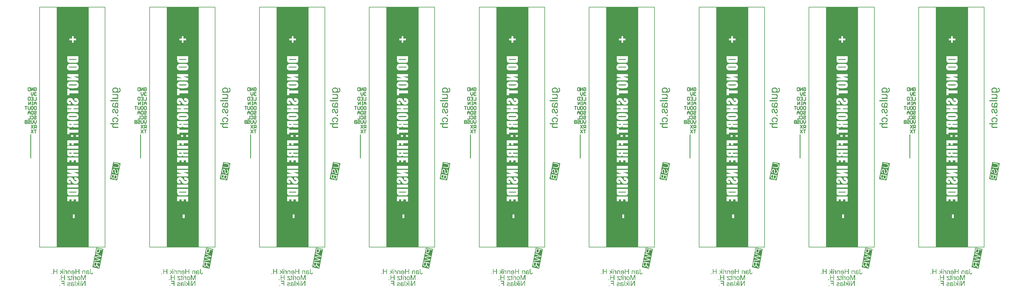
<source format=gbr>
G04 Layer_Color=32896*
%FSLAX25Y25*%
%MOIN*%
%TF.FileFunction,Legend,Bot*%
%TF.Part,CustomerPanel*%
G01*
G75*
%TA.AperFunction,NonConductor*%
%ADD141C,0.00787*%
%ADD142C,0.00984*%
%ADD143C,0.01000*%
G36*
X1230316Y386711D02*
X1230587Y386688D01*
X1230835Y386643D01*
X1231083Y386598D01*
X1231308Y386530D01*
X1231523Y386462D01*
X1231726Y386384D01*
X1231906Y386305D01*
X1232076Y386237D01*
X1232211Y386158D01*
X1232346Y386090D01*
X1232448Y386023D01*
X1232527Y385978D01*
X1232594Y385932D01*
X1232628Y385910D01*
X1232640Y385898D01*
X1232831Y385741D01*
X1233000Y385560D01*
X1233136Y385380D01*
X1233260Y385188D01*
X1233373Y384996D01*
X1233463Y384793D01*
X1233531Y384601D01*
X1233587Y384421D01*
X1233632Y384252D01*
X1233666Y384083D01*
X1233689Y383936D01*
X1233700Y383812D01*
X1233711Y383710D01*
X1233722Y383631D01*
Y383575D01*
Y383564D01*
X1233711Y383338D01*
X1233677Y383135D01*
X1233632Y382932D01*
X1233576Y382740D01*
X1233497Y382560D01*
X1233418Y382390D01*
X1233328Y382244D01*
X1233237Y382097D01*
X1233158Y381973D01*
X1233068Y381860D01*
X1232989Y381770D01*
X1232910Y381691D01*
X1232854Y381623D01*
X1232809Y381578D01*
X1232775Y381556D01*
X1232764Y381544D01*
X1233181D01*
X1233361Y381556D01*
X1233519D01*
X1233666Y381567D01*
X1233790D01*
X1233903Y381578D01*
X1234004Y381590D01*
X1234095Y381601D01*
X1234162D01*
X1234219Y381612D01*
X1234264Y381623D01*
X1234298D01*
X1234320Y381635D01*
X1234343D01*
X1234557Y381714D01*
X1234749Y381804D01*
X1234918Y381917D01*
X1235053Y382018D01*
X1235166Y382120D01*
X1235234Y382199D01*
X1235290Y382255D01*
X1235302Y382278D01*
X1235414Y382469D01*
X1235505Y382684D01*
X1235561Y382898D01*
X1235606Y383112D01*
X1235629Y383304D01*
X1235640Y383383D01*
Y383451D01*
X1235651Y383518D01*
Y383564D01*
Y383586D01*
Y383597D01*
X1235640Y383879D01*
X1235595Y384128D01*
X1235538Y384342D01*
X1235471Y384522D01*
X1235414Y384658D01*
X1235358Y384759D01*
X1235313Y384827D01*
X1235302Y384850D01*
X1235189Y384962D01*
X1235065Y385064D01*
X1234929Y385132D01*
X1234794Y385188D01*
X1234681Y385222D01*
X1234580Y385256D01*
X1234512Y385267D01*
X1234489D01*
X1234320Y386474D01*
X1234534D01*
X1234738Y386451D01*
X1234918Y386417D01*
X1235087Y386372D01*
X1235245Y386316D01*
X1235392Y386248D01*
X1235527Y386180D01*
X1235640Y386102D01*
X1235742Y386034D01*
X1235832Y385955D01*
X1235911Y385887D01*
X1235967Y385831D01*
X1236012Y385786D01*
X1236057Y385741D01*
X1236069Y385718D01*
X1236080Y385707D01*
X1236181Y385549D01*
X1236272Y385380D01*
X1236362Y385210D01*
X1236430Y385030D01*
X1236531Y384680D01*
X1236599Y384342D01*
X1236633Y384184D01*
X1236644Y384037D01*
X1236655Y383913D01*
X1236666Y383801D01*
X1236678Y383710D01*
Y383643D01*
Y383597D01*
Y383586D01*
X1236655Y383191D01*
X1236610Y382830D01*
X1236576Y382672D01*
X1236542Y382515D01*
X1236508Y382379D01*
X1236463Y382244D01*
X1236430Y382131D01*
X1236396Y382030D01*
X1236362Y381939D01*
X1236328Y381872D01*
X1236294Y381815D01*
X1236283Y381770D01*
X1236260Y381748D01*
Y381736D01*
X1236091Y381477D01*
X1235911Y381240D01*
X1235719Y381059D01*
X1235538Y380902D01*
X1235381Y380777D01*
X1235245Y380698D01*
X1235200Y380665D01*
X1235166Y380642D01*
X1235144Y380631D01*
X1235132D01*
X1234986Y380574D01*
X1234828Y380518D01*
X1234647Y380473D01*
X1234456Y380428D01*
X1234061Y380371D01*
X1233666Y380326D01*
X1233474Y380315D01*
X1233305Y380304D01*
X1233147Y380292D01*
X1233000Y380281D01*
X1226402D01*
Y381432D01*
X1227304D01*
X1227112Y381590D01*
X1226954Y381770D01*
X1226808Y381939D01*
X1226695Y382120D01*
X1226593Y382300D01*
X1226503Y382481D01*
X1226435Y382650D01*
X1226379Y382819D01*
X1226334Y382966D01*
X1226300Y383112D01*
X1226278Y383237D01*
X1226255Y383349D01*
Y383439D01*
X1226244Y383507D01*
Y383552D01*
Y383564D01*
Y383744D01*
X1226266Y383913D01*
X1226323Y384240D01*
X1226402Y384522D01*
X1226435Y384658D01*
X1226481Y384770D01*
X1226526Y384883D01*
X1226571Y384974D01*
X1226616Y385064D01*
X1226650Y385132D01*
X1226684Y385177D01*
X1226706Y385222D01*
X1226717Y385244D01*
X1226729Y385256D01*
X1226932Y385504D01*
X1227146Y385729D01*
X1227372Y385910D01*
X1227597Y386068D01*
X1227800Y386192D01*
X1227879Y386237D01*
X1227958Y386282D01*
X1228015Y386305D01*
X1228060Y386327D01*
X1228094Y386350D01*
X1228105D01*
X1228443Y386474D01*
X1228782Y386564D01*
X1229098Y386632D01*
X1229402Y386677D01*
X1229537Y386688D01*
X1229650Y386699D01*
X1229763Y386711D01*
X1229853D01*
X1229932Y386722D01*
X1230034D01*
X1230316Y386711D01*
D02*
G37*
G36*
X1091518D02*
X1091788Y386688D01*
X1092036Y386643D01*
X1092285Y386598D01*
X1092510Y386530D01*
X1092725Y386462D01*
X1092927Y386384D01*
X1093108Y386305D01*
X1093277Y386237D01*
X1093413Y386158D01*
X1093548Y386090D01*
X1093649Y386023D01*
X1093728Y385978D01*
X1093796Y385932D01*
X1093830Y385910D01*
X1093841Y385898D01*
X1094033Y385741D01*
X1094202Y385560D01*
X1094338Y385380D01*
X1094462Y385188D01*
X1094574Y384996D01*
X1094665Y384793D01*
X1094732Y384601D01*
X1094789Y384421D01*
X1094834Y384252D01*
X1094868Y384083D01*
X1094890Y383936D01*
X1094901Y383812D01*
X1094913Y383710D01*
X1094924Y383631D01*
Y383575D01*
Y383564D01*
X1094913Y383338D01*
X1094879Y383135D01*
X1094834Y382932D01*
X1094777Y382740D01*
X1094699Y382560D01*
X1094619Y382390D01*
X1094529Y382244D01*
X1094439Y382097D01*
X1094360Y381973D01*
X1094270Y381860D01*
X1094191Y381770D01*
X1094112Y381691D01*
X1094056Y381623D01*
X1094010Y381578D01*
X1093977Y381556D01*
X1093965Y381544D01*
X1094383D01*
X1094563Y381556D01*
X1094721D01*
X1094868Y381567D01*
X1094992D01*
X1095105Y381578D01*
X1095206Y381590D01*
X1095296Y381601D01*
X1095364D01*
X1095420Y381612D01*
X1095466Y381623D01*
X1095499D01*
X1095522Y381635D01*
X1095545D01*
X1095759Y381714D01*
X1095951Y381804D01*
X1096120Y381917D01*
X1096255Y382018D01*
X1096368Y382120D01*
X1096436Y382199D01*
X1096492Y382255D01*
X1096503Y382278D01*
X1096616Y382469D01*
X1096706Y382684D01*
X1096763Y382898D01*
X1096808Y383112D01*
X1096830Y383304D01*
X1096842Y383383D01*
Y383451D01*
X1096853Y383518D01*
Y383564D01*
Y383586D01*
Y383597D01*
X1096842Y383879D01*
X1096797Y384128D01*
X1096740Y384342D01*
X1096673Y384522D01*
X1096616Y384658D01*
X1096560Y384759D01*
X1096515Y384827D01*
X1096503Y384850D01*
X1096391Y384962D01*
X1096266Y385064D01*
X1096131Y385132D01*
X1095996Y385188D01*
X1095883Y385222D01*
X1095781Y385256D01*
X1095714Y385267D01*
X1095691D01*
X1095522Y386474D01*
X1095736D01*
X1095939Y386451D01*
X1096120Y386417D01*
X1096289Y386372D01*
X1096447Y386316D01*
X1096593Y386248D01*
X1096729Y386180D01*
X1096842Y386102D01*
X1096943Y386034D01*
X1097034Y385955D01*
X1097112Y385887D01*
X1097169Y385831D01*
X1097214Y385786D01*
X1097259Y385741D01*
X1097270Y385718D01*
X1097282Y385707D01*
X1097383Y385549D01*
X1097473Y385380D01*
X1097564Y385210D01*
X1097631Y385030D01*
X1097733Y384680D01*
X1097801Y384342D01*
X1097834Y384184D01*
X1097846Y384037D01*
X1097857Y383913D01*
X1097868Y383801D01*
X1097880Y383710D01*
Y383643D01*
Y383597D01*
Y383586D01*
X1097857Y383191D01*
X1097812Y382830D01*
X1097778Y382672D01*
X1097744Y382515D01*
X1097710Y382379D01*
X1097665Y382244D01*
X1097631Y382131D01*
X1097598Y382030D01*
X1097564Y381939D01*
X1097530Y381872D01*
X1097496Y381815D01*
X1097485Y381770D01*
X1097462Y381748D01*
Y381736D01*
X1097293Y381477D01*
X1097112Y381240D01*
X1096921Y381059D01*
X1096740Y380902D01*
X1096582Y380777D01*
X1096447Y380698D01*
X1096402Y380665D01*
X1096368Y380642D01*
X1096345Y380631D01*
X1096334D01*
X1096187Y380574D01*
X1096030Y380518D01*
X1095849Y380473D01*
X1095657Y380428D01*
X1095263Y380371D01*
X1094868Y380326D01*
X1094676Y380315D01*
X1094507Y380304D01*
X1094349Y380292D01*
X1094202Y380281D01*
X1087603D01*
Y381432D01*
X1088506D01*
X1088314Y381590D01*
X1088156Y381770D01*
X1088009Y381939D01*
X1087897Y382120D01*
X1087795Y382300D01*
X1087705Y382481D01*
X1087637Y382650D01*
X1087581Y382819D01*
X1087536Y382966D01*
X1087502Y383112D01*
X1087479Y383237D01*
X1087457Y383349D01*
Y383439D01*
X1087446Y383507D01*
Y383552D01*
Y383564D01*
Y383744D01*
X1087468Y383913D01*
X1087524Y384240D01*
X1087603Y384522D01*
X1087637Y384658D01*
X1087682Y384770D01*
X1087728Y384883D01*
X1087773Y384974D01*
X1087818Y385064D01*
X1087852Y385132D01*
X1087885Y385177D01*
X1087908Y385222D01*
X1087919Y385244D01*
X1087930Y385256D01*
X1088134Y385504D01*
X1088348Y385729D01*
X1088573Y385910D01*
X1088799Y386068D01*
X1089002Y386192D01*
X1089081Y386237D01*
X1089160Y386282D01*
X1089216Y386305D01*
X1089262Y386327D01*
X1089295Y386350D01*
X1089307D01*
X1089645Y386474D01*
X1089983Y386564D01*
X1090299Y386632D01*
X1090604Y386677D01*
X1090739Y386688D01*
X1090852Y386699D01*
X1090965Y386711D01*
X1091055D01*
X1091134Y386722D01*
X1091236D01*
X1091518Y386711D01*
D02*
G37*
G36*
X952719D02*
X952990Y386688D01*
X953238Y386643D01*
X953486Y386598D01*
X953712Y386530D01*
X953926Y386462D01*
X954129Y386384D01*
X954310Y386305D01*
X954479Y386237D01*
X954614Y386158D01*
X954750Y386090D01*
X954851Y386023D01*
X954930Y385978D01*
X954998Y385932D01*
X955032Y385910D01*
X955043Y385898D01*
X955235Y385741D01*
X955404Y385560D01*
X955539Y385380D01*
X955663Y385188D01*
X955776Y384996D01*
X955866Y384793D01*
X955934Y384601D01*
X955991Y384421D01*
X956036Y384252D01*
X956069Y384083D01*
X956092Y383936D01*
X956103Y383812D01*
X956115Y383710D01*
X956126Y383631D01*
Y383575D01*
Y383564D01*
X956115Y383338D01*
X956081Y383135D01*
X956036Y382932D01*
X955979Y382740D01*
X955900Y382560D01*
X955821Y382390D01*
X955731Y382244D01*
X955641Y382097D01*
X955562Y381973D01*
X955472Y381860D01*
X955393Y381770D01*
X955314Y381691D01*
X955257Y381623D01*
X955212Y381578D01*
X955178Y381556D01*
X955167Y381544D01*
X955584D01*
X955765Y381556D01*
X955923D01*
X956069Y381567D01*
X956194D01*
X956306Y381578D01*
X956408Y381590D01*
X956498Y381601D01*
X956566D01*
X956622Y381612D01*
X956667Y381623D01*
X956701D01*
X956724Y381635D01*
X956746D01*
X956960Y381714D01*
X957152Y381804D01*
X957321Y381917D01*
X957457Y382018D01*
X957570Y382120D01*
X957637Y382199D01*
X957694Y382255D01*
X957705Y382278D01*
X957818Y382469D01*
X957908Y382684D01*
X957965Y382898D01*
X958010Y383112D01*
X958032Y383304D01*
X958043Y383383D01*
Y383451D01*
X958055Y383518D01*
Y383564D01*
Y383586D01*
Y383597D01*
X958043Y383879D01*
X957998Y384128D01*
X957942Y384342D01*
X957874Y384522D01*
X957818Y384658D01*
X957761Y384759D01*
X957716Y384827D01*
X957705Y384850D01*
X957592Y384962D01*
X957468Y385064D01*
X957333Y385132D01*
X957197Y385188D01*
X957085Y385222D01*
X956983Y385256D01*
X956915Y385267D01*
X956893D01*
X956724Y386474D01*
X956938D01*
X957141Y386451D01*
X957321Y386417D01*
X957491Y386372D01*
X957649Y386316D01*
X957795Y386248D01*
X957931Y386180D01*
X958043Y386102D01*
X958145Y386034D01*
X958235Y385955D01*
X958314Y385887D01*
X958371Y385831D01*
X958416Y385786D01*
X958461Y385741D01*
X958472Y385718D01*
X958483Y385707D01*
X958585Y385549D01*
X958675Y385380D01*
X958765Y385210D01*
X958833Y385030D01*
X958934Y384680D01*
X959002Y384342D01*
X959036Y384184D01*
X959047Y384037D01*
X959059Y383913D01*
X959070Y383801D01*
X959081Y383710D01*
Y383643D01*
Y383597D01*
Y383586D01*
X959059Y383191D01*
X959013Y382830D01*
X958980Y382672D01*
X958946Y382515D01*
X958912Y382379D01*
X958867Y382244D01*
X958833Y382131D01*
X958799Y382030D01*
X958765Y381939D01*
X958731Y381872D01*
X958698Y381815D01*
X958686Y381770D01*
X958664Y381748D01*
Y381736D01*
X958495Y381477D01*
X958314Y381240D01*
X958122Y381059D01*
X957942Y380902D01*
X957784Y380777D01*
X957649Y380698D01*
X957603Y380665D01*
X957570Y380642D01*
X957547Y380631D01*
X957536D01*
X957389Y380574D01*
X957231Y380518D01*
X957051Y380473D01*
X956859Y380428D01*
X956464Y380371D01*
X956069Y380326D01*
X955878Y380315D01*
X955709Y380304D01*
X955550Y380292D01*
X955404Y380281D01*
X948805D01*
Y381432D01*
X949708D01*
X949516Y381590D01*
X949358Y381770D01*
X949211Y381939D01*
X949098Y382120D01*
X948997Y382300D01*
X948907Y382481D01*
X948839Y382650D01*
X948783Y382819D01*
X948737Y382966D01*
X948704Y383112D01*
X948681Y383237D01*
X948658Y383349D01*
Y383439D01*
X948647Y383507D01*
Y383552D01*
Y383564D01*
Y383744D01*
X948670Y383913D01*
X948726Y384240D01*
X948805Y384522D01*
X948839Y384658D01*
X948884Y384770D01*
X948929Y384883D01*
X948974Y384974D01*
X949019Y385064D01*
X949053Y385132D01*
X949087Y385177D01*
X949110Y385222D01*
X949121Y385244D01*
X949132Y385256D01*
X949335Y385504D01*
X949550Y385729D01*
X949775Y385910D01*
X950001Y386068D01*
X950204Y386192D01*
X950283Y386237D01*
X950362Y386282D01*
X950418Y386305D01*
X950463Y386327D01*
X950497Y386350D01*
X950508D01*
X950847Y386474D01*
X951185Y386564D01*
X951501Y386632D01*
X951806Y386677D01*
X951941Y386688D01*
X952054Y386699D01*
X952166Y386711D01*
X952257D01*
X952336Y386722D01*
X952437D01*
X952719Y386711D01*
D02*
G37*
G36*
X813921D02*
X814192Y386688D01*
X814440Y386643D01*
X814688Y386598D01*
X814914Y386530D01*
X815128Y386462D01*
X815331Y386384D01*
X815512Y386305D01*
X815681Y386237D01*
X815816Y386158D01*
X815951Y386090D01*
X816053Y386023D01*
X816132Y385978D01*
X816199Y385932D01*
X816233Y385910D01*
X816245Y385898D01*
X816436Y385741D01*
X816606Y385560D01*
X816741Y385380D01*
X816865Y385188D01*
X816978Y384996D01*
X817068Y384793D01*
X817136Y384601D01*
X817192Y384421D01*
X817237Y384252D01*
X817271Y384083D01*
X817294Y383936D01*
X817305Y383812D01*
X817316Y383710D01*
X817327Y383631D01*
Y383575D01*
Y383564D01*
X817316Y383338D01*
X817282Y383135D01*
X817237Y382932D01*
X817181Y382740D01*
X817102Y382560D01*
X817023Y382390D01*
X816933Y382244D01*
X816842Y382097D01*
X816764Y381973D01*
X816673Y381860D01*
X816594Y381770D01*
X816515Y381691D01*
X816459Y381623D01*
X816414Y381578D01*
X816380Y381556D01*
X816369Y381544D01*
X816786D01*
X816967Y381556D01*
X817124D01*
X817271Y381567D01*
X817395D01*
X817508Y381578D01*
X817610Y381590D01*
X817700Y381601D01*
X817768D01*
X817824Y381612D01*
X817869Y381623D01*
X817903D01*
X817925Y381635D01*
X817948D01*
X818162Y381714D01*
X818354Y381804D01*
X818523Y381917D01*
X818659Y382018D01*
X818771Y382120D01*
X818839Y382199D01*
X818896Y382255D01*
X818907Y382278D01*
X819020Y382469D01*
X819110Y382684D01*
X819166Y382898D01*
X819211Y383112D01*
X819234Y383304D01*
X819245Y383383D01*
Y383451D01*
X819256Y383518D01*
Y383564D01*
Y383586D01*
Y383597D01*
X819245Y383879D01*
X819200Y384128D01*
X819144Y384342D01*
X819076Y384522D01*
X819020Y384658D01*
X818963Y384759D01*
X818918Y384827D01*
X818907Y384850D01*
X818794Y384962D01*
X818670Y385064D01*
X818534Y385132D01*
X818399Y385188D01*
X818286Y385222D01*
X818185Y385256D01*
X818117Y385267D01*
X818095D01*
X817925Y386474D01*
X818140D01*
X818343Y386451D01*
X818523Y386417D01*
X818692Y386372D01*
X818850Y386316D01*
X818997Y386248D01*
X819132Y386180D01*
X819245Y386102D01*
X819347Y386034D01*
X819437Y385955D01*
X819516Y385887D01*
X819572Y385831D01*
X819617Y385786D01*
X819662Y385741D01*
X819674Y385718D01*
X819685Y385707D01*
X819787Y385549D01*
X819877Y385380D01*
X819967Y385210D01*
X820035Y385030D01*
X820136Y384680D01*
X820204Y384342D01*
X820238Y384184D01*
X820249Y384037D01*
X820260Y383913D01*
X820272Y383801D01*
X820283Y383710D01*
Y383643D01*
Y383597D01*
Y383586D01*
X820260Y383191D01*
X820215Y382830D01*
X820181Y382672D01*
X820148Y382515D01*
X820114Y382379D01*
X820069Y382244D01*
X820035Y382131D01*
X820001Y382030D01*
X819967Y381939D01*
X819933Y381872D01*
X819899Y381815D01*
X819888Y381770D01*
X819866Y381748D01*
Y381736D01*
X819696Y381477D01*
X819516Y381240D01*
X819324Y381059D01*
X819144Y380902D01*
X818986Y380777D01*
X818850Y380698D01*
X818805Y380665D01*
X818771Y380642D01*
X818749Y380631D01*
X818738D01*
X818591Y380574D01*
X818433Y380518D01*
X818252Y380473D01*
X818061Y380428D01*
X817666Y380371D01*
X817271Y380326D01*
X817079Y380315D01*
X816910Y380304D01*
X816752Y380292D01*
X816606Y380281D01*
X810007D01*
Y381432D01*
X810909D01*
X810717Y381590D01*
X810560Y381770D01*
X810413Y381939D01*
X810300Y382120D01*
X810199Y382300D01*
X810108Y382481D01*
X810041Y382650D01*
X809984Y382819D01*
X809939Y382966D01*
X809905Y383112D01*
X809883Y383237D01*
X809860Y383349D01*
Y383439D01*
X809849Y383507D01*
Y383552D01*
Y383564D01*
Y383744D01*
X809871Y383913D01*
X809928Y384240D01*
X810007Y384522D01*
X810041Y384658D01*
X810086Y384770D01*
X810131Y384883D01*
X810176Y384974D01*
X810221Y385064D01*
X810255Y385132D01*
X810289Y385177D01*
X810311Y385222D01*
X810323Y385244D01*
X810334Y385256D01*
X810537Y385504D01*
X810751Y385729D01*
X810977Y385910D01*
X811203Y386068D01*
X811406Y386192D01*
X811485Y386237D01*
X811563Y386282D01*
X811620Y386305D01*
X811665Y386327D01*
X811699Y386350D01*
X811710D01*
X812049Y386474D01*
X812387Y386564D01*
X812703Y386632D01*
X813007Y386677D01*
X813143Y386688D01*
X813256Y386699D01*
X813368Y386711D01*
X813459D01*
X813538Y386722D01*
X813639D01*
X813921Y386711D01*
D02*
G37*
G36*
X675123D02*
X675393Y386688D01*
X675642Y386643D01*
X675890Y386598D01*
X676115Y386530D01*
X676330Y386462D01*
X676533Y386384D01*
X676713Y386305D01*
X676882Y386237D01*
X677018Y386158D01*
X677153Y386090D01*
X677255Y386023D01*
X677334Y385978D01*
X677401Y385932D01*
X677435Y385910D01*
X677446Y385898D01*
X677638Y385741D01*
X677807Y385560D01*
X677943Y385380D01*
X678067Y385188D01*
X678180Y384996D01*
X678270Y384793D01*
X678337Y384601D01*
X678394Y384421D01*
X678439Y384252D01*
X678473Y384083D01*
X678495Y383936D01*
X678507Y383812D01*
X678518Y383710D01*
X678529Y383631D01*
Y383575D01*
Y383564D01*
X678518Y383338D01*
X678484Y383135D01*
X678439Y382932D01*
X678383Y382740D01*
X678304Y382560D01*
X678225Y382390D01*
X678134Y382244D01*
X678044Y382097D01*
X677965Y381973D01*
X677875Y381860D01*
X677796Y381770D01*
X677717Y381691D01*
X677661Y381623D01*
X677616Y381578D01*
X677582Y381556D01*
X677570Y381544D01*
X677988D01*
X678168Y381556D01*
X678326D01*
X678473Y381567D01*
X678597D01*
X678710Y381578D01*
X678811Y381590D01*
X678901Y381601D01*
X678969D01*
X679026Y381612D01*
X679071Y381623D01*
X679105D01*
X679127Y381635D01*
X679150D01*
X679364Y381714D01*
X679556Y381804D01*
X679725Y381917D01*
X679860Y382018D01*
X679973Y382120D01*
X680041Y382199D01*
X680097Y382255D01*
X680108Y382278D01*
X680221Y382469D01*
X680311Y382684D01*
X680368Y382898D01*
X680413Y383112D01*
X680436Y383304D01*
X680447Y383383D01*
Y383451D01*
X680458Y383518D01*
Y383564D01*
Y383586D01*
Y383597D01*
X680447Y383879D01*
X680402Y384128D01*
X680345Y384342D01*
X680278Y384522D01*
X680221Y384658D01*
X680165Y384759D01*
X680120Y384827D01*
X680108Y384850D01*
X679996Y384962D01*
X679872Y385064D01*
X679736Y385132D01*
X679601Y385188D01*
X679488Y385222D01*
X679387Y385256D01*
X679319Y385267D01*
X679296D01*
X679127Y386474D01*
X679341D01*
X679544Y386451D01*
X679725Y386417D01*
X679894Y386372D01*
X680052Y386316D01*
X680199Y386248D01*
X680334Y386180D01*
X680447Y386102D01*
X680548Y386034D01*
X680639Y385955D01*
X680718Y385887D01*
X680774Y385831D01*
X680819Y385786D01*
X680864Y385741D01*
X680875Y385718D01*
X680887Y385707D01*
X680988Y385549D01*
X681078Y385380D01*
X681169Y385210D01*
X681237Y385030D01*
X681338Y384680D01*
X681406Y384342D01*
X681439Y384184D01*
X681451Y384037D01*
X681462Y383913D01*
X681473Y383801D01*
X681485Y383710D01*
Y383643D01*
Y383597D01*
Y383586D01*
X681462Y383191D01*
X681417Y382830D01*
X681383Y382672D01*
X681349Y382515D01*
X681315Y382379D01*
X681270Y382244D01*
X681237Y382131D01*
X681203Y382030D01*
X681169Y381939D01*
X681135Y381872D01*
X681101Y381815D01*
X681090Y381770D01*
X681067Y381748D01*
Y381736D01*
X680898Y381477D01*
X680718Y381240D01*
X680526Y381059D01*
X680345Y380902D01*
X680187Y380777D01*
X680052Y380698D01*
X680007Y380665D01*
X679973Y380642D01*
X679951Y380631D01*
X679939D01*
X679793Y380574D01*
X679635Y380518D01*
X679454Y380473D01*
X679262Y380428D01*
X678868Y380371D01*
X678473Y380326D01*
X678281Y380315D01*
X678112Y380304D01*
X677954Y380292D01*
X677807Y380281D01*
X671209D01*
Y381432D01*
X672111D01*
X671919Y381590D01*
X671761Y381770D01*
X671615Y381939D01*
X671502Y382120D01*
X671400Y382300D01*
X671310Y382481D01*
X671242Y382650D01*
X671186Y382819D01*
X671141Y382966D01*
X671107Y383112D01*
X671084Y383237D01*
X671062Y383349D01*
Y383439D01*
X671051Y383507D01*
Y383552D01*
Y383564D01*
Y383744D01*
X671073Y383913D01*
X671130Y384240D01*
X671209Y384522D01*
X671242Y384658D01*
X671287Y384770D01*
X671333Y384883D01*
X671378Y384974D01*
X671423Y385064D01*
X671457Y385132D01*
X671490Y385177D01*
X671513Y385222D01*
X671524Y385244D01*
X671536Y385256D01*
X671739Y385504D01*
X671953Y385729D01*
X672179Y385910D01*
X672404Y386068D01*
X672607Y386192D01*
X672686Y386237D01*
X672765Y386282D01*
X672822Y386305D01*
X672867Y386327D01*
X672901Y386350D01*
X672912D01*
X673250Y386474D01*
X673589Y386564D01*
X673905Y386632D01*
X674209Y386677D01*
X674344Y386688D01*
X674457Y386699D01*
X674570Y386711D01*
X674660D01*
X674739Y386722D01*
X674841D01*
X675123Y386711D01*
D02*
G37*
G36*
X536324D02*
X536595Y386688D01*
X536843Y386643D01*
X537091Y386598D01*
X537317Y386530D01*
X537531Y386462D01*
X537734Y386384D01*
X537915Y386305D01*
X538084Y386237D01*
X538219Y386158D01*
X538355Y386090D01*
X538456Y386023D01*
X538535Y385978D01*
X538603Y385932D01*
X538637Y385910D01*
X538648Y385898D01*
X538840Y385741D01*
X539009Y385560D01*
X539144Y385380D01*
X539268Y385188D01*
X539381Y384996D01*
X539472Y384793D01*
X539539Y384601D01*
X539596Y384421D01*
X539641Y384252D01*
X539675Y384083D01*
X539697Y383936D01*
X539708Y383812D01*
X539720Y383710D01*
X539731Y383631D01*
Y383575D01*
Y383564D01*
X539720Y383338D01*
X539686Y383135D01*
X539641Y382932D01*
X539584Y382740D01*
X539505Y382560D01*
X539426Y382390D01*
X539336Y382244D01*
X539246Y382097D01*
X539167Y381973D01*
X539077Y381860D01*
X538998Y381770D01*
X538919Y381691D01*
X538862Y381623D01*
X538817Y381578D01*
X538784Y381556D01*
X538772Y381544D01*
X539189D01*
X539370Y381556D01*
X539528D01*
X539675Y381567D01*
X539799D01*
X539912Y381578D01*
X540013Y381590D01*
X540103Y381601D01*
X540171D01*
X540227Y381612D01*
X540272Y381623D01*
X540306D01*
X540329Y381635D01*
X540351D01*
X540566Y381714D01*
X540758Y381804D01*
X540927Y381917D01*
X541062Y382018D01*
X541175Y382120D01*
X541243Y382199D01*
X541299Y382255D01*
X541310Y382278D01*
X541423Y382469D01*
X541513Y382684D01*
X541570Y382898D01*
X541615Y383112D01*
X541637Y383304D01*
X541649Y383383D01*
Y383451D01*
X541660Y383518D01*
Y383564D01*
Y383586D01*
Y383597D01*
X541649Y383879D01*
X541604Y384128D01*
X541547Y384342D01*
X541479Y384522D01*
X541423Y384658D01*
X541367Y384759D01*
X541322Y384827D01*
X541310Y384850D01*
X541197Y384962D01*
X541073Y385064D01*
X540938Y385132D01*
X540803Y385188D01*
X540690Y385222D01*
X540588Y385256D01*
X540521Y385267D01*
X540498D01*
X540329Y386474D01*
X540543D01*
X540746Y386451D01*
X540927Y386417D01*
X541096Y386372D01*
X541254Y386316D01*
X541400Y386248D01*
X541536Y386180D01*
X541649Y386102D01*
X541750Y386034D01*
X541840Y385955D01*
X541919Y385887D01*
X541976Y385831D01*
X542021Y385786D01*
X542066Y385741D01*
X542077Y385718D01*
X542089Y385707D01*
X542190Y385549D01*
X542280Y385380D01*
X542371Y385210D01*
X542438Y385030D01*
X542540Y384680D01*
X542607Y384342D01*
X542641Y384184D01*
X542653Y384037D01*
X542664Y383913D01*
X542675Y383801D01*
X542686Y383710D01*
Y383643D01*
Y383597D01*
Y383586D01*
X542664Y383191D01*
X542619Y382830D01*
X542585Y382672D01*
X542551Y382515D01*
X542517Y382379D01*
X542472Y382244D01*
X542438Y382131D01*
X542404Y382030D01*
X542371Y381939D01*
X542337Y381872D01*
X542303Y381815D01*
X542292Y381770D01*
X542269Y381748D01*
Y381736D01*
X542100Y381477D01*
X541919Y381240D01*
X541727Y381059D01*
X541547Y380902D01*
X541389Y380777D01*
X541254Y380698D01*
X541209Y380665D01*
X541175Y380642D01*
X541152Y380631D01*
X541141D01*
X540994Y380574D01*
X540836Y380518D01*
X540656Y380473D01*
X540464Y380428D01*
X540069Y380371D01*
X539675Y380326D01*
X539483Y380315D01*
X539314Y380304D01*
X539156Y380292D01*
X539009Y380281D01*
X532410D01*
Y381432D01*
X533313D01*
X533121Y381590D01*
X532963Y381770D01*
X532816Y381939D01*
X532703Y382120D01*
X532602Y382300D01*
X532512Y382481D01*
X532444Y382650D01*
X532388Y382819D01*
X532343Y382966D01*
X532309Y383112D01*
X532286Y383237D01*
X532264Y383349D01*
Y383439D01*
X532252Y383507D01*
Y383552D01*
Y383564D01*
Y383744D01*
X532275Y383913D01*
X532331Y384240D01*
X532410Y384522D01*
X532444Y384658D01*
X532489Y384770D01*
X532534Y384883D01*
X532580Y384974D01*
X532625Y385064D01*
X532658Y385132D01*
X532692Y385177D01*
X532715Y385222D01*
X532726Y385244D01*
X532737Y385256D01*
X532940Y385504D01*
X533155Y385729D01*
X533380Y385910D01*
X533606Y386068D01*
X533809Y386192D01*
X533888Y386237D01*
X533967Y386282D01*
X534023Y386305D01*
X534068Y386327D01*
X534102Y386350D01*
X534114D01*
X534452Y386474D01*
X534790Y386564D01*
X535106Y386632D01*
X535411Y386677D01*
X535546Y386688D01*
X535659Y386699D01*
X535772Y386711D01*
X535862D01*
X535941Y386722D01*
X536042D01*
X536324Y386711D01*
D02*
G37*
G36*
X397526D02*
X397797Y386688D01*
X398045Y386643D01*
X398293Y386598D01*
X398519Y386530D01*
X398733Y386462D01*
X398936Y386384D01*
X399117Y386305D01*
X399286Y386237D01*
X399421Y386158D01*
X399557Y386090D01*
X399658Y386023D01*
X399737Y385978D01*
X399805Y385932D01*
X399838Y385910D01*
X399850Y385898D01*
X400042Y385741D01*
X400211Y385560D01*
X400346Y385380D01*
X400470Y385188D01*
X400583Y384996D01*
X400673Y384793D01*
X400741Y384601D01*
X400797Y384421D01*
X400843Y384252D01*
X400876Y384083D01*
X400899Y383936D01*
X400910Y383812D01*
X400921Y383710D01*
X400933Y383631D01*
Y383575D01*
Y383564D01*
X400921Y383338D01*
X400888Y383135D01*
X400843Y382932D01*
X400786Y382740D01*
X400707Y382560D01*
X400628Y382390D01*
X400538Y382244D01*
X400448Y382097D01*
X400369Y381973D01*
X400279Y381860D01*
X400200Y381770D01*
X400121Y381691D01*
X400064Y381623D01*
X400019Y381578D01*
X399985Y381556D01*
X399974Y381544D01*
X400391D01*
X400572Y381556D01*
X400730D01*
X400876Y381567D01*
X401000D01*
X401113Y381578D01*
X401215Y381590D01*
X401305Y381601D01*
X401373D01*
X401429Y381612D01*
X401474Y381623D01*
X401508D01*
X401531Y381635D01*
X401553D01*
X401767Y381714D01*
X401959Y381804D01*
X402128Y381917D01*
X402264Y382018D01*
X402377Y382120D01*
X402444Y382199D01*
X402501Y382255D01*
X402512Y382278D01*
X402625Y382469D01*
X402715Y382684D01*
X402771Y382898D01*
X402816Y383112D01*
X402839Y383304D01*
X402850Y383383D01*
Y383451D01*
X402862Y383518D01*
Y383564D01*
Y383586D01*
Y383597D01*
X402850Y383879D01*
X402805Y384128D01*
X402749Y384342D01*
X402681Y384522D01*
X402625Y384658D01*
X402568Y384759D01*
X402523Y384827D01*
X402512Y384850D01*
X402399Y384962D01*
X402275Y385064D01*
X402140Y385132D01*
X402004Y385188D01*
X401892Y385222D01*
X401790Y385256D01*
X401722Y385267D01*
X401700D01*
X401531Y386474D01*
X401745D01*
X401948Y386451D01*
X402128Y386417D01*
X402298Y386372D01*
X402456Y386316D01*
X402602Y386248D01*
X402738Y386180D01*
X402850Y386102D01*
X402952Y386034D01*
X403042Y385955D01*
X403121Y385887D01*
X403177Y385831D01*
X403223Y385786D01*
X403268Y385741D01*
X403279Y385718D01*
X403290Y385707D01*
X403392Y385549D01*
X403482Y385380D01*
X403572Y385210D01*
X403640Y385030D01*
X403741Y384680D01*
X403809Y384342D01*
X403843Y384184D01*
X403854Y384037D01*
X403865Y383913D01*
X403877Y383801D01*
X403888Y383710D01*
Y383643D01*
Y383597D01*
Y383586D01*
X403865Y383191D01*
X403820Y382830D01*
X403787Y382672D01*
X403753Y382515D01*
X403719Y382379D01*
X403674Y382244D01*
X403640Y382131D01*
X403606Y382030D01*
X403572Y381939D01*
X403538Y381872D01*
X403505Y381815D01*
X403493Y381770D01*
X403471Y381748D01*
Y381736D01*
X403301Y381477D01*
X403121Y381240D01*
X402929Y381059D01*
X402749Y380902D01*
X402591Y380777D01*
X402456Y380698D01*
X402410Y380665D01*
X402377Y380642D01*
X402354Y380631D01*
X402343D01*
X402196Y380574D01*
X402038Y380518D01*
X401858Y380473D01*
X401666Y380428D01*
X401271Y380371D01*
X400876Y380326D01*
X400684Y380315D01*
X400515Y380304D01*
X400357Y380292D01*
X400211Y380281D01*
X393612D01*
Y381432D01*
X394514D01*
X394323Y381590D01*
X394165Y381770D01*
X394018Y381939D01*
X393905Y382120D01*
X393804Y382300D01*
X393713Y382481D01*
X393646Y382650D01*
X393589Y382819D01*
X393544Y382966D01*
X393511Y383112D01*
X393488Y383237D01*
X393465Y383349D01*
Y383439D01*
X393454Y383507D01*
Y383552D01*
Y383564D01*
Y383744D01*
X393477Y383913D01*
X393533Y384240D01*
X393612Y384522D01*
X393646Y384658D01*
X393691Y384770D01*
X393736Y384883D01*
X393781Y384974D01*
X393826Y385064D01*
X393860Y385132D01*
X393894Y385177D01*
X393917Y385222D01*
X393928Y385244D01*
X393939Y385256D01*
X394142Y385504D01*
X394356Y385729D01*
X394582Y385910D01*
X394808Y386068D01*
X395011Y386192D01*
X395090Y386237D01*
X395169Y386282D01*
X395225Y386305D01*
X395270Y386327D01*
X395304Y386350D01*
X395315D01*
X395654Y386474D01*
X395992Y386564D01*
X396308Y386632D01*
X396613Y386677D01*
X396748Y386688D01*
X396861Y386699D01*
X396973Y386711D01*
X397064D01*
X397143Y386722D01*
X397244D01*
X397526Y386711D01*
D02*
G37*
G36*
X258728D02*
X258999Y386688D01*
X259247Y386643D01*
X259495Y386598D01*
X259720Y386530D01*
X259935Y386462D01*
X260138Y386384D01*
X260318Y386305D01*
X260488Y386237D01*
X260623Y386158D01*
X260758Y386090D01*
X260860Y386023D01*
X260939Y385978D01*
X261006Y385932D01*
X261040Y385910D01*
X261052Y385898D01*
X261243Y385741D01*
X261413Y385560D01*
X261548Y385380D01*
X261672Y385188D01*
X261785Y384996D01*
X261875Y384793D01*
X261943Y384601D01*
X261999Y384421D01*
X262044Y384252D01*
X262078Y384083D01*
X262101Y383936D01*
X262112Y383812D01*
X262123Y383710D01*
X262134Y383631D01*
Y383575D01*
Y383564D01*
X262123Y383338D01*
X262089Y383135D01*
X262044Y382932D01*
X261988Y382740D01*
X261909Y382560D01*
X261830Y382390D01*
X261740Y382244D01*
X261649Y382097D01*
X261570Y381973D01*
X261480Y381860D01*
X261401Y381770D01*
X261322Y381691D01*
X261266Y381623D01*
X261221Y381578D01*
X261187Y381556D01*
X261176Y381544D01*
X261593D01*
X261773Y381556D01*
X261931D01*
X262078Y381567D01*
X262202D01*
X262315Y381578D01*
X262416Y381590D01*
X262507Y381601D01*
X262574D01*
X262631Y381612D01*
X262676Y381623D01*
X262710D01*
X262732Y381635D01*
X262755D01*
X262969Y381714D01*
X263161Y381804D01*
X263330Y381917D01*
X263465Y382018D01*
X263578Y382120D01*
X263646Y382199D01*
X263702Y382255D01*
X263714Y382278D01*
X263826Y382469D01*
X263917Y382684D01*
X263973Y382898D01*
X264018Y383112D01*
X264041Y383304D01*
X264052Y383383D01*
Y383451D01*
X264063Y383518D01*
Y383564D01*
Y383586D01*
Y383597D01*
X264052Y383879D01*
X264007Y384128D01*
X263950Y384342D01*
X263883Y384522D01*
X263826Y384658D01*
X263770Y384759D01*
X263725Y384827D01*
X263714Y384850D01*
X263601Y384962D01*
X263477Y385064D01*
X263341Y385132D01*
X263206Y385188D01*
X263093Y385222D01*
X262992Y385256D01*
X262924Y385267D01*
X262901D01*
X262732Y386474D01*
X262947D01*
X263150Y386451D01*
X263330Y386417D01*
X263499Y386372D01*
X263657Y386316D01*
X263804Y386248D01*
X263939Y386180D01*
X264052Y386102D01*
X264154Y386034D01*
X264244Y385955D01*
X264323Y385887D01*
X264379Y385831D01*
X264424Y385786D01*
X264469Y385741D01*
X264481Y385718D01*
X264492Y385707D01*
X264594Y385549D01*
X264684Y385380D01*
X264774Y385210D01*
X264842Y385030D01*
X264943Y384680D01*
X265011Y384342D01*
X265045Y384184D01*
X265056Y384037D01*
X265067Y383913D01*
X265078Y383801D01*
X265090Y383710D01*
Y383643D01*
Y383597D01*
Y383586D01*
X265067Y383191D01*
X265022Y382830D01*
X264988Y382672D01*
X264954Y382515D01*
X264921Y382379D01*
X264876Y382244D01*
X264842Y382131D01*
X264808Y382030D01*
X264774Y381939D01*
X264740Y381872D01*
X264706Y381815D01*
X264695Y381770D01*
X264672Y381748D01*
Y381736D01*
X264503Y381477D01*
X264323Y381240D01*
X264131Y381059D01*
X263950Y380902D01*
X263793Y380777D01*
X263657Y380698D01*
X263612Y380665D01*
X263578Y380642D01*
X263556Y380631D01*
X263544D01*
X263398Y380574D01*
X263240Y380518D01*
X263059Y380473D01*
X262868Y380428D01*
X262473Y380371D01*
X262078Y380326D01*
X261886Y380315D01*
X261717Y380304D01*
X261559Y380292D01*
X261413Y380281D01*
X254814D01*
Y381432D01*
X255716D01*
X255524Y381590D01*
X255366Y381770D01*
X255220Y381939D01*
X255107Y382120D01*
X255006Y382300D01*
X254915Y382481D01*
X254848Y382650D01*
X254791Y382819D01*
X254746Y382966D01*
X254712Y383112D01*
X254690Y383237D01*
X254667Y383349D01*
Y383439D01*
X254656Y383507D01*
Y383552D01*
Y383564D01*
Y383744D01*
X254678Y383913D01*
X254735Y384240D01*
X254814Y384522D01*
X254848Y384658D01*
X254893Y384770D01*
X254938Y384883D01*
X254983Y384974D01*
X255028Y385064D01*
X255062Y385132D01*
X255096Y385177D01*
X255118Y385222D01*
X255130Y385244D01*
X255141Y385256D01*
X255344Y385504D01*
X255558Y385729D01*
X255784Y385910D01*
X256009Y386068D01*
X256212Y386192D01*
X256291Y386237D01*
X256370Y386282D01*
X256427Y386305D01*
X256472Y386327D01*
X256506Y386350D01*
X256517D01*
X256855Y386474D01*
X257194Y386564D01*
X257510Y386632D01*
X257814Y386677D01*
X257949Y386688D01*
X258062Y386699D01*
X258175Y386711D01*
X258265D01*
X258344Y386722D01*
X258446D01*
X258728Y386711D01*
D02*
G37*
G36*
X119930D02*
X120200Y386688D01*
X120449Y386643D01*
X120697Y386598D01*
X120922Y386530D01*
X121137Y386462D01*
X121340Y386384D01*
X121520Y386305D01*
X121689Y386237D01*
X121825Y386158D01*
X121960Y386090D01*
X122062Y386023D01*
X122141Y385978D01*
X122208Y385932D01*
X122242Y385910D01*
X122253Y385898D01*
X122445Y385741D01*
X122614Y385560D01*
X122750Y385380D01*
X122874Y385188D01*
X122986Y384996D01*
X123077Y384793D01*
X123144Y384601D01*
X123201Y384421D01*
X123246Y384252D01*
X123280Y384083D01*
X123302Y383936D01*
X123314Y383812D01*
X123325Y383710D01*
X123336Y383631D01*
Y383575D01*
Y383564D01*
X123325Y383338D01*
X123291Y383135D01*
X123246Y382932D01*
X123189Y382740D01*
X123110Y382560D01*
X123032Y382390D01*
X122941Y382244D01*
X122851Y382097D01*
X122772Y381973D01*
X122682Y381860D01*
X122603Y381770D01*
X122524Y381691D01*
X122468Y381623D01*
X122423Y381578D01*
X122389Y381556D01*
X122377Y381544D01*
X122795D01*
X122975Y381556D01*
X123133D01*
X123280Y381567D01*
X123404D01*
X123517Y381578D01*
X123618Y381590D01*
X123708Y381601D01*
X123776D01*
X123832Y381612D01*
X123878Y381623D01*
X123911D01*
X123934Y381635D01*
X123957D01*
X124171Y381714D01*
X124363Y381804D01*
X124532Y381917D01*
X124667Y382018D01*
X124780Y382120D01*
X124848Y382199D01*
X124904Y382255D01*
X124915Y382278D01*
X125028Y382469D01*
X125118Y382684D01*
X125175Y382898D01*
X125220Y383112D01*
X125242Y383304D01*
X125254Y383383D01*
Y383451D01*
X125265Y383518D01*
Y383564D01*
Y383586D01*
Y383597D01*
X125254Y383879D01*
X125209Y384128D01*
X125152Y384342D01*
X125084Y384522D01*
X125028Y384658D01*
X124972Y384759D01*
X124927Y384827D01*
X124915Y384850D01*
X124802Y384962D01*
X124679Y385064D01*
X124543Y385132D01*
X124408Y385188D01*
X124295Y385222D01*
X124193Y385256D01*
X124126Y385267D01*
X124103D01*
X123934Y386474D01*
X124148D01*
X124351Y386451D01*
X124532Y386417D01*
X124701Y386372D01*
X124859Y386316D01*
X125006Y386248D01*
X125141Y386180D01*
X125254Y386102D01*
X125355Y386034D01*
X125445Y385955D01*
X125524Y385887D01*
X125581Y385831D01*
X125626Y385786D01*
X125671Y385741D01*
X125682Y385718D01*
X125694Y385707D01*
X125795Y385549D01*
X125885Y385380D01*
X125976Y385210D01*
X126043Y385030D01*
X126145Y384680D01*
X126213Y384342D01*
X126246Y384184D01*
X126258Y384037D01*
X126269Y383913D01*
X126280Y383801D01*
X126292Y383710D01*
Y383643D01*
Y383597D01*
Y383586D01*
X126269Y383191D01*
X126224Y382830D01*
X126190Y382672D01*
X126156Y382515D01*
X126122Y382379D01*
X126077Y382244D01*
X126043Y382131D01*
X126010Y382030D01*
X125976Y381939D01*
X125942Y381872D01*
X125908Y381815D01*
X125897Y381770D01*
X125874Y381748D01*
Y381736D01*
X125705Y381477D01*
X125524Y381240D01*
X125333Y381059D01*
X125152Y380902D01*
X124994Y380777D01*
X124859Y380698D01*
X124814Y380665D01*
X124780Y380642D01*
X124757Y380631D01*
X124746D01*
X124600Y380574D01*
X124442Y380518D01*
X124261Y380473D01*
X124069Y380428D01*
X123674Y380371D01*
X123280Y380326D01*
X123088Y380315D01*
X122919Y380304D01*
X122761Y380292D01*
X122614Y380281D01*
X116015D01*
Y381432D01*
X116918D01*
X116726Y381590D01*
X116568Y381770D01*
X116421Y381939D01*
X116309Y382120D01*
X116207Y382300D01*
X116117Y382481D01*
X116049Y382650D01*
X115993Y382819D01*
X115948Y382966D01*
X115914Y383112D01*
X115891Y383237D01*
X115869Y383349D01*
Y383439D01*
X115858Y383507D01*
Y383552D01*
Y383564D01*
Y383744D01*
X115880Y383913D01*
X115937Y384240D01*
X116015Y384522D01*
X116049Y384658D01*
X116094Y384770D01*
X116139Y384883D01*
X116185Y384974D01*
X116230Y385064D01*
X116264Y385132D01*
X116297Y385177D01*
X116320Y385222D01*
X116331Y385244D01*
X116343Y385256D01*
X116546Y385504D01*
X116760Y385729D01*
X116985Y385910D01*
X117211Y386068D01*
X117414Y386192D01*
X117493Y386237D01*
X117572Y386282D01*
X117629Y386305D01*
X117674Y386327D01*
X117707Y386350D01*
X117719D01*
X118057Y386474D01*
X118395Y386564D01*
X118711Y386632D01*
X119016Y386677D01*
X119151Y386688D01*
X119264Y386699D01*
X119377Y386711D01*
X119467D01*
X119546Y386722D01*
X119648D01*
X119930Y386711D01*
D02*
G37*
G36*
X1231455Y378420D02*
X1231647Y378409D01*
X1231816Y378397D01*
X1231940Y378386D01*
X1232030Y378375D01*
X1232076Y378363D01*
X1232098D01*
X1232290Y378318D01*
X1232470Y378251D01*
X1232628Y378194D01*
X1232764Y378127D01*
X1232876Y378070D01*
X1232955Y378025D01*
X1233000Y377991D01*
X1233023Y377980D01*
X1233158Y377867D01*
X1233271Y377732D01*
X1233384Y377596D01*
X1233474Y377461D01*
X1233542Y377337D01*
X1233598Y377236D01*
X1233632Y377168D01*
X1233643Y377156D01*
Y377145D01*
X1233722Y376931D01*
X1233779Y376717D01*
X1233824Y376514D01*
X1233846Y376333D01*
X1233869Y376175D01*
X1233880Y376051D01*
Y376006D01*
Y375972D01*
Y375950D01*
Y375938D01*
X1233869Y375668D01*
X1233824Y375419D01*
X1233768Y375183D01*
X1233689Y374957D01*
X1233587Y374754D01*
X1233486Y374562D01*
X1233373Y374382D01*
X1233260Y374224D01*
X1233147Y374088D01*
X1233034Y373964D01*
X1232922Y373863D01*
X1232831Y373773D01*
X1232752Y373705D01*
X1232696Y373649D01*
X1232651Y373626D01*
X1232640Y373615D01*
X1233722D01*
Y372509D01*
X1226402D01*
Y373750D01*
X1230327D01*
X1230654Y373761D01*
X1230947Y373784D01*
X1231196Y373818D01*
X1231399Y373851D01*
X1231557Y373885D01*
X1231613Y373908D01*
X1231669Y373919D01*
X1231703Y373931D01*
X1231737Y373942D01*
X1231748Y373953D01*
X1231760D01*
X1231929Y374043D01*
X1232087Y374145D01*
X1232211Y374258D01*
X1232324Y374382D01*
X1232414Y374483D01*
X1232470Y374573D01*
X1232515Y374630D01*
X1232527Y374641D01*
Y374652D01*
X1232617Y374833D01*
X1232685Y375013D01*
X1232741Y375194D01*
X1232775Y375352D01*
X1232797Y375487D01*
X1232809Y375600D01*
Y375668D01*
Y375679D01*
Y375690D01*
X1232797Y375893D01*
X1232764Y376074D01*
X1232718Y376232D01*
X1232673Y376367D01*
X1232628Y376480D01*
X1232583Y376559D01*
X1232549Y376604D01*
X1232538Y376626D01*
X1232425Y376750D01*
X1232301Y376863D01*
X1232166Y376942D01*
X1232053Y377010D01*
X1231940Y377066D01*
X1231850Y377100D01*
X1231793Y377111D01*
X1231771Y377123D01*
X1231703Y377134D01*
X1231613Y377145D01*
X1231421Y377156D01*
X1231207Y377179D01*
X1230993D01*
X1230790Y377190D01*
X1226402D01*
Y378431D01*
X1231207D01*
X1231455Y378420D01*
D02*
G37*
G36*
X1092657D02*
X1092849Y378409D01*
X1093018Y378397D01*
X1093142Y378386D01*
X1093232Y378375D01*
X1093277Y378363D01*
X1093300D01*
X1093491Y378318D01*
X1093672Y378251D01*
X1093830Y378194D01*
X1093965Y378127D01*
X1094078Y378070D01*
X1094157Y378025D01*
X1094202Y377991D01*
X1094225Y377980D01*
X1094360Y377867D01*
X1094473Y377732D01*
X1094586Y377596D01*
X1094676Y377461D01*
X1094744Y377337D01*
X1094800Y377236D01*
X1094834Y377168D01*
X1094845Y377156D01*
Y377145D01*
X1094924Y376931D01*
X1094981Y376717D01*
X1095026Y376514D01*
X1095048Y376333D01*
X1095071Y376175D01*
X1095082Y376051D01*
Y376006D01*
Y375972D01*
Y375950D01*
Y375938D01*
X1095071Y375668D01*
X1095026Y375419D01*
X1094969Y375183D01*
X1094890Y374957D01*
X1094789Y374754D01*
X1094687Y374562D01*
X1094574Y374382D01*
X1094462Y374224D01*
X1094349Y374088D01*
X1094236Y373964D01*
X1094123Y373863D01*
X1094033Y373773D01*
X1093954Y373705D01*
X1093898Y373649D01*
X1093853Y373626D01*
X1093841Y373615D01*
X1094924D01*
Y372509D01*
X1087603D01*
Y373750D01*
X1091529D01*
X1091856Y373761D01*
X1092149Y373784D01*
X1092397Y373818D01*
X1092600Y373851D01*
X1092758Y373885D01*
X1092815Y373908D01*
X1092871Y373919D01*
X1092905Y373931D01*
X1092939Y373942D01*
X1092950Y373953D01*
X1092961D01*
X1093131Y374043D01*
X1093289Y374145D01*
X1093413Y374258D01*
X1093525Y374382D01*
X1093616Y374483D01*
X1093672Y374573D01*
X1093717Y374630D01*
X1093728Y374641D01*
Y374652D01*
X1093819Y374833D01*
X1093886Y375013D01*
X1093943Y375194D01*
X1093977Y375352D01*
X1093999Y375487D01*
X1094010Y375600D01*
Y375668D01*
Y375679D01*
Y375690D01*
X1093999Y375893D01*
X1093965Y376074D01*
X1093920Y376232D01*
X1093875Y376367D01*
X1093830Y376480D01*
X1093785Y376559D01*
X1093751Y376604D01*
X1093740Y376626D01*
X1093627Y376750D01*
X1093503Y376863D01*
X1093367Y376942D01*
X1093255Y377010D01*
X1093142Y377066D01*
X1093052Y377100D01*
X1092995Y377111D01*
X1092973Y377123D01*
X1092905Y377134D01*
X1092815Y377145D01*
X1092623Y377156D01*
X1092409Y377179D01*
X1092194D01*
X1091991Y377190D01*
X1087603D01*
Y378431D01*
X1092409D01*
X1092657Y378420D01*
D02*
G37*
G36*
X953858D02*
X954050Y378409D01*
X954220Y378397D01*
X954344Y378386D01*
X954434Y378375D01*
X954479Y378363D01*
X954502D01*
X954693Y378318D01*
X954874Y378251D01*
X955032Y378194D01*
X955167Y378127D01*
X955280Y378070D01*
X955359Y378025D01*
X955404Y377991D01*
X955427Y377980D01*
X955562Y377867D01*
X955675Y377732D01*
X955787Y377596D01*
X955878Y377461D01*
X955945Y377337D01*
X956002Y377236D01*
X956036Y377168D01*
X956047Y377156D01*
Y377145D01*
X956126Y376931D01*
X956182Y376717D01*
X956227Y376514D01*
X956250Y376333D01*
X956273Y376175D01*
X956284Y376051D01*
Y376006D01*
Y375972D01*
Y375950D01*
Y375938D01*
X956273Y375668D01*
X956227Y375419D01*
X956171Y375183D01*
X956092Y374957D01*
X955991Y374754D01*
X955889Y374562D01*
X955776Y374382D01*
X955663Y374224D01*
X955550Y374088D01*
X955438Y373964D01*
X955325Y373863D01*
X955235Y373773D01*
X955156Y373705D01*
X955099Y373649D01*
X955054Y373626D01*
X955043Y373615D01*
X956126D01*
Y372509D01*
X948805D01*
Y373750D01*
X952731D01*
X953058Y373761D01*
X953351Y373784D01*
X953599Y373818D01*
X953802Y373851D01*
X953960Y373885D01*
X954016Y373908D01*
X954073Y373919D01*
X954107Y373931D01*
X954141Y373942D01*
X954152Y373953D01*
X954163D01*
X954332Y374043D01*
X954490Y374145D01*
X954614Y374258D01*
X954727Y374382D01*
X954817Y374483D01*
X954874Y374573D01*
X954919Y374630D01*
X954930Y374641D01*
Y374652D01*
X955020Y374833D01*
X955088Y375013D01*
X955145Y375194D01*
X955178Y375352D01*
X955201Y375487D01*
X955212Y375600D01*
Y375668D01*
Y375679D01*
Y375690D01*
X955201Y375893D01*
X955167Y376074D01*
X955122Y376232D01*
X955077Y376367D01*
X955032Y376480D01*
X954986Y376559D01*
X954953Y376604D01*
X954941Y376626D01*
X954829Y376750D01*
X954705Y376863D01*
X954569Y376942D01*
X954456Y377010D01*
X954344Y377066D01*
X954253Y377100D01*
X954197Y377111D01*
X954174Y377123D01*
X954107Y377134D01*
X954016Y377145D01*
X953825Y377156D01*
X953610Y377179D01*
X953396D01*
X953193Y377190D01*
X948805D01*
Y378431D01*
X953610D01*
X953858Y378420D01*
D02*
G37*
G36*
X815060D02*
X815252Y378409D01*
X815421Y378397D01*
X815545Y378386D01*
X815635Y378375D01*
X815681Y378363D01*
X815703D01*
X815895Y378318D01*
X816076Y378251D01*
X816233Y378194D01*
X816369Y378127D01*
X816481Y378070D01*
X816560Y378025D01*
X816606Y377991D01*
X816628Y377980D01*
X816764Y377867D01*
X816876Y377732D01*
X816989Y377596D01*
X817079Y377461D01*
X817147Y377337D01*
X817204Y377236D01*
X817237Y377168D01*
X817249Y377156D01*
Y377145D01*
X817327Y376931D01*
X817384Y376717D01*
X817429Y376514D01*
X817452Y376333D01*
X817474Y376175D01*
X817486Y376051D01*
Y376006D01*
Y375972D01*
Y375950D01*
Y375938D01*
X817474Y375668D01*
X817429Y375419D01*
X817373Y375183D01*
X817294Y374957D01*
X817192Y374754D01*
X817091Y374562D01*
X816978Y374382D01*
X816865Y374224D01*
X816752Y374088D01*
X816640Y373964D01*
X816527Y373863D01*
X816436Y373773D01*
X816358Y373705D01*
X816301Y373649D01*
X816256Y373626D01*
X816245Y373615D01*
X817327D01*
Y372509D01*
X810007D01*
Y373750D01*
X813932D01*
X814259Y373761D01*
X814553Y373784D01*
X814801Y373818D01*
X815004Y373851D01*
X815162Y373885D01*
X815218Y373908D01*
X815275Y373919D01*
X815308Y373931D01*
X815342Y373942D01*
X815353Y373953D01*
X815365D01*
X815534Y374043D01*
X815692Y374145D01*
X815816Y374258D01*
X815929Y374382D01*
X816019Y374483D01*
X816076Y374573D01*
X816121Y374630D01*
X816132Y374641D01*
Y374652D01*
X816222Y374833D01*
X816290Y375013D01*
X816346Y375194D01*
X816380Y375352D01*
X816403Y375487D01*
X816414Y375600D01*
Y375668D01*
Y375679D01*
Y375690D01*
X816403Y375893D01*
X816369Y376074D01*
X816324Y376232D01*
X816278Y376367D01*
X816233Y376480D01*
X816188Y376559D01*
X816154Y376604D01*
X816143Y376626D01*
X816030Y376750D01*
X815906Y376863D01*
X815771Y376942D01*
X815658Y377010D01*
X815545Y377066D01*
X815455Y377100D01*
X815399Y377111D01*
X815376Y377123D01*
X815308Y377134D01*
X815218Y377145D01*
X815026Y377156D01*
X814812Y377179D01*
X814598D01*
X814395Y377190D01*
X810007D01*
Y378431D01*
X814812D01*
X815060Y378420D01*
D02*
G37*
G36*
X676262D02*
X676454Y378409D01*
X676623Y378397D01*
X676747Y378386D01*
X676837Y378375D01*
X676882Y378363D01*
X676905D01*
X677097Y378318D01*
X677277Y378251D01*
X677435Y378194D01*
X677570Y378127D01*
X677683Y378070D01*
X677762Y378025D01*
X677807Y377991D01*
X677830Y377980D01*
X677965Y377867D01*
X678078Y377732D01*
X678191Y377596D01*
X678281Y377461D01*
X678349Y377337D01*
X678405Y377236D01*
X678439Y377168D01*
X678450Y377156D01*
Y377145D01*
X678529Y376931D01*
X678586Y376717D01*
X678631Y376514D01*
X678653Y376333D01*
X678676Y376175D01*
X678687Y376051D01*
Y376006D01*
Y375972D01*
Y375950D01*
Y375938D01*
X678676Y375668D01*
X678631Y375419D01*
X678574Y375183D01*
X678495Y374957D01*
X678394Y374754D01*
X678292Y374562D01*
X678180Y374382D01*
X678067Y374224D01*
X677954Y374088D01*
X677841Y373964D01*
X677728Y373863D01*
X677638Y373773D01*
X677559Y373705D01*
X677503Y373649D01*
X677458Y373626D01*
X677446Y373615D01*
X678529D01*
Y372509D01*
X671209D01*
Y373750D01*
X675134D01*
X675461Y373761D01*
X675754Y373784D01*
X676003Y373818D01*
X676206Y373851D01*
X676364Y373885D01*
X676420Y373908D01*
X676476Y373919D01*
X676510Y373931D01*
X676544Y373942D01*
X676555Y373953D01*
X676567D01*
X676736Y374043D01*
X676894Y374145D01*
X677018Y374258D01*
X677131Y374382D01*
X677221Y374483D01*
X677277Y374573D01*
X677322Y374630D01*
X677334Y374641D01*
Y374652D01*
X677424Y374833D01*
X677492Y375013D01*
X677548Y375194D01*
X677582Y375352D01*
X677604Y375487D01*
X677616Y375600D01*
Y375668D01*
Y375679D01*
Y375690D01*
X677604Y375893D01*
X677570Y376074D01*
X677525Y376232D01*
X677480Y376367D01*
X677435Y376480D01*
X677390Y376559D01*
X677356Y376604D01*
X677345Y376626D01*
X677232Y376750D01*
X677108Y376863D01*
X676973Y376942D01*
X676860Y377010D01*
X676747Y377066D01*
X676657Y377100D01*
X676600Y377111D01*
X676578Y377123D01*
X676510Y377134D01*
X676420Y377145D01*
X676228Y377156D01*
X676014Y377179D01*
X675800D01*
X675597Y377190D01*
X671209D01*
Y378431D01*
X676014D01*
X676262Y378420D01*
D02*
G37*
G36*
X537464D02*
X537655Y378409D01*
X537825Y378397D01*
X537949Y378386D01*
X538039Y378375D01*
X538084Y378363D01*
X538107D01*
X538298Y378318D01*
X538479Y378251D01*
X538637Y378194D01*
X538772Y378127D01*
X538885Y378070D01*
X538964Y378025D01*
X539009Y377991D01*
X539032Y377980D01*
X539167Y377867D01*
X539280Y377732D01*
X539393Y377596D01*
X539483Y377461D01*
X539550Y377337D01*
X539607Y377236D01*
X539641Y377168D01*
X539652Y377156D01*
Y377145D01*
X539731Y376931D01*
X539787Y376717D01*
X539832Y376514D01*
X539855Y376333D01*
X539878Y376175D01*
X539889Y376051D01*
Y376006D01*
Y375972D01*
Y375950D01*
Y375938D01*
X539878Y375668D01*
X539832Y375419D01*
X539776Y375183D01*
X539697Y374957D01*
X539596Y374754D01*
X539494Y374562D01*
X539381Y374382D01*
X539268Y374224D01*
X539156Y374088D01*
X539043Y373964D01*
X538930Y373863D01*
X538840Y373773D01*
X538761Y373705D01*
X538704Y373649D01*
X538659Y373626D01*
X538648Y373615D01*
X539731D01*
Y372509D01*
X532410D01*
Y373750D01*
X536336D01*
X536663Y373761D01*
X536956Y373784D01*
X537204Y373818D01*
X537407Y373851D01*
X537565Y373885D01*
X537622Y373908D01*
X537678Y373919D01*
X537712Y373931D01*
X537746Y373942D01*
X537757Y373953D01*
X537768D01*
X537937Y374043D01*
X538095Y374145D01*
X538219Y374258D01*
X538332Y374382D01*
X538422Y374483D01*
X538479Y374573D01*
X538524Y374630D01*
X538535Y374641D01*
Y374652D01*
X538626Y374833D01*
X538693Y375013D01*
X538750Y375194D01*
X538784Y375352D01*
X538806Y375487D01*
X538817Y375600D01*
Y375668D01*
Y375679D01*
Y375690D01*
X538806Y375893D01*
X538772Y376074D01*
X538727Y376232D01*
X538682Y376367D01*
X538637Y376480D01*
X538592Y376559D01*
X538558Y376604D01*
X538547Y376626D01*
X538434Y376750D01*
X538310Y376863D01*
X538174Y376942D01*
X538062Y377010D01*
X537949Y377066D01*
X537858Y377100D01*
X537802Y377111D01*
X537780Y377123D01*
X537712Y377134D01*
X537622Y377145D01*
X537430Y377156D01*
X537216Y377179D01*
X537001D01*
X536798Y377190D01*
X532410D01*
Y378431D01*
X537216D01*
X537464Y378420D01*
D02*
G37*
G36*
X398665D02*
X398857Y378409D01*
X399026Y378397D01*
X399150Y378386D01*
X399241Y378375D01*
X399286Y378363D01*
X399308D01*
X399500Y378318D01*
X399681Y378251D01*
X399838Y378194D01*
X399974Y378127D01*
X400087Y378070D01*
X400166Y378025D01*
X400211Y377991D01*
X400233Y377980D01*
X400369Y377867D01*
X400482Y377732D01*
X400594Y377596D01*
X400684Y377461D01*
X400752Y377337D01*
X400809Y377236D01*
X400843Y377168D01*
X400854Y377156D01*
Y377145D01*
X400933Y376931D01*
X400989Y376717D01*
X401034Y376514D01*
X401057Y376333D01*
X401079Y376175D01*
X401091Y376051D01*
Y376006D01*
Y375972D01*
Y375950D01*
Y375938D01*
X401079Y375668D01*
X401034Y375419D01*
X400978Y375183D01*
X400899Y374957D01*
X400797Y374754D01*
X400696Y374562D01*
X400583Y374382D01*
X400470Y374224D01*
X400357Y374088D01*
X400245Y373964D01*
X400132Y373863D01*
X400042Y373773D01*
X399963Y373705D01*
X399906Y373649D01*
X399861Y373626D01*
X399850Y373615D01*
X400933D01*
Y372509D01*
X393612D01*
Y373750D01*
X397537D01*
X397865Y373761D01*
X398158Y373784D01*
X398406Y373818D01*
X398609Y373851D01*
X398767Y373885D01*
X398823Y373908D01*
X398880Y373919D01*
X398914Y373931D01*
X398947Y373942D01*
X398959Y373953D01*
X398970D01*
X399139Y374043D01*
X399297Y374145D01*
X399421Y374258D01*
X399534Y374382D01*
X399624Y374483D01*
X399681Y374573D01*
X399726Y374630D01*
X399737Y374641D01*
Y374652D01*
X399827Y374833D01*
X399895Y375013D01*
X399951Y375194D01*
X399985Y375352D01*
X400008Y375487D01*
X400019Y375600D01*
Y375668D01*
Y375679D01*
Y375690D01*
X400008Y375893D01*
X399974Y376074D01*
X399929Y376232D01*
X399884Y376367D01*
X399838Y376480D01*
X399793Y376559D01*
X399760Y376604D01*
X399748Y376626D01*
X399636Y376750D01*
X399511Y376863D01*
X399376Y376942D01*
X399263Y377010D01*
X399150Y377066D01*
X399060Y377100D01*
X399004Y377111D01*
X398981Y377123D01*
X398914Y377134D01*
X398823Y377145D01*
X398632Y377156D01*
X398417Y377179D01*
X398203D01*
X398000Y377190D01*
X393612D01*
Y378431D01*
X398417D01*
X398665Y378420D01*
D02*
G37*
G36*
X259867D02*
X260059Y378409D01*
X260228Y378397D01*
X260352Y378386D01*
X260442Y378375D01*
X260488Y378363D01*
X260510D01*
X260702Y378318D01*
X260882Y378251D01*
X261040Y378194D01*
X261176Y378127D01*
X261288Y378070D01*
X261367Y378025D01*
X261413Y377991D01*
X261435Y377980D01*
X261570Y377867D01*
X261683Y377732D01*
X261796Y377596D01*
X261886Y377461D01*
X261954Y377337D01*
X262010Y377236D01*
X262044Y377168D01*
X262055Y377156D01*
Y377145D01*
X262134Y376931D01*
X262191Y376717D01*
X262236Y376514D01*
X262259Y376333D01*
X262281Y376175D01*
X262292Y376051D01*
Y376006D01*
Y375972D01*
Y375950D01*
Y375938D01*
X262281Y375668D01*
X262236Y375419D01*
X262180Y375183D01*
X262101Y374957D01*
X261999Y374754D01*
X261898Y374562D01*
X261785Y374382D01*
X261672Y374224D01*
X261559Y374088D01*
X261446Y373964D01*
X261334Y373863D01*
X261243Y373773D01*
X261164Y373705D01*
X261108Y373649D01*
X261063Y373626D01*
X261052Y373615D01*
X262134D01*
Y372509D01*
X254814D01*
Y373750D01*
X258739D01*
X259066Y373761D01*
X259360Y373784D01*
X259608Y373818D01*
X259811Y373851D01*
X259969Y373885D01*
X260025Y373908D01*
X260082Y373919D01*
X260115Y373931D01*
X260149Y373942D01*
X260160Y373953D01*
X260172D01*
X260341Y374043D01*
X260499Y374145D01*
X260623Y374258D01*
X260736Y374382D01*
X260826Y374483D01*
X260882Y374573D01*
X260928Y374630D01*
X260939Y374641D01*
Y374652D01*
X261029Y374833D01*
X261097Y375013D01*
X261153Y375194D01*
X261187Y375352D01*
X261210Y375487D01*
X261221Y375600D01*
Y375668D01*
Y375679D01*
Y375690D01*
X261210Y375893D01*
X261176Y376074D01*
X261130Y376232D01*
X261085Y376367D01*
X261040Y376480D01*
X260995Y376559D01*
X260961Y376604D01*
X260950Y376626D01*
X260837Y376750D01*
X260713Y376863D01*
X260578Y376942D01*
X260465Y377010D01*
X260352Y377066D01*
X260262Y377100D01*
X260206Y377111D01*
X260183Y377123D01*
X260115Y377134D01*
X260025Y377145D01*
X259833Y377156D01*
X259619Y377179D01*
X259405D01*
X259202Y377190D01*
X254814D01*
Y378431D01*
X259619D01*
X259867Y378420D01*
D02*
G37*
G36*
X121069D02*
X121261Y378409D01*
X121430Y378397D01*
X121554Y378386D01*
X121644Y378375D01*
X121689Y378363D01*
X121712D01*
X121904Y378318D01*
X122084Y378251D01*
X122242Y378194D01*
X122377Y378127D01*
X122490Y378070D01*
X122569Y378025D01*
X122614Y377991D01*
X122637Y377980D01*
X122772Y377867D01*
X122885Y377732D01*
X122998Y377596D01*
X123088Y377461D01*
X123156Y377337D01*
X123212Y377236D01*
X123246Y377168D01*
X123257Y377156D01*
Y377145D01*
X123336Y376931D01*
X123393Y376717D01*
X123438Y376514D01*
X123460Y376333D01*
X123483Y376175D01*
X123494Y376051D01*
Y376006D01*
Y375972D01*
Y375950D01*
Y375938D01*
X123483Y375668D01*
X123438Y375419D01*
X123381Y375183D01*
X123302Y374957D01*
X123201Y374754D01*
X123099Y374562D01*
X122986Y374382D01*
X122874Y374224D01*
X122761Y374088D01*
X122648Y373964D01*
X122535Y373863D01*
X122445Y373773D01*
X122366Y373705D01*
X122310Y373649D01*
X122265Y373626D01*
X122253Y373615D01*
X123336D01*
Y372509D01*
X116015D01*
Y373750D01*
X119941D01*
X120268Y373761D01*
X120561Y373784D01*
X120809Y373818D01*
X121012Y373851D01*
X121170Y373885D01*
X121227Y373908D01*
X121283Y373919D01*
X121317Y373931D01*
X121351Y373942D01*
X121362Y373953D01*
X121373D01*
X121543Y374043D01*
X121701Y374145D01*
X121825Y374258D01*
X121937Y374382D01*
X122028Y374483D01*
X122084Y374573D01*
X122129Y374630D01*
X122141Y374641D01*
Y374652D01*
X122231Y374833D01*
X122298Y375013D01*
X122355Y375194D01*
X122389Y375352D01*
X122411Y375487D01*
X122423Y375600D01*
Y375668D01*
Y375679D01*
Y375690D01*
X122411Y375893D01*
X122377Y376074D01*
X122332Y376232D01*
X122287Y376367D01*
X122242Y376480D01*
X122197Y376559D01*
X122163Y376604D01*
X122152Y376626D01*
X122039Y376750D01*
X121915Y376863D01*
X121780Y376942D01*
X121667Y377010D01*
X121554Y377066D01*
X121464Y377100D01*
X121407Y377111D01*
X121385Y377123D01*
X121317Y377134D01*
X121227Y377145D01*
X121035Y377156D01*
X120821Y377179D01*
X120606D01*
X120403Y377190D01*
X116015D01*
Y378431D01*
X120821D01*
X121069Y378420D01*
D02*
G37*
G36*
X1233722Y369351D02*
X1223627D01*
Y370592D01*
X1233722D01*
Y369351D01*
D02*
G37*
G36*
X1094924D02*
X1084828D01*
Y370592D01*
X1094924D01*
Y369351D01*
D02*
G37*
G36*
X956126D02*
X946030D01*
Y370592D01*
X956126D01*
Y369351D01*
D02*
G37*
G36*
X817327D02*
X807232D01*
Y370592D01*
X817327D01*
Y369351D01*
D02*
G37*
G36*
X678529D02*
X668434D01*
Y370592D01*
X678529D01*
Y369351D01*
D02*
G37*
G36*
X539731D02*
X529635D01*
Y370592D01*
X539731D01*
Y369351D01*
D02*
G37*
G36*
X400933D02*
X390837D01*
Y370592D01*
X400933D01*
Y369351D01*
D02*
G37*
G36*
X262134D02*
X252039D01*
Y370592D01*
X262134D01*
Y369351D01*
D02*
G37*
G36*
X123336D02*
X113241D01*
Y370592D01*
X123336D01*
Y369351D01*
D02*
G37*
G36*
X1231963Y367839D02*
X1232121Y367828D01*
X1232267Y367794D01*
X1232414Y367749D01*
X1232673Y367648D01*
X1232888Y367523D01*
X1232978Y367467D01*
X1233057Y367411D01*
X1233125Y367354D01*
X1233192Y367309D01*
X1233237Y367264D01*
X1233271Y367230D01*
X1233282Y367219D01*
X1233294Y367208D01*
X1233395Y367084D01*
X1233486Y366948D01*
X1233564Y366802D01*
X1233632Y366644D01*
X1233734Y366339D01*
X1233801Y366046D01*
X1233835Y365899D01*
X1233846Y365775D01*
X1233858Y365662D01*
X1233869Y365561D01*
X1233880Y365470D01*
Y365414D01*
Y365369D01*
Y365358D01*
X1233869Y365087D01*
X1233846Y364839D01*
X1233801Y364602D01*
X1233756Y364399D01*
X1233722Y364230D01*
X1233700Y364162D01*
X1233677Y364106D01*
X1233666Y364060D01*
X1233655Y364027D01*
X1233643Y364004D01*
Y363993D01*
X1233542Y363745D01*
X1233418Y363508D01*
X1233271Y363282D01*
X1233136Y363079D01*
X1233012Y362910D01*
X1232955Y362831D01*
X1232910Y362774D01*
X1232865Y362718D01*
X1232831Y362684D01*
X1232820Y362662D01*
X1232809Y362650D01*
X1233000Y362628D01*
X1233170Y362594D01*
X1233328Y362560D01*
X1233463Y362515D01*
X1233576Y362481D01*
X1233655Y362447D01*
X1233700Y362425D01*
X1233722Y362414D01*
Y361116D01*
X1233564Y361195D01*
X1233407Y361263D01*
X1233260Y361319D01*
X1233136Y361365D01*
X1233023Y361398D01*
X1232933Y361421D01*
X1232876Y361432D01*
X1232854D01*
X1232752Y361443D01*
X1232628Y361455D01*
X1232482Y361466D01*
X1232312D01*
X1232143Y361477D01*
X1231963Y361489D01*
X1231410D01*
X1231241Y361500D01*
X1228725D01*
X1228601Y361511D01*
X1228477D01*
X1228285Y361522D01*
X1228127Y361534D01*
X1228015Y361545D01*
X1227925Y361556D01*
X1227879Y361568D01*
X1227868D01*
X1227688Y361613D01*
X1227518Y361680D01*
X1227383Y361737D01*
X1227259Y361804D01*
X1227169Y361872D01*
X1227090Y361917D01*
X1227045Y361951D01*
X1227033Y361962D01*
X1226909Y362075D01*
X1226797Y362210D01*
X1226706Y362357D01*
X1226627Y362492D01*
X1226560Y362617D01*
X1226515Y362718D01*
X1226481Y362797D01*
X1226469Y362808D01*
Y362820D01*
X1226390Y363056D01*
X1226334Y363305D01*
X1226300Y363564D01*
X1226266Y363801D01*
X1226255Y364015D01*
Y364106D01*
X1226244Y364184D01*
Y364252D01*
Y364297D01*
Y364331D01*
Y364342D01*
X1226255Y364681D01*
X1226289Y364997D01*
X1226323Y365279D01*
X1226368Y365527D01*
X1226402Y365628D01*
X1226424Y365719D01*
X1226447Y365809D01*
X1226458Y365877D01*
X1226481Y365933D01*
X1226492Y365967D01*
X1226503Y365989D01*
Y366001D01*
X1226605Y366260D01*
X1226729Y366474D01*
X1226853Y366666D01*
X1226977Y366824D01*
X1227079Y366948D01*
X1227169Y367038D01*
X1227225Y367084D01*
X1227236Y367106D01*
X1227248D01*
X1227439Y367230D01*
X1227643Y367343D01*
X1227857Y367433D01*
X1228049Y367512D01*
X1228229Y367568D01*
X1228308Y367591D01*
X1228376Y367602D01*
X1228421Y367614D01*
X1228466Y367625D01*
X1228489Y367636D01*
X1228500D01*
X1228669Y366429D01*
X1228398Y366350D01*
X1228173Y366249D01*
X1227981Y366147D01*
X1227834Y366057D01*
X1227721Y365967D01*
X1227643Y365888D01*
X1227597Y365843D01*
X1227586Y365820D01*
X1227485Y365640D01*
X1227406Y365437D01*
X1227349Y365222D01*
X1227304Y365019D01*
X1227281Y364827D01*
Y364737D01*
X1227270Y364670D01*
Y364602D01*
Y364557D01*
Y364534D01*
Y364523D01*
X1227293Y364196D01*
X1227338Y363902D01*
X1227406Y363666D01*
X1227485Y363463D01*
X1227563Y363316D01*
X1227631Y363203D01*
X1227676Y363136D01*
X1227699Y363113D01*
X1227834Y362989D01*
X1227992Y362899D01*
X1228173Y362842D01*
X1228342Y362797D01*
X1228500Y362774D01*
X1228635Y362752D01*
X1228940D01*
X1228996Y362763D01*
X1229075D01*
X1229120Y362910D01*
X1229165Y363056D01*
X1229210Y363226D01*
X1229244Y363406D01*
X1229323Y363778D01*
X1229380Y364139D01*
X1229413Y364309D01*
X1229436Y364467D01*
X1229459Y364602D01*
X1229470Y364726D01*
X1229481Y364827D01*
X1229492Y364906D01*
X1229504Y364952D01*
Y364974D01*
X1229537Y365234D01*
X1229571Y365459D01*
X1229605Y365651D01*
X1229628Y365809D01*
X1229662Y365922D01*
X1229673Y366012D01*
X1229695Y366057D01*
Y366080D01*
X1229752Y366260D01*
X1229819Y366429D01*
X1229887Y366576D01*
X1229944Y366711D01*
X1230011Y366824D01*
X1230056Y366903D01*
X1230090Y366948D01*
X1230101Y366971D01*
X1230214Y367106D01*
X1230327Y367241D01*
X1230440Y367343D01*
X1230553Y367444D01*
X1230654Y367512D01*
X1230733Y367568D01*
X1230790Y367602D01*
X1230812Y367614D01*
X1230981Y367693D01*
X1231151Y367749D01*
X1231320Y367794D01*
X1231466Y367817D01*
X1231602Y367839D01*
X1231703Y367850D01*
X1231793D01*
X1231963Y367839D01*
D02*
G37*
G36*
X1093164D02*
X1093322Y367828D01*
X1093469Y367794D01*
X1093616Y367749D01*
X1093875Y367648D01*
X1094089Y367523D01*
X1094180Y367467D01*
X1094259Y367411D01*
X1094326Y367354D01*
X1094394Y367309D01*
X1094439Y367264D01*
X1094473Y367230D01*
X1094484Y367219D01*
X1094495Y367208D01*
X1094597Y367084D01*
X1094687Y366948D01*
X1094766Y366802D01*
X1094834Y366644D01*
X1094935Y366339D01*
X1095003Y366046D01*
X1095037Y365899D01*
X1095048Y365775D01*
X1095059Y365662D01*
X1095071Y365561D01*
X1095082Y365470D01*
Y365414D01*
Y365369D01*
Y365358D01*
X1095071Y365087D01*
X1095048Y364839D01*
X1095003Y364602D01*
X1094958Y364399D01*
X1094924Y364230D01*
X1094901Y364162D01*
X1094879Y364106D01*
X1094868Y364060D01*
X1094856Y364027D01*
X1094845Y364004D01*
Y363993D01*
X1094744Y363745D01*
X1094619Y363508D01*
X1094473Y363282D01*
X1094338Y363079D01*
X1094213Y362910D01*
X1094157Y362831D01*
X1094112Y362774D01*
X1094067Y362718D01*
X1094033Y362684D01*
X1094022Y362662D01*
X1094010Y362650D01*
X1094202Y362628D01*
X1094371Y362594D01*
X1094529Y362560D01*
X1094665Y362515D01*
X1094777Y362481D01*
X1094856Y362447D01*
X1094901Y362425D01*
X1094924Y362414D01*
Y361116D01*
X1094766Y361195D01*
X1094608Y361263D01*
X1094462Y361319D01*
X1094338Y361365D01*
X1094225Y361398D01*
X1094135Y361421D01*
X1094078Y361432D01*
X1094056D01*
X1093954Y361443D01*
X1093830Y361455D01*
X1093683Y361466D01*
X1093514D01*
X1093345Y361477D01*
X1093164Y361489D01*
X1092612D01*
X1092443Y361500D01*
X1089927D01*
X1089803Y361511D01*
X1089679D01*
X1089487Y361522D01*
X1089329Y361534D01*
X1089216Y361545D01*
X1089126Y361556D01*
X1089081Y361568D01*
X1089070D01*
X1088889Y361613D01*
X1088720Y361680D01*
X1088585Y361737D01*
X1088461Y361804D01*
X1088370Y361872D01*
X1088291Y361917D01*
X1088246Y361951D01*
X1088235Y361962D01*
X1088111Y362075D01*
X1087998Y362210D01*
X1087908Y362357D01*
X1087829Y362492D01*
X1087761Y362617D01*
X1087716Y362718D01*
X1087682Y362797D01*
X1087671Y362808D01*
Y362820D01*
X1087592Y363056D01*
X1087536Y363305D01*
X1087502Y363564D01*
X1087468Y363801D01*
X1087457Y364015D01*
Y364106D01*
X1087446Y364184D01*
Y364252D01*
Y364297D01*
Y364331D01*
Y364342D01*
X1087457Y364681D01*
X1087491Y364997D01*
X1087524Y365279D01*
X1087570Y365527D01*
X1087603Y365628D01*
X1087626Y365719D01*
X1087648Y365809D01*
X1087660Y365877D01*
X1087682Y365933D01*
X1087694Y365967D01*
X1087705Y365989D01*
Y366001D01*
X1087806Y366260D01*
X1087930Y366474D01*
X1088055Y366666D01*
X1088179Y366824D01*
X1088280Y366948D01*
X1088370Y367038D01*
X1088427Y367084D01*
X1088438Y367106D01*
X1088449D01*
X1088641Y367230D01*
X1088844Y367343D01*
X1089058Y367433D01*
X1089250Y367512D01*
X1089431Y367568D01*
X1089510Y367591D01*
X1089577Y367602D01*
X1089622Y367614D01*
X1089668Y367625D01*
X1089690Y367636D01*
X1089701D01*
X1089871Y366429D01*
X1089600Y366350D01*
X1089374Y366249D01*
X1089183Y366147D01*
X1089036Y366057D01*
X1088923Y365967D01*
X1088844Y365888D01*
X1088799Y365843D01*
X1088788Y365820D01*
X1088686Y365640D01*
X1088607Y365437D01*
X1088551Y365222D01*
X1088506Y365019D01*
X1088483Y364827D01*
Y364737D01*
X1088472Y364670D01*
Y364602D01*
Y364557D01*
Y364534D01*
Y364523D01*
X1088494Y364196D01*
X1088540Y363902D01*
X1088607Y363666D01*
X1088686Y363463D01*
X1088765Y363316D01*
X1088833Y363203D01*
X1088878Y363136D01*
X1088901Y363113D01*
X1089036Y362989D01*
X1089194Y362899D01*
X1089374Y362842D01*
X1089544Y362797D01*
X1089701Y362774D01*
X1089837Y362752D01*
X1090141D01*
X1090198Y362763D01*
X1090277D01*
X1090322Y362910D01*
X1090367Y363056D01*
X1090412Y363226D01*
X1090446Y363406D01*
X1090525Y363778D01*
X1090581Y364139D01*
X1090615Y364309D01*
X1090638Y364467D01*
X1090660Y364602D01*
X1090672Y364726D01*
X1090683Y364827D01*
X1090694Y364906D01*
X1090705Y364952D01*
Y364974D01*
X1090739Y365234D01*
X1090773Y365459D01*
X1090807Y365651D01*
X1090829Y365809D01*
X1090863Y365922D01*
X1090875Y366012D01*
X1090897Y366057D01*
Y366080D01*
X1090954Y366260D01*
X1091021Y366429D01*
X1091089Y366576D01*
X1091145Y366711D01*
X1091213Y366824D01*
X1091258Y366903D01*
X1091292Y366948D01*
X1091303Y366971D01*
X1091416Y367106D01*
X1091529Y367241D01*
X1091642Y367343D01*
X1091754Y367444D01*
X1091856Y367512D01*
X1091935Y367568D01*
X1091991Y367602D01*
X1092014Y367614D01*
X1092183Y367693D01*
X1092352Y367749D01*
X1092521Y367794D01*
X1092668Y367817D01*
X1092803Y367839D01*
X1092905Y367850D01*
X1092995D01*
X1093164Y367839D01*
D02*
G37*
G36*
X954366D02*
X954524Y367828D01*
X954671Y367794D01*
X954817Y367749D01*
X955077Y367648D01*
X955291Y367523D01*
X955381Y367467D01*
X955460Y367411D01*
X955528Y367354D01*
X955596Y367309D01*
X955641Y367264D01*
X955675Y367230D01*
X955686Y367219D01*
X955697Y367208D01*
X955799Y367084D01*
X955889Y366948D01*
X955968Y366802D01*
X956036Y366644D01*
X956137Y366339D01*
X956205Y366046D01*
X956239Y365899D01*
X956250Y365775D01*
X956261Y365662D01*
X956273Y365561D01*
X956284Y365470D01*
Y365414D01*
Y365369D01*
Y365358D01*
X956273Y365087D01*
X956250Y364839D01*
X956205Y364602D01*
X956160Y364399D01*
X956126Y364230D01*
X956103Y364162D01*
X956081Y364106D01*
X956069Y364060D01*
X956058Y364027D01*
X956047Y364004D01*
Y363993D01*
X955945Y363745D01*
X955821Y363508D01*
X955675Y363282D01*
X955539Y363079D01*
X955415Y362910D01*
X955359Y362831D01*
X955314Y362774D01*
X955268Y362718D01*
X955235Y362684D01*
X955223Y362662D01*
X955212Y362650D01*
X955404Y362628D01*
X955573Y362594D01*
X955731Y362560D01*
X955866Y362515D01*
X955979Y362481D01*
X956058Y362447D01*
X956103Y362425D01*
X956126Y362414D01*
Y361116D01*
X955968Y361195D01*
X955810Y361263D01*
X955663Y361319D01*
X955539Y361365D01*
X955427Y361398D01*
X955336Y361421D01*
X955280Y361432D01*
X955257D01*
X955156Y361443D01*
X955032Y361455D01*
X954885Y361466D01*
X954716D01*
X954547Y361477D01*
X954366Y361489D01*
X953813D01*
X953644Y361500D01*
X951129D01*
X951005Y361511D01*
X950881D01*
X950689Y361522D01*
X950531Y361534D01*
X950418Y361545D01*
X950328Y361556D01*
X950283Y361568D01*
X950272D01*
X950091Y361613D01*
X949922Y361680D01*
X949786Y361737D01*
X949662Y361804D01*
X949572Y361872D01*
X949493Y361917D01*
X949448Y361951D01*
X949437Y361962D01*
X949313Y362075D01*
X949200Y362210D01*
X949110Y362357D01*
X949031Y362492D01*
X948963Y362617D01*
X948918Y362718D01*
X948884Y362797D01*
X948873Y362808D01*
Y362820D01*
X948794Y363056D01*
X948737Y363305D01*
X948704Y363564D01*
X948670Y363801D01*
X948658Y364015D01*
Y364106D01*
X948647Y364184D01*
Y364252D01*
Y364297D01*
Y364331D01*
Y364342D01*
X948658Y364681D01*
X948692Y364997D01*
X948726Y365279D01*
X948771Y365527D01*
X948805Y365628D01*
X948828Y365719D01*
X948850Y365809D01*
X948862Y365877D01*
X948884Y365933D01*
X948895Y365967D01*
X948907Y365989D01*
Y366001D01*
X949008Y366260D01*
X949132Y366474D01*
X949256Y366666D01*
X949380Y366824D01*
X949482Y366948D01*
X949572Y367038D01*
X949629Y367084D01*
X949640Y367106D01*
X949651D01*
X949843Y367230D01*
X950046Y367343D01*
X950260Y367433D01*
X950452Y367512D01*
X950632Y367568D01*
X950711Y367591D01*
X950779Y367602D01*
X950824Y367614D01*
X950869Y367625D01*
X950892Y367636D01*
X950903D01*
X951072Y366429D01*
X950802Y366350D01*
X950576Y366249D01*
X950384Y366147D01*
X950238Y366057D01*
X950125Y365967D01*
X950046Y365888D01*
X950001Y365843D01*
X949990Y365820D01*
X949888Y365640D01*
X949809Y365437D01*
X949753Y365222D01*
X949708Y365019D01*
X949685Y364827D01*
Y364737D01*
X949674Y364670D01*
Y364602D01*
Y364557D01*
Y364534D01*
Y364523D01*
X949696Y364196D01*
X949741Y363902D01*
X949809Y363666D01*
X949888Y363463D01*
X949967Y363316D01*
X950035Y363203D01*
X950080Y363136D01*
X950102Y363113D01*
X950238Y362989D01*
X950396Y362899D01*
X950576Y362842D01*
X950745Y362797D01*
X950903Y362774D01*
X951039Y362752D01*
X951343D01*
X951400Y362763D01*
X951478D01*
X951524Y362910D01*
X951569Y363056D01*
X951614Y363226D01*
X951648Y363406D01*
X951727Y363778D01*
X951783Y364139D01*
X951817Y364309D01*
X951839Y364467D01*
X951862Y364602D01*
X951873Y364726D01*
X951884Y364827D01*
X951896Y364906D01*
X951907Y364952D01*
Y364974D01*
X951941Y365234D01*
X951975Y365459D01*
X952009Y365651D01*
X952031Y365809D01*
X952065Y365922D01*
X952076Y366012D01*
X952099Y366057D01*
Y366080D01*
X952155Y366260D01*
X952223Y366429D01*
X952291Y366576D01*
X952347Y366711D01*
X952415Y366824D01*
X952460Y366903D01*
X952494Y366948D01*
X952505Y366971D01*
X952618Y367106D01*
X952731Y367241D01*
X952843Y367343D01*
X952956Y367444D01*
X953058Y367512D01*
X953137Y367568D01*
X953193Y367602D01*
X953216Y367614D01*
X953385Y367693D01*
X953554Y367749D01*
X953723Y367794D01*
X953870Y367817D01*
X954005Y367839D01*
X954107Y367850D01*
X954197D01*
X954366Y367839D01*
D02*
G37*
G36*
X815568D02*
X815726Y367828D01*
X815872Y367794D01*
X816019Y367749D01*
X816278Y367648D01*
X816493Y367523D01*
X816583Y367467D01*
X816662Y367411D01*
X816730Y367354D01*
X816797Y367309D01*
X816842Y367264D01*
X816876Y367230D01*
X816888Y367219D01*
X816899Y367208D01*
X817000Y367084D01*
X817091Y366948D01*
X817170Y366802D01*
X817237Y366644D01*
X817339Y366339D01*
X817406Y366046D01*
X817440Y365899D01*
X817452Y365775D01*
X817463Y365662D01*
X817474Y365561D01*
X817486Y365470D01*
Y365414D01*
Y365369D01*
Y365358D01*
X817474Y365087D01*
X817452Y364839D01*
X817406Y364602D01*
X817361Y364399D01*
X817327Y364230D01*
X817305Y364162D01*
X817282Y364106D01*
X817271Y364060D01*
X817260Y364027D01*
X817249Y364004D01*
Y363993D01*
X817147Y363745D01*
X817023Y363508D01*
X816876Y363282D01*
X816741Y363079D01*
X816617Y362910D01*
X816560Y362831D01*
X816515Y362774D01*
X816470Y362718D01*
X816436Y362684D01*
X816425Y362662D01*
X816414Y362650D01*
X816606Y362628D01*
X816775Y362594D01*
X816933Y362560D01*
X817068Y362515D01*
X817181Y362481D01*
X817260Y362447D01*
X817305Y362425D01*
X817327Y362414D01*
Y361116D01*
X817170Y361195D01*
X817012Y361263D01*
X816865Y361319D01*
X816741Y361365D01*
X816628Y361398D01*
X816538Y361421D01*
X816481Y361432D01*
X816459D01*
X816358Y361443D01*
X816233Y361455D01*
X816087Y361466D01*
X815918D01*
X815748Y361477D01*
X815568Y361489D01*
X815015D01*
X814846Y361500D01*
X812331D01*
X812206Y361511D01*
X812082D01*
X811891Y361522D01*
X811733Y361534D01*
X811620Y361545D01*
X811530Y361556D01*
X811485Y361568D01*
X811473D01*
X811293Y361613D01*
X811123Y361680D01*
X810988Y361737D01*
X810864Y361804D01*
X810774Y361872D01*
X810695Y361917D01*
X810650Y361951D01*
X810639Y361962D01*
X810514Y362075D01*
X810402Y362210D01*
X810311Y362357D01*
X810232Y362492D01*
X810165Y362617D01*
X810120Y362718D01*
X810086Y362797D01*
X810075Y362808D01*
Y362820D01*
X809996Y363056D01*
X809939Y363305D01*
X809905Y363564D01*
X809871Y363801D01*
X809860Y364015D01*
Y364106D01*
X809849Y364184D01*
Y364252D01*
Y364297D01*
Y364331D01*
Y364342D01*
X809860Y364681D01*
X809894Y364997D01*
X809928Y365279D01*
X809973Y365527D01*
X810007Y365628D01*
X810029Y365719D01*
X810052Y365809D01*
X810063Y365877D01*
X810086Y365933D01*
X810097Y365967D01*
X810108Y365989D01*
Y366001D01*
X810210Y366260D01*
X810334Y366474D01*
X810458Y366666D01*
X810582Y366824D01*
X810684Y366948D01*
X810774Y367038D01*
X810830Y367084D01*
X810842Y367106D01*
X810853D01*
X811045Y367230D01*
X811248Y367343D01*
X811462Y367433D01*
X811654Y367512D01*
X811834Y367568D01*
X811913Y367591D01*
X811981Y367602D01*
X812026Y367614D01*
X812071Y367625D01*
X812094Y367636D01*
X812105D01*
X812274Y366429D01*
X812003Y366350D01*
X811778Y366249D01*
X811586Y366147D01*
X811439Y366057D01*
X811327Y365967D01*
X811248Y365888D01*
X811203Y365843D01*
X811191Y365820D01*
X811090Y365640D01*
X811011Y365437D01*
X810954Y365222D01*
X810909Y365019D01*
X810887Y364827D01*
Y364737D01*
X810875Y364670D01*
Y364602D01*
Y364557D01*
Y364534D01*
Y364523D01*
X810898Y364196D01*
X810943Y363902D01*
X811011Y363666D01*
X811090Y363463D01*
X811169Y363316D01*
X811236Y363203D01*
X811281Y363136D01*
X811304Y363113D01*
X811439Y362989D01*
X811597Y362899D01*
X811778Y362842D01*
X811947Y362797D01*
X812105Y362774D01*
X812240Y362752D01*
X812545D01*
X812601Y362763D01*
X812680D01*
X812725Y362910D01*
X812770Y363056D01*
X812815Y363226D01*
X812849Y363406D01*
X812928Y363778D01*
X812985Y364139D01*
X813019Y364309D01*
X813041Y364467D01*
X813064Y364602D01*
X813075Y364726D01*
X813086Y364827D01*
X813097Y364906D01*
X813109Y364952D01*
Y364974D01*
X813143Y365234D01*
X813177Y365459D01*
X813210Y365651D01*
X813233Y365809D01*
X813267Y365922D01*
X813278Y366012D01*
X813301Y366057D01*
Y366080D01*
X813357Y366260D01*
X813425Y366429D01*
X813492Y366576D01*
X813549Y366711D01*
X813616Y366824D01*
X813661Y366903D01*
X813695Y366948D01*
X813707Y366971D01*
X813820Y367106D01*
X813932Y367241D01*
X814045Y367343D01*
X814158Y367444D01*
X814259Y367512D01*
X814338Y367568D01*
X814395Y367602D01*
X814417Y367614D01*
X814587Y367693D01*
X814756Y367749D01*
X814925Y367794D01*
X815072Y367817D01*
X815207Y367839D01*
X815308Y367850D01*
X815399D01*
X815568Y367839D01*
D02*
G37*
G36*
X676770D02*
X676928Y367828D01*
X677074Y367794D01*
X677221Y367749D01*
X677480Y367648D01*
X677695Y367523D01*
X677785Y367467D01*
X677864Y367411D01*
X677931Y367354D01*
X677999Y367309D01*
X678044Y367264D01*
X678078Y367230D01*
X678089Y367219D01*
X678101Y367208D01*
X678202Y367084D01*
X678292Y366948D01*
X678371Y366802D01*
X678439Y366644D01*
X678541Y366339D01*
X678608Y366046D01*
X678642Y365899D01*
X678653Y365775D01*
X678665Y365662D01*
X678676Y365561D01*
X678687Y365470D01*
Y365414D01*
Y365369D01*
Y365358D01*
X678676Y365087D01*
X678653Y364839D01*
X678608Y364602D01*
X678563Y364399D01*
X678529Y364230D01*
X678507Y364162D01*
X678484Y364106D01*
X678473Y364060D01*
X678462Y364027D01*
X678450Y364004D01*
Y363993D01*
X678349Y363745D01*
X678225Y363508D01*
X678078Y363282D01*
X677943Y363079D01*
X677819Y362910D01*
X677762Y362831D01*
X677717Y362774D01*
X677672Y362718D01*
X677638Y362684D01*
X677627Y362662D01*
X677616Y362650D01*
X677807Y362628D01*
X677977Y362594D01*
X678134Y362560D01*
X678270Y362515D01*
X678383Y362481D01*
X678462Y362447D01*
X678507Y362425D01*
X678529Y362414D01*
Y361116D01*
X678371Y361195D01*
X678213Y361263D01*
X678067Y361319D01*
X677943Y361365D01*
X677830Y361398D01*
X677740Y361421D01*
X677683Y361432D01*
X677661D01*
X677559Y361443D01*
X677435Y361455D01*
X677288Y361466D01*
X677119D01*
X676950Y361477D01*
X676770Y361489D01*
X676217D01*
X676048Y361500D01*
X673532D01*
X673408Y361511D01*
X673284D01*
X673092Y361522D01*
X672934Y361534D01*
X672822Y361545D01*
X672731Y361556D01*
X672686Y361568D01*
X672675D01*
X672495Y361613D01*
X672325Y361680D01*
X672190Y361737D01*
X672066Y361804D01*
X671976Y361872D01*
X671897Y361917D01*
X671851Y361951D01*
X671840Y361962D01*
X671716Y362075D01*
X671603Y362210D01*
X671513Y362357D01*
X671434Y362492D01*
X671367Y362617D01*
X671321Y362718D01*
X671287Y362797D01*
X671276Y362808D01*
Y362820D01*
X671197Y363056D01*
X671141Y363305D01*
X671107Y363564D01*
X671073Y363801D01*
X671062Y364015D01*
Y364106D01*
X671051Y364184D01*
Y364252D01*
Y364297D01*
Y364331D01*
Y364342D01*
X671062Y364681D01*
X671096Y364997D01*
X671130Y365279D01*
X671175Y365527D01*
X671209Y365628D01*
X671231Y365719D01*
X671254Y365809D01*
X671265Y365877D01*
X671287Y365933D01*
X671299Y365967D01*
X671310Y365989D01*
Y366001D01*
X671412Y366260D01*
X671536Y366474D01*
X671660Y366666D01*
X671784Y366824D01*
X671885Y366948D01*
X671976Y367038D01*
X672032Y367084D01*
X672043Y367106D01*
X672055D01*
X672246Y367230D01*
X672449Y367343D01*
X672664Y367433D01*
X672855Y367512D01*
X673036Y367568D01*
X673115Y367591D01*
X673182Y367602D01*
X673228Y367614D01*
X673273Y367625D01*
X673295Y367636D01*
X673307D01*
X673476Y366429D01*
X673205Y366350D01*
X672979Y366249D01*
X672788Y366147D01*
X672641Y366057D01*
X672528Y365967D01*
X672449Y365888D01*
X672404Y365843D01*
X672393Y365820D01*
X672291Y365640D01*
X672213Y365437D01*
X672156Y365222D01*
X672111Y365019D01*
X672088Y364827D01*
Y364737D01*
X672077Y364670D01*
Y364602D01*
Y364557D01*
Y364534D01*
Y364523D01*
X672100Y364196D01*
X672145Y363902D01*
X672213Y363666D01*
X672291Y363463D01*
X672370Y363316D01*
X672438Y363203D01*
X672483Y363136D01*
X672506Y363113D01*
X672641Y362989D01*
X672799Y362899D01*
X672979Y362842D01*
X673149Y362797D01*
X673307Y362774D01*
X673442Y362752D01*
X673747D01*
X673803Y362763D01*
X673882D01*
X673927Y362910D01*
X673972Y363056D01*
X674017Y363226D01*
X674051Y363406D01*
X674130Y363778D01*
X674187Y364139D01*
X674220Y364309D01*
X674243Y364467D01*
X674265Y364602D01*
X674277Y364726D01*
X674288Y364827D01*
X674299Y364906D01*
X674310Y364952D01*
Y364974D01*
X674344Y365234D01*
X674378Y365459D01*
X674412Y365651D01*
X674435Y365809D01*
X674469Y365922D01*
X674480Y366012D01*
X674502Y366057D01*
Y366080D01*
X674559Y366260D01*
X674626Y366429D01*
X674694Y366576D01*
X674751Y366711D01*
X674818Y366824D01*
X674863Y366903D01*
X674897Y366948D01*
X674908Y366971D01*
X675021Y367106D01*
X675134Y367241D01*
X675247Y367343D01*
X675360Y367444D01*
X675461Y367512D01*
X675540Y367568D01*
X675597Y367602D01*
X675619Y367614D01*
X675788Y367693D01*
X675957Y367749D01*
X676127Y367794D01*
X676273Y367817D01*
X676409Y367839D01*
X676510Y367850D01*
X676600D01*
X676770Y367839D01*
D02*
G37*
G36*
X537971D02*
X538129Y367828D01*
X538276Y367794D01*
X538422Y367749D01*
X538682Y367648D01*
X538896Y367523D01*
X538986Y367467D01*
X539066Y367411D01*
X539133Y367354D01*
X539201Y367309D01*
X539246Y367264D01*
X539280Y367230D01*
X539291Y367219D01*
X539302Y367208D01*
X539404Y367084D01*
X539494Y366948D01*
X539573Y366802D01*
X539641Y366644D01*
X539742Y366339D01*
X539810Y366046D01*
X539844Y365899D01*
X539855Y365775D01*
X539866Y365662D01*
X539878Y365561D01*
X539889Y365470D01*
Y365414D01*
Y365369D01*
Y365358D01*
X539878Y365087D01*
X539855Y364839D01*
X539810Y364602D01*
X539765Y364399D01*
X539731Y364230D01*
X539708Y364162D01*
X539686Y364106D01*
X539675Y364060D01*
X539663Y364027D01*
X539652Y364004D01*
Y363993D01*
X539550Y363745D01*
X539426Y363508D01*
X539280Y363282D01*
X539144Y363079D01*
X539020Y362910D01*
X538964Y362831D01*
X538919Y362774D01*
X538874Y362718D01*
X538840Y362684D01*
X538829Y362662D01*
X538817Y362650D01*
X539009Y362628D01*
X539178Y362594D01*
X539336Y362560D01*
X539472Y362515D01*
X539584Y362481D01*
X539663Y362447D01*
X539708Y362425D01*
X539731Y362414D01*
Y361116D01*
X539573Y361195D01*
X539415Y361263D01*
X539268Y361319D01*
X539144Y361365D01*
X539032Y361398D01*
X538941Y361421D01*
X538885Y361432D01*
X538862D01*
X538761Y361443D01*
X538637Y361455D01*
X538490Y361466D01*
X538321D01*
X538152Y361477D01*
X537971Y361489D01*
X537419D01*
X537249Y361500D01*
X534734D01*
X534610Y361511D01*
X534486D01*
X534294Y361522D01*
X534136Y361534D01*
X534023Y361545D01*
X533933Y361556D01*
X533888Y361568D01*
X533877D01*
X533696Y361613D01*
X533527Y361680D01*
X533392Y361737D01*
X533268Y361804D01*
X533177Y361872D01*
X533098Y361917D01*
X533053Y361951D01*
X533042Y361962D01*
X532918Y362075D01*
X532805Y362210D01*
X532715Y362357D01*
X532636Y362492D01*
X532568Y362617D01*
X532523Y362718D01*
X532489Y362797D01*
X532478Y362808D01*
Y362820D01*
X532399Y363056D01*
X532343Y363305D01*
X532309Y363564D01*
X532275Y363801D01*
X532264Y364015D01*
Y364106D01*
X532252Y364184D01*
Y364252D01*
Y364297D01*
Y364331D01*
Y364342D01*
X532264Y364681D01*
X532298Y364997D01*
X532331Y365279D01*
X532376Y365527D01*
X532410Y365628D01*
X532433Y365719D01*
X532455Y365809D01*
X532467Y365877D01*
X532489Y365933D01*
X532501Y365967D01*
X532512Y365989D01*
Y366001D01*
X532613Y366260D01*
X532737Y366474D01*
X532862Y366666D01*
X532985Y366824D01*
X533087Y366948D01*
X533177Y367038D01*
X533234Y367084D01*
X533245Y367106D01*
X533256D01*
X533448Y367230D01*
X533651Y367343D01*
X533865Y367433D01*
X534057Y367512D01*
X534238Y367568D01*
X534317Y367591D01*
X534384Y367602D01*
X534429Y367614D01*
X534475Y367625D01*
X534497Y367636D01*
X534508D01*
X534678Y366429D01*
X534407Y366350D01*
X534181Y366249D01*
X533989Y366147D01*
X533843Y366057D01*
X533730Y365967D01*
X533651Y365888D01*
X533606Y365843D01*
X533595Y365820D01*
X533493Y365640D01*
X533414Y365437D01*
X533358Y365222D01*
X533313Y365019D01*
X533290Y364827D01*
Y364737D01*
X533279Y364670D01*
Y364602D01*
Y364557D01*
Y364534D01*
Y364523D01*
X533301Y364196D01*
X533347Y363902D01*
X533414Y363666D01*
X533493Y363463D01*
X533572Y363316D01*
X533640Y363203D01*
X533685Y363136D01*
X533708Y363113D01*
X533843Y362989D01*
X534001Y362899D01*
X534181Y362842D01*
X534350Y362797D01*
X534508Y362774D01*
X534644Y362752D01*
X534948D01*
X535005Y362763D01*
X535084D01*
X535129Y362910D01*
X535174Y363056D01*
X535219Y363226D01*
X535253Y363406D01*
X535332Y363778D01*
X535388Y364139D01*
X535422Y364309D01*
X535445Y364467D01*
X535467Y364602D01*
X535478Y364726D01*
X535490Y364827D01*
X535501Y364906D01*
X535512Y364952D01*
Y364974D01*
X535546Y365234D01*
X535580Y365459D01*
X535614Y365651D01*
X535636Y365809D01*
X535670Y365922D01*
X535681Y366012D01*
X535704Y366057D01*
Y366080D01*
X535760Y366260D01*
X535828Y366429D01*
X535896Y366576D01*
X535952Y366711D01*
X536020Y366824D01*
X536065Y366903D01*
X536099Y366948D01*
X536110Y366971D01*
X536223Y367106D01*
X536336Y367241D01*
X536448Y367343D01*
X536561Y367444D01*
X536663Y367512D01*
X536742Y367568D01*
X536798Y367602D01*
X536821Y367614D01*
X536990Y367693D01*
X537159Y367749D01*
X537328Y367794D01*
X537475Y367817D01*
X537610Y367839D01*
X537712Y367850D01*
X537802D01*
X537971Y367839D01*
D02*
G37*
G36*
X399173D02*
X399331Y367828D01*
X399478Y367794D01*
X399624Y367749D01*
X399884Y367648D01*
X400098Y367523D01*
X400188Y367467D01*
X400267Y367411D01*
X400335Y367354D01*
X400403Y367309D01*
X400448Y367264D01*
X400482Y367230D01*
X400493Y367219D01*
X400504Y367208D01*
X400606Y367084D01*
X400696Y366948D01*
X400775Y366802D01*
X400843Y366644D01*
X400944Y366339D01*
X401012Y366046D01*
X401046Y365899D01*
X401057Y365775D01*
X401068Y365662D01*
X401079Y365561D01*
X401091Y365470D01*
Y365414D01*
Y365369D01*
Y365358D01*
X401079Y365087D01*
X401057Y364839D01*
X401012Y364602D01*
X400967Y364399D01*
X400933Y364230D01*
X400910Y364162D01*
X400888Y364106D01*
X400876Y364060D01*
X400865Y364027D01*
X400854Y364004D01*
Y363993D01*
X400752Y363745D01*
X400628Y363508D01*
X400482Y363282D01*
X400346Y363079D01*
X400222Y362910D01*
X400166Y362831D01*
X400121Y362774D01*
X400075Y362718D01*
X400042Y362684D01*
X400030Y362662D01*
X400019Y362650D01*
X400211Y362628D01*
X400380Y362594D01*
X400538Y362560D01*
X400673Y362515D01*
X400786Y362481D01*
X400865Y362447D01*
X400910Y362425D01*
X400933Y362414D01*
Y361116D01*
X400775Y361195D01*
X400617Y361263D01*
X400470Y361319D01*
X400346Y361365D01*
X400233Y361398D01*
X400143Y361421D01*
X400087Y361432D01*
X400064D01*
X399963Y361443D01*
X399838Y361455D01*
X399692Y361466D01*
X399523D01*
X399354Y361477D01*
X399173Y361489D01*
X398620D01*
X398451Y361500D01*
X395936D01*
X395812Y361511D01*
X395688D01*
X395496Y361522D01*
X395338Y361534D01*
X395225Y361545D01*
X395135Y361556D01*
X395090Y361568D01*
X395078D01*
X394898Y361613D01*
X394729Y361680D01*
X394593Y361737D01*
X394469Y361804D01*
X394379Y361872D01*
X394300Y361917D01*
X394255Y361951D01*
X394244Y361962D01*
X394120Y362075D01*
X394007Y362210D01*
X393917Y362357D01*
X393838Y362492D01*
X393770Y362617D01*
X393725Y362718D01*
X393691Y362797D01*
X393680Y362808D01*
Y362820D01*
X393601Y363056D01*
X393544Y363305D01*
X393511Y363564D01*
X393477Y363801D01*
X393465Y364015D01*
Y364106D01*
X393454Y364184D01*
Y364252D01*
Y364297D01*
Y364331D01*
Y364342D01*
X393465Y364681D01*
X393499Y364997D01*
X393533Y365279D01*
X393578Y365527D01*
X393612Y365628D01*
X393635Y365719D01*
X393657Y365809D01*
X393668Y365877D01*
X393691Y365933D01*
X393702Y365967D01*
X393713Y365989D01*
Y366001D01*
X393815Y366260D01*
X393939Y366474D01*
X394063Y366666D01*
X394187Y366824D01*
X394289Y366948D01*
X394379Y367038D01*
X394435Y367084D01*
X394447Y367106D01*
X394458D01*
X394650Y367230D01*
X394853Y367343D01*
X395067Y367433D01*
X395259Y367512D01*
X395439Y367568D01*
X395518Y367591D01*
X395586Y367602D01*
X395631Y367614D01*
X395676Y367625D01*
X395699Y367636D01*
X395710D01*
X395879Y366429D01*
X395609Y366350D01*
X395383Y366249D01*
X395191Y366147D01*
X395044Y366057D01*
X394932Y365967D01*
X394853Y365888D01*
X394808Y365843D01*
X394796Y365820D01*
X394695Y365640D01*
X394616Y365437D01*
X394560Y365222D01*
X394514Y365019D01*
X394492Y364827D01*
Y364737D01*
X394480Y364670D01*
Y364602D01*
Y364557D01*
Y364534D01*
Y364523D01*
X394503Y364196D01*
X394548Y363902D01*
X394616Y363666D01*
X394695Y363463D01*
X394774Y363316D01*
X394842Y363203D01*
X394887Y363136D01*
X394909Y363113D01*
X395044Y362989D01*
X395202Y362899D01*
X395383Y362842D01*
X395552Y362797D01*
X395710Y362774D01*
X395845Y362752D01*
X396150D01*
X396206Y362763D01*
X396285D01*
X396330Y362910D01*
X396376Y363056D01*
X396421Y363226D01*
X396455Y363406D01*
X396533Y363778D01*
X396590Y364139D01*
X396624Y364309D01*
X396646Y364467D01*
X396669Y364602D01*
X396680Y364726D01*
X396691Y364827D01*
X396703Y364906D01*
X396714Y364952D01*
Y364974D01*
X396748Y365234D01*
X396782Y365459D01*
X396815Y365651D01*
X396838Y365809D01*
X396872Y365922D01*
X396883Y366012D01*
X396906Y366057D01*
Y366080D01*
X396962Y366260D01*
X397030Y366429D01*
X397097Y366576D01*
X397154Y366711D01*
X397222Y366824D01*
X397267Y366903D01*
X397301Y366948D01*
X397312Y366971D01*
X397425Y367106D01*
X397537Y367241D01*
X397650Y367343D01*
X397763Y367444D01*
X397865Y367512D01*
X397943Y367568D01*
X398000Y367602D01*
X398023Y367614D01*
X398192Y367693D01*
X398361Y367749D01*
X398530Y367794D01*
X398677Y367817D01*
X398812Y367839D01*
X398914Y367850D01*
X399004D01*
X399173Y367839D01*
D02*
G37*
G36*
X260375D02*
X260533Y367828D01*
X260679Y367794D01*
X260826Y367749D01*
X261085Y367648D01*
X261300Y367523D01*
X261390Y367467D01*
X261469Y367411D01*
X261537Y367354D01*
X261604Y367309D01*
X261649Y367264D01*
X261683Y367230D01*
X261695Y367219D01*
X261706Y367208D01*
X261807Y367084D01*
X261898Y366948D01*
X261977Y366802D01*
X262044Y366644D01*
X262146Y366339D01*
X262213Y366046D01*
X262247Y365899D01*
X262259Y365775D01*
X262270Y365662D01*
X262281Y365561D01*
X262292Y365470D01*
Y365414D01*
Y365369D01*
Y365358D01*
X262281Y365087D01*
X262259Y364839D01*
X262213Y364602D01*
X262168Y364399D01*
X262134Y364230D01*
X262112Y364162D01*
X262089Y364106D01*
X262078Y364060D01*
X262067Y364027D01*
X262055Y364004D01*
Y363993D01*
X261954Y363745D01*
X261830Y363508D01*
X261683Y363282D01*
X261548Y363079D01*
X261424Y362910D01*
X261367Y362831D01*
X261322Y362774D01*
X261277Y362718D01*
X261243Y362684D01*
X261232Y362662D01*
X261221Y362650D01*
X261413Y362628D01*
X261582Y362594D01*
X261740Y362560D01*
X261875Y362515D01*
X261988Y362481D01*
X262067Y362447D01*
X262112Y362425D01*
X262134Y362414D01*
Y361116D01*
X261977Y361195D01*
X261819Y361263D01*
X261672Y361319D01*
X261548Y361365D01*
X261435Y361398D01*
X261345Y361421D01*
X261288Y361432D01*
X261266D01*
X261164Y361443D01*
X261040Y361455D01*
X260894Y361466D01*
X260724D01*
X260555Y361477D01*
X260375Y361489D01*
X259822D01*
X259653Y361500D01*
X257137D01*
X257013Y361511D01*
X256889D01*
X256698Y361522D01*
X256540Y361534D01*
X256427Y361545D01*
X256336Y361556D01*
X256291Y361568D01*
X256280D01*
X256100Y361613D01*
X255930Y361680D01*
X255795Y361737D01*
X255671Y361804D01*
X255581Y361872D01*
X255502Y361917D01*
X255457Y361951D01*
X255445Y361962D01*
X255321Y362075D01*
X255208Y362210D01*
X255118Y362357D01*
X255039Y362492D01*
X254972Y362617D01*
X254926Y362718D01*
X254893Y362797D01*
X254881Y362808D01*
Y362820D01*
X254802Y363056D01*
X254746Y363305D01*
X254712Y363564D01*
X254678Y363801D01*
X254667Y364015D01*
Y364106D01*
X254656Y364184D01*
Y364252D01*
Y364297D01*
Y364331D01*
Y364342D01*
X254667Y364681D01*
X254701Y364997D01*
X254735Y365279D01*
X254780Y365527D01*
X254814Y365628D01*
X254836Y365719D01*
X254859Y365809D01*
X254870Y365877D01*
X254893Y365933D01*
X254904Y365967D01*
X254915Y365989D01*
Y366001D01*
X255017Y366260D01*
X255141Y366474D01*
X255265Y366666D01*
X255389Y366824D01*
X255490Y366948D01*
X255581Y367038D01*
X255637Y367084D01*
X255648Y367106D01*
X255660D01*
X255852Y367230D01*
X256054Y367343D01*
X256269Y367433D01*
X256461Y367512D01*
X256641Y367568D01*
X256720Y367591D01*
X256788Y367602D01*
X256833Y367614D01*
X256878Y367625D01*
X256901Y367636D01*
X256912D01*
X257081Y366429D01*
X256810Y366350D01*
X256585Y366249D01*
X256393Y366147D01*
X256246Y366057D01*
X256134Y365967D01*
X256054Y365888D01*
X256009Y365843D01*
X255998Y365820D01*
X255897Y365640D01*
X255818Y365437D01*
X255761Y365222D01*
X255716Y365019D01*
X255694Y364827D01*
Y364737D01*
X255682Y364670D01*
Y364602D01*
Y364557D01*
Y364534D01*
Y364523D01*
X255705Y364196D01*
X255750Y363902D01*
X255818Y363666D01*
X255897Y363463D01*
X255976Y363316D01*
X256043Y363203D01*
X256088Y363136D01*
X256111Y363113D01*
X256246Y362989D01*
X256404Y362899D01*
X256585Y362842D01*
X256754Y362797D01*
X256912Y362774D01*
X257047Y362752D01*
X257352D01*
X257408Y362763D01*
X257487D01*
X257532Y362910D01*
X257577Y363056D01*
X257622Y363226D01*
X257656Y363406D01*
X257735Y363778D01*
X257792Y364139D01*
X257825Y364309D01*
X257848Y364467D01*
X257871Y364602D01*
X257882Y364726D01*
X257893Y364827D01*
X257904Y364906D01*
X257916Y364952D01*
Y364974D01*
X257949Y365234D01*
X257983Y365459D01*
X258017Y365651D01*
X258040Y365809D01*
X258074Y365922D01*
X258085Y366012D01*
X258107Y366057D01*
Y366080D01*
X258164Y366260D01*
X258232Y366429D01*
X258299Y366576D01*
X258356Y366711D01*
X258423Y366824D01*
X258468Y366903D01*
X258502Y366948D01*
X258513Y366971D01*
X258626Y367106D01*
X258739Y367241D01*
X258852Y367343D01*
X258965Y367444D01*
X259066Y367512D01*
X259145Y367568D01*
X259202Y367602D01*
X259224Y367614D01*
X259393Y367693D01*
X259563Y367749D01*
X259732Y367794D01*
X259878Y367817D01*
X260014Y367839D01*
X260115Y367850D01*
X260206D01*
X260375Y367839D01*
D02*
G37*
G36*
X121576D02*
X121734Y367828D01*
X121881Y367794D01*
X122028Y367749D01*
X122287Y367648D01*
X122501Y367523D01*
X122592Y367467D01*
X122671Y367411D01*
X122738Y367354D01*
X122806Y367309D01*
X122851Y367264D01*
X122885Y367230D01*
X122896Y367219D01*
X122907Y367208D01*
X123009Y367084D01*
X123099Y366948D01*
X123178Y366802D01*
X123246Y366644D01*
X123347Y366339D01*
X123415Y366046D01*
X123449Y365899D01*
X123460Y365775D01*
X123471Y365662D01*
X123483Y365561D01*
X123494Y365470D01*
Y365414D01*
Y365369D01*
Y365358D01*
X123483Y365087D01*
X123460Y364839D01*
X123415Y364602D01*
X123370Y364399D01*
X123336Y364230D01*
X123314Y364162D01*
X123291Y364106D01*
X123280Y364060D01*
X123268Y364027D01*
X123257Y364004D01*
Y363993D01*
X123156Y363745D01*
X123032Y363508D01*
X122885Y363282D01*
X122750Y363079D01*
X122626Y362910D01*
X122569Y362831D01*
X122524Y362774D01*
X122479Y362718D01*
X122445Y362684D01*
X122434Y362662D01*
X122423Y362650D01*
X122614Y362628D01*
X122783Y362594D01*
X122941Y362560D01*
X123077Y362515D01*
X123189Y362481D01*
X123268Y362447D01*
X123314Y362425D01*
X123336Y362414D01*
Y361116D01*
X123178Y361195D01*
X123020Y361263D01*
X122874Y361319D01*
X122750Y361365D01*
X122637Y361398D01*
X122547Y361421D01*
X122490Y361432D01*
X122468D01*
X122366Y361443D01*
X122242Y361455D01*
X122095Y361466D01*
X121926D01*
X121757Y361477D01*
X121576Y361489D01*
X121024D01*
X120854Y361500D01*
X118339D01*
X118215Y361511D01*
X118091D01*
X117899Y361522D01*
X117741Y361534D01*
X117629Y361545D01*
X117538Y361556D01*
X117493Y361568D01*
X117482D01*
X117301Y361613D01*
X117132Y361680D01*
X116997Y361737D01*
X116873Y361804D01*
X116782Y361872D01*
X116703Y361917D01*
X116658Y361951D01*
X116647Y361962D01*
X116523Y362075D01*
X116410Y362210D01*
X116320Y362357D01*
X116241Y362492D01*
X116173Y362617D01*
X116128Y362718D01*
X116094Y362797D01*
X116083Y362808D01*
Y362820D01*
X116004Y363056D01*
X115948Y363305D01*
X115914Y363564D01*
X115880Y363801D01*
X115869Y364015D01*
Y364106D01*
X115858Y364184D01*
Y364252D01*
Y364297D01*
Y364331D01*
Y364342D01*
X115869Y364681D01*
X115903Y364997D01*
X115937Y365279D01*
X115982Y365527D01*
X116015Y365628D01*
X116038Y365719D01*
X116060Y365809D01*
X116072Y365877D01*
X116094Y365933D01*
X116106Y365967D01*
X116117Y365989D01*
Y366001D01*
X116218Y366260D01*
X116343Y366474D01*
X116467Y366666D01*
X116591Y366824D01*
X116692Y366948D01*
X116782Y367038D01*
X116839Y367084D01*
X116850Y367106D01*
X116861D01*
X117053Y367230D01*
X117256Y367343D01*
X117471Y367433D01*
X117662Y367512D01*
X117843Y367568D01*
X117922Y367591D01*
X117989Y367602D01*
X118035Y367614D01*
X118080Y367625D01*
X118102Y367636D01*
X118114D01*
X118283Y366429D01*
X118012Y366350D01*
X117786Y366249D01*
X117595Y366147D01*
X117448Y366057D01*
X117335Y365967D01*
X117256Y365888D01*
X117211Y365843D01*
X117200Y365820D01*
X117098Y365640D01*
X117019Y365437D01*
X116963Y365222D01*
X116918Y365019D01*
X116895Y364827D01*
Y364737D01*
X116884Y364670D01*
Y364602D01*
Y364557D01*
Y364534D01*
Y364523D01*
X116906Y364196D01*
X116952Y363902D01*
X117019Y363666D01*
X117098Y363463D01*
X117177Y363316D01*
X117245Y363203D01*
X117290Y363136D01*
X117313Y363113D01*
X117448Y362989D01*
X117606Y362899D01*
X117786Y362842D01*
X117956Y362797D01*
X118114Y362774D01*
X118249Y362752D01*
X118553D01*
X118610Y362763D01*
X118689D01*
X118734Y362910D01*
X118779Y363056D01*
X118824Y363226D01*
X118858Y363406D01*
X118937Y363778D01*
X118993Y364139D01*
X119027Y364309D01*
X119050Y364467D01*
X119072Y364602D01*
X119084Y364726D01*
X119095Y364827D01*
X119106Y364906D01*
X119117Y364952D01*
Y364974D01*
X119151Y365234D01*
X119185Y365459D01*
X119219Y365651D01*
X119241Y365809D01*
X119275Y365922D01*
X119287Y366012D01*
X119309Y366057D01*
Y366080D01*
X119366Y366260D01*
X119433Y366429D01*
X119501Y366576D01*
X119557Y366711D01*
X119625Y366824D01*
X119670Y366903D01*
X119704Y366948D01*
X119715Y366971D01*
X119828Y367106D01*
X119941Y367241D01*
X120054Y367343D01*
X120167Y367444D01*
X120268Y367512D01*
X120347Y367568D01*
X120403Y367602D01*
X120426Y367614D01*
X120595Y367693D01*
X120764Y367749D01*
X120933Y367794D01*
X121080Y367817D01*
X121215Y367839D01*
X121317Y367850D01*
X121407D01*
X121576Y367839D01*
D02*
G37*
G36*
X1231748Y360045D02*
X1231951Y359988D01*
X1232132Y359932D01*
X1232301Y359853D01*
X1232459Y359785D01*
X1232606Y359695D01*
X1232741Y359616D01*
X1232854Y359537D01*
X1232955Y359458D01*
X1233046Y359390D01*
X1233125Y359323D01*
X1233181Y359266D01*
X1233226Y359210D01*
X1233271Y359176D01*
X1233282Y359154D01*
X1233294Y359142D01*
X1233395Y358996D01*
X1233486Y358838D01*
X1233564Y358669D01*
X1233632Y358488D01*
X1233734Y358127D01*
X1233801Y357778D01*
X1233835Y357608D01*
X1233846Y357462D01*
X1233858Y357315D01*
X1233869Y357202D01*
X1233880Y357101D01*
Y357033D01*
Y356977D01*
Y356965D01*
X1233869Y356649D01*
X1233835Y356367D01*
X1233790Y356108D01*
X1233734Y355871D01*
X1233711Y355781D01*
X1233677Y355691D01*
X1233655Y355612D01*
X1233632Y355555D01*
X1233610Y355499D01*
X1233598Y355465D01*
X1233587Y355443D01*
Y355431D01*
X1233463Y355183D01*
X1233328Y354980D01*
X1233181Y354800D01*
X1233046Y354653D01*
X1232933Y354529D01*
X1232831Y354450D01*
X1232764Y354394D01*
X1232752Y354382D01*
X1232741D01*
X1232527Y354258D01*
X1232324Y354168D01*
X1232132Y354100D01*
X1231951Y354055D01*
X1231805Y354032D01*
X1231681Y354010D01*
X1231579D01*
X1231354Y354021D01*
X1231151Y354055D01*
X1230970Y354112D01*
X1230812Y354157D01*
X1230688Y354213D01*
X1230598Y354269D01*
X1230541Y354303D01*
X1230519Y354314D01*
X1230372Y354439D01*
X1230237Y354563D01*
X1230124Y354698D01*
X1230034Y354833D01*
X1229955Y354946D01*
X1229910Y355036D01*
X1229876Y355104D01*
X1229865Y355115D01*
Y355127D01*
X1229819Y355228D01*
X1229774Y355352D01*
X1229729Y355488D01*
X1229684Y355623D01*
X1229583Y355928D01*
X1229492Y356232D01*
X1229447Y356379D01*
X1229413Y356514D01*
X1229380Y356638D01*
X1229346Y356751D01*
X1229323Y356841D01*
X1229301Y356909D01*
X1229289Y356954D01*
Y356965D01*
X1229244Y357123D01*
X1229199Y357270D01*
X1229165Y357405D01*
X1229131Y357518D01*
X1229109Y357631D01*
X1229075Y357721D01*
X1229053Y357789D01*
X1229041Y357856D01*
X1229007Y357958D01*
X1228985Y358026D01*
X1228973Y358060D01*
Y358071D01*
X1228917Y358184D01*
X1228861Y358274D01*
X1228816Y358364D01*
X1228759Y358420D01*
X1228714Y358477D01*
X1228680Y358511D01*
X1228658Y358533D01*
X1228646Y358544D01*
X1228567Y358590D01*
X1228500Y358624D01*
X1228353Y358669D01*
X1228297Y358680D01*
X1228252Y358691D01*
X1228207D01*
X1228071Y358680D01*
X1227947Y358635D01*
X1227834Y358578D01*
X1227744Y358511D01*
X1227665Y358443D01*
X1227597Y358387D01*
X1227563Y358342D01*
X1227552Y358330D01*
X1227496Y358251D01*
X1227451Y358172D01*
X1227383Y357980D01*
X1227327Y357778D01*
X1227293Y357574D01*
X1227270Y357394D01*
Y357315D01*
X1227259Y357236D01*
Y357180D01*
Y357135D01*
Y357112D01*
Y357101D01*
X1227270Y356841D01*
X1227304Y356616D01*
X1227361Y356435D01*
X1227417Y356266D01*
X1227485Y356142D01*
X1227530Y356052D01*
X1227575Y356007D01*
X1227586Y355984D01*
X1227710Y355849D01*
X1227857Y355736D01*
X1228003Y355646D01*
X1228139Y355578D01*
X1228274Y355533D01*
X1228376Y355510D01*
X1228443Y355488D01*
X1228466D01*
X1228297Y354281D01*
X1228049Y354337D01*
X1227823Y354405D01*
X1227631Y354472D01*
X1227473Y354551D01*
X1227338Y354619D01*
X1227248Y354664D01*
X1227191Y354709D01*
X1227169Y354721D01*
X1227011Y354845D01*
X1226887Y355003D01*
X1226763Y355160D01*
X1226672Y355318D01*
X1226593Y355454D01*
X1226537Y355567D01*
X1226515Y355612D01*
X1226503Y355646D01*
X1226492Y355668D01*
Y355679D01*
X1226413Y355928D01*
X1226345Y356187D01*
X1226300Y356447D01*
X1226278Y356683D01*
X1226255Y356886D01*
Y356977D01*
X1226244Y357044D01*
Y357112D01*
Y357157D01*
Y357180D01*
Y357191D01*
X1226255Y357405D01*
X1226266Y357597D01*
X1226289Y357789D01*
X1226323Y357947D01*
X1226357Y358082D01*
X1226379Y358184D01*
X1226390Y358251D01*
X1226402Y358262D01*
Y358274D01*
X1226458Y358454D01*
X1226515Y358601D01*
X1226582Y358736D01*
X1226639Y358849D01*
X1226684Y358939D01*
X1226729Y358996D01*
X1226751Y359041D01*
X1226763Y359052D01*
X1226864Y359188D01*
X1226988Y359312D01*
X1227101Y359424D01*
X1227203Y359515D01*
X1227304Y359582D01*
X1227383Y359627D01*
X1227428Y359661D01*
X1227451Y359672D01*
X1227609Y359740D01*
X1227767Y359797D01*
X1227925Y359830D01*
X1228060Y359864D01*
X1228173Y359876D01*
X1228274Y359887D01*
X1228353D01*
X1228545Y359876D01*
X1228737Y359842D01*
X1228906Y359797D01*
X1229041Y359752D01*
X1229165Y359706D01*
X1229255Y359661D01*
X1229312Y359627D01*
X1229335Y359616D01*
X1229492Y359503D01*
X1229628Y359379D01*
X1229752Y359244D01*
X1229853Y359120D01*
X1229932Y359007D01*
X1229989Y358917D01*
X1230023Y358849D01*
X1230034Y358826D01*
X1230079Y358714D01*
X1230135Y358590D01*
X1230180Y358454D01*
X1230226Y358308D01*
X1230327Y357992D01*
X1230417Y357676D01*
X1230462Y357529D01*
X1230496Y357383D01*
X1230530Y357259D01*
X1230564Y357146D01*
X1230587Y357056D01*
X1230609Y356977D01*
X1230620Y356931D01*
Y356920D01*
X1230665Y356740D01*
X1230711Y356571D01*
X1230756Y356424D01*
X1230801Y356289D01*
X1230835Y356176D01*
X1230869Y356074D01*
X1230902Y355984D01*
X1230936Y355905D01*
X1230959Y355837D01*
X1230981Y355781D01*
X1231015Y355702D01*
X1231038Y355657D01*
X1231049Y355646D01*
X1231139Y355521D01*
X1231252Y355431D01*
X1231365Y355375D01*
X1231466Y355330D01*
X1231557Y355307D01*
X1231636Y355285D01*
X1231703D01*
X1231872Y355307D01*
X1232030Y355352D01*
X1232177Y355420D01*
X1232290Y355488D01*
X1232391Y355567D01*
X1232459Y355634D01*
X1232515Y355679D01*
X1232527Y355702D01*
X1232640Y355871D01*
X1232718Y356074D01*
X1232786Y356289D01*
X1232820Y356492D01*
X1232843Y356683D01*
X1232854Y356762D01*
Y356841D01*
X1232865Y356898D01*
Y356943D01*
Y356965D01*
Y356977D01*
X1232854Y357281D01*
X1232809Y357541D01*
X1232741Y357766D01*
X1232673Y357958D01*
X1232606Y358105D01*
X1232538Y358206D01*
X1232493Y358274D01*
X1232482Y358296D01*
X1232324Y358454D01*
X1232132Y358578D01*
X1231951Y358680D01*
X1231760Y358748D01*
X1231602Y358804D01*
X1231466Y358838D01*
X1231410Y358849D01*
X1231376Y358860D01*
X1231342D01*
X1231534Y360090D01*
X1231748Y360045D01*
D02*
G37*
G36*
X1092950D02*
X1093153Y359988D01*
X1093334Y359932D01*
X1093503Y359853D01*
X1093661Y359785D01*
X1093807Y359695D01*
X1093943Y359616D01*
X1094056Y359537D01*
X1094157Y359458D01*
X1094247Y359390D01*
X1094326Y359323D01*
X1094383Y359266D01*
X1094428Y359210D01*
X1094473Y359176D01*
X1094484Y359154D01*
X1094495Y359142D01*
X1094597Y358996D01*
X1094687Y358838D01*
X1094766Y358669D01*
X1094834Y358488D01*
X1094935Y358127D01*
X1095003Y357778D01*
X1095037Y357608D01*
X1095048Y357462D01*
X1095059Y357315D01*
X1095071Y357202D01*
X1095082Y357101D01*
Y357033D01*
Y356977D01*
Y356965D01*
X1095071Y356649D01*
X1095037Y356367D01*
X1094992Y356108D01*
X1094935Y355871D01*
X1094913Y355781D01*
X1094879Y355691D01*
X1094856Y355612D01*
X1094834Y355555D01*
X1094811Y355499D01*
X1094800Y355465D01*
X1094789Y355443D01*
Y355431D01*
X1094665Y355183D01*
X1094529Y354980D01*
X1094383Y354800D01*
X1094247Y354653D01*
X1094135Y354529D01*
X1094033Y354450D01*
X1093965Y354394D01*
X1093954Y354382D01*
X1093943D01*
X1093728Y354258D01*
X1093525Y354168D01*
X1093334Y354100D01*
X1093153Y354055D01*
X1093007Y354032D01*
X1092882Y354010D01*
X1092781D01*
X1092555Y354021D01*
X1092352Y354055D01*
X1092172Y354112D01*
X1092014Y354157D01*
X1091890Y354213D01*
X1091800Y354269D01*
X1091743Y354303D01*
X1091721Y354314D01*
X1091574Y354439D01*
X1091439Y354563D01*
X1091326Y354698D01*
X1091236Y354833D01*
X1091157Y354946D01*
X1091111Y355036D01*
X1091078Y355104D01*
X1091066Y355115D01*
Y355127D01*
X1091021Y355228D01*
X1090976Y355352D01*
X1090931Y355488D01*
X1090886Y355623D01*
X1090784Y355928D01*
X1090694Y356232D01*
X1090649Y356379D01*
X1090615Y356514D01*
X1090581Y356638D01*
X1090547Y356751D01*
X1090525Y356841D01*
X1090502Y356909D01*
X1090491Y356954D01*
Y356965D01*
X1090446Y357123D01*
X1090401Y357270D01*
X1090367Y357405D01*
X1090333Y357518D01*
X1090311Y357631D01*
X1090277Y357721D01*
X1090254Y357789D01*
X1090243Y357856D01*
X1090209Y357958D01*
X1090187Y358026D01*
X1090175Y358060D01*
Y358071D01*
X1090119Y358184D01*
X1090062Y358274D01*
X1090017Y358364D01*
X1089961Y358420D01*
X1089916Y358477D01*
X1089882Y358511D01*
X1089859Y358533D01*
X1089848Y358544D01*
X1089769Y358590D01*
X1089701Y358624D01*
X1089555Y358669D01*
X1089498Y358680D01*
X1089453Y358691D01*
X1089408D01*
X1089273Y358680D01*
X1089149Y358635D01*
X1089036Y358578D01*
X1088946Y358511D01*
X1088867Y358443D01*
X1088799Y358387D01*
X1088765Y358342D01*
X1088754Y358330D01*
X1088698Y358251D01*
X1088652Y358172D01*
X1088585Y357980D01*
X1088528Y357778D01*
X1088494Y357574D01*
X1088472Y357394D01*
Y357315D01*
X1088461Y357236D01*
Y357180D01*
Y357135D01*
Y357112D01*
Y357101D01*
X1088472Y356841D01*
X1088506Y356616D01*
X1088562Y356435D01*
X1088619Y356266D01*
X1088686Y356142D01*
X1088731Y356052D01*
X1088776Y356007D01*
X1088788Y355984D01*
X1088912Y355849D01*
X1089058Y355736D01*
X1089205Y355646D01*
X1089340Y355578D01*
X1089476Y355533D01*
X1089577Y355510D01*
X1089645Y355488D01*
X1089668D01*
X1089498Y354281D01*
X1089250Y354337D01*
X1089025Y354405D01*
X1088833Y354472D01*
X1088675Y354551D01*
X1088540Y354619D01*
X1088449Y354664D01*
X1088393Y354709D01*
X1088370Y354721D01*
X1088212Y354845D01*
X1088088Y355003D01*
X1087964Y355160D01*
X1087874Y355318D01*
X1087795Y355454D01*
X1087739Y355567D01*
X1087716Y355612D01*
X1087705Y355646D01*
X1087694Y355668D01*
Y355679D01*
X1087615Y355928D01*
X1087547Y356187D01*
X1087502Y356447D01*
X1087479Y356683D01*
X1087457Y356886D01*
Y356977D01*
X1087446Y357044D01*
Y357112D01*
Y357157D01*
Y357180D01*
Y357191D01*
X1087457Y357405D01*
X1087468Y357597D01*
X1087491Y357789D01*
X1087524Y357947D01*
X1087558Y358082D01*
X1087581Y358184D01*
X1087592Y358251D01*
X1087603Y358262D01*
Y358274D01*
X1087660Y358454D01*
X1087716Y358601D01*
X1087784Y358736D01*
X1087840Y358849D01*
X1087885Y358939D01*
X1087930Y358996D01*
X1087953Y359041D01*
X1087964Y359052D01*
X1088066Y359188D01*
X1088190Y359312D01*
X1088303Y359424D01*
X1088404Y359515D01*
X1088506Y359582D01*
X1088585Y359627D01*
X1088630Y359661D01*
X1088652Y359672D01*
X1088810Y359740D01*
X1088968Y359797D01*
X1089126Y359830D01*
X1089262Y359864D01*
X1089374Y359876D01*
X1089476Y359887D01*
X1089555D01*
X1089747Y359876D01*
X1089938Y359842D01*
X1090108Y359797D01*
X1090243Y359752D01*
X1090367Y359706D01*
X1090457Y359661D01*
X1090514Y359627D01*
X1090536Y359616D01*
X1090694Y359503D01*
X1090829Y359379D01*
X1090954Y359244D01*
X1091055Y359120D01*
X1091134Y359007D01*
X1091190Y358917D01*
X1091224Y358849D01*
X1091236Y358826D01*
X1091281Y358714D01*
X1091337Y358590D01*
X1091382Y358454D01*
X1091427Y358308D01*
X1091529Y357992D01*
X1091619Y357676D01*
X1091664Y357529D01*
X1091698Y357383D01*
X1091732Y357259D01*
X1091766Y357146D01*
X1091788Y357056D01*
X1091811Y356977D01*
X1091822Y356931D01*
Y356920D01*
X1091867Y356740D01*
X1091912Y356571D01*
X1091957Y356424D01*
X1092003Y356289D01*
X1092036Y356176D01*
X1092070Y356074D01*
X1092104Y355984D01*
X1092138Y355905D01*
X1092161Y355837D01*
X1092183Y355781D01*
X1092217Y355702D01*
X1092239Y355657D01*
X1092251Y355646D01*
X1092341Y355521D01*
X1092454Y355431D01*
X1092567Y355375D01*
X1092668Y355330D01*
X1092758Y355307D01*
X1092837Y355285D01*
X1092905D01*
X1093074Y355307D01*
X1093232Y355352D01*
X1093379Y355420D01*
X1093491Y355488D01*
X1093593Y355567D01*
X1093661Y355634D01*
X1093717Y355679D01*
X1093728Y355702D01*
X1093841Y355871D01*
X1093920Y356074D01*
X1093988Y356289D01*
X1094022Y356492D01*
X1094044Y356683D01*
X1094056Y356762D01*
Y356841D01*
X1094067Y356898D01*
Y356943D01*
Y356965D01*
Y356977D01*
X1094056Y357281D01*
X1094010Y357541D01*
X1093943Y357766D01*
X1093875Y357958D01*
X1093807Y358105D01*
X1093740Y358206D01*
X1093695Y358274D01*
X1093683Y358296D01*
X1093525Y358454D01*
X1093334Y358578D01*
X1093153Y358680D01*
X1092961Y358748D01*
X1092803Y358804D01*
X1092668Y358838D01*
X1092612Y358849D01*
X1092578Y358860D01*
X1092544D01*
X1092736Y360090D01*
X1092950Y360045D01*
D02*
G37*
G36*
X954152D02*
X954355Y359988D01*
X954535Y359932D01*
X954705Y359853D01*
X954862Y359785D01*
X955009Y359695D01*
X955145Y359616D01*
X955257Y359537D01*
X955359Y359458D01*
X955449Y359390D01*
X955528Y359323D01*
X955584Y359266D01*
X955630Y359210D01*
X955675Y359176D01*
X955686Y359154D01*
X955697Y359142D01*
X955799Y358996D01*
X955889Y358838D01*
X955968Y358669D01*
X956036Y358488D01*
X956137Y358127D01*
X956205Y357778D01*
X956239Y357608D01*
X956250Y357462D01*
X956261Y357315D01*
X956273Y357202D01*
X956284Y357101D01*
Y357033D01*
Y356977D01*
Y356965D01*
X956273Y356649D01*
X956239Y356367D01*
X956194Y356108D01*
X956137Y355871D01*
X956115Y355781D01*
X956081Y355691D01*
X956058Y355612D01*
X956036Y355555D01*
X956013Y355499D01*
X956002Y355465D01*
X955991Y355443D01*
Y355431D01*
X955866Y355183D01*
X955731Y354980D01*
X955584Y354800D01*
X955449Y354653D01*
X955336Y354529D01*
X955235Y354450D01*
X955167Y354394D01*
X955156Y354382D01*
X955145D01*
X954930Y354258D01*
X954727Y354168D01*
X954535Y354100D01*
X954355Y354055D01*
X954208Y354032D01*
X954084Y354010D01*
X953983D01*
X953757Y354021D01*
X953554Y354055D01*
X953374Y354112D01*
X953216Y354157D01*
X953092Y354213D01*
X953001Y354269D01*
X952945Y354303D01*
X952922Y354314D01*
X952776Y354439D01*
X952640Y354563D01*
X952528Y354698D01*
X952437Y354833D01*
X952358Y354946D01*
X952313Y355036D01*
X952279Y355104D01*
X952268Y355115D01*
Y355127D01*
X952223Y355228D01*
X952178Y355352D01*
X952133Y355488D01*
X952088Y355623D01*
X951986Y355928D01*
X951896Y356232D01*
X951851Y356379D01*
X951817Y356514D01*
X951783Y356638D01*
X951749Y356751D01*
X951727Y356841D01*
X951704Y356909D01*
X951693Y356954D01*
Y356965D01*
X951648Y357123D01*
X951602Y357270D01*
X951569Y357405D01*
X951535Y357518D01*
X951512Y357631D01*
X951478Y357721D01*
X951456Y357789D01*
X951445Y357856D01*
X951411Y357958D01*
X951388Y358026D01*
X951377Y358060D01*
Y358071D01*
X951321Y358184D01*
X951264Y358274D01*
X951219Y358364D01*
X951163Y358420D01*
X951118Y358477D01*
X951084Y358511D01*
X951061Y358533D01*
X951050Y358544D01*
X950971Y358590D01*
X950903Y358624D01*
X950757Y358669D01*
X950700Y358680D01*
X950655Y358691D01*
X950610D01*
X950475Y358680D01*
X950350Y358635D01*
X950238Y358578D01*
X950147Y358511D01*
X950068Y358443D01*
X950001Y358387D01*
X949967Y358342D01*
X949956Y358330D01*
X949899Y358251D01*
X949854Y358172D01*
X949786Y357980D01*
X949730Y357778D01*
X949696Y357574D01*
X949674Y357394D01*
Y357315D01*
X949662Y357236D01*
Y357180D01*
Y357135D01*
Y357112D01*
Y357101D01*
X949674Y356841D01*
X949708Y356616D01*
X949764Y356435D01*
X949820Y356266D01*
X949888Y356142D01*
X949933Y356052D01*
X949978Y356007D01*
X949990Y355984D01*
X950114Y355849D01*
X950260Y355736D01*
X950407Y355646D01*
X950542Y355578D01*
X950678Y355533D01*
X950779Y355510D01*
X950847Y355488D01*
X950869D01*
X950700Y354281D01*
X950452Y354337D01*
X950226Y354405D01*
X950035Y354472D01*
X949877Y354551D01*
X949741Y354619D01*
X949651Y354664D01*
X949595Y354709D01*
X949572Y354721D01*
X949414Y354845D01*
X949290Y355003D01*
X949166Y355160D01*
X949076Y355318D01*
X948997Y355454D01*
X948940Y355567D01*
X948918Y355612D01*
X948907Y355646D01*
X948895Y355668D01*
Y355679D01*
X948816Y355928D01*
X948749Y356187D01*
X948704Y356447D01*
X948681Y356683D01*
X948658Y356886D01*
Y356977D01*
X948647Y357044D01*
Y357112D01*
Y357157D01*
Y357180D01*
Y357191D01*
X948658Y357405D01*
X948670Y357597D01*
X948692Y357789D01*
X948726Y357947D01*
X948760Y358082D01*
X948783Y358184D01*
X948794Y358251D01*
X948805Y358262D01*
Y358274D01*
X948862Y358454D01*
X948918Y358601D01*
X948986Y358736D01*
X949042Y358849D01*
X949087Y358939D01*
X949132Y358996D01*
X949155Y359041D01*
X949166Y359052D01*
X949268Y359188D01*
X949392Y359312D01*
X949504Y359424D01*
X949606Y359515D01*
X949708Y359582D01*
X949786Y359627D01*
X949832Y359661D01*
X949854Y359672D01*
X950012Y359740D01*
X950170Y359797D01*
X950328Y359830D01*
X950463Y359864D01*
X950576Y359876D01*
X950678Y359887D01*
X950757D01*
X950948Y359876D01*
X951140Y359842D01*
X951309Y359797D01*
X951445Y359752D01*
X951569Y359706D01*
X951659Y359661D01*
X951715Y359627D01*
X951738Y359616D01*
X951896Y359503D01*
X952031Y359379D01*
X952155Y359244D01*
X952257Y359120D01*
X952336Y359007D01*
X952392Y358917D01*
X952426Y358849D01*
X952437Y358826D01*
X952482Y358714D01*
X952539Y358590D01*
X952584Y358454D01*
X952629Y358308D01*
X952731Y357992D01*
X952821Y357676D01*
X952866Y357529D01*
X952900Y357383D01*
X952934Y357259D01*
X952967Y357146D01*
X952990Y357056D01*
X953013Y356977D01*
X953024Y356931D01*
Y356920D01*
X953069Y356740D01*
X953114Y356571D01*
X953159Y356424D01*
X953204Y356289D01*
X953238Y356176D01*
X953272Y356074D01*
X953306Y355984D01*
X953340Y355905D01*
X953362Y355837D01*
X953385Y355781D01*
X953419Y355702D01*
X953441Y355657D01*
X953452Y355646D01*
X953543Y355521D01*
X953656Y355431D01*
X953768Y355375D01*
X953870Y355330D01*
X953960Y355307D01*
X954039Y355285D01*
X954107D01*
X954276Y355307D01*
X954434Y355352D01*
X954580Y355420D01*
X954693Y355488D01*
X954795Y355567D01*
X954862Y355634D01*
X954919Y355679D01*
X954930Y355702D01*
X955043Y355871D01*
X955122Y356074D01*
X955190Y356289D01*
X955223Y356492D01*
X955246Y356683D01*
X955257Y356762D01*
Y356841D01*
X955268Y356898D01*
Y356943D01*
Y356965D01*
Y356977D01*
X955257Y357281D01*
X955212Y357541D01*
X955145Y357766D01*
X955077Y357958D01*
X955009Y358105D01*
X954941Y358206D01*
X954896Y358274D01*
X954885Y358296D01*
X954727Y358454D01*
X954535Y358578D01*
X954355Y358680D01*
X954163Y358748D01*
X954005Y358804D01*
X953870Y358838D01*
X953813Y358849D01*
X953780Y358860D01*
X953746D01*
X953938Y360090D01*
X954152Y360045D01*
D02*
G37*
G36*
X815353D02*
X815557Y359988D01*
X815737Y359932D01*
X815906Y359853D01*
X816064Y359785D01*
X816211Y359695D01*
X816346Y359616D01*
X816459Y359537D01*
X816560Y359458D01*
X816651Y359390D01*
X816730Y359323D01*
X816786Y359266D01*
X816831Y359210D01*
X816876Y359176D01*
X816888Y359154D01*
X816899Y359142D01*
X817000Y358996D01*
X817091Y358838D01*
X817170Y358669D01*
X817237Y358488D01*
X817339Y358127D01*
X817406Y357778D01*
X817440Y357608D01*
X817452Y357462D01*
X817463Y357315D01*
X817474Y357202D01*
X817486Y357101D01*
Y357033D01*
Y356977D01*
Y356965D01*
X817474Y356649D01*
X817440Y356367D01*
X817395Y356108D01*
X817339Y355871D01*
X817316Y355781D01*
X817282Y355691D01*
X817260Y355612D01*
X817237Y355555D01*
X817215Y355499D01*
X817204Y355465D01*
X817192Y355443D01*
Y355431D01*
X817068Y355183D01*
X816933Y354980D01*
X816786Y354800D01*
X816651Y354653D01*
X816538Y354529D01*
X816436Y354450D01*
X816369Y354394D01*
X816358Y354382D01*
X816346D01*
X816132Y354258D01*
X815929Y354168D01*
X815737Y354100D01*
X815557Y354055D01*
X815410Y354032D01*
X815286Y354010D01*
X815184D01*
X814959Y354021D01*
X814756Y354055D01*
X814575Y354112D01*
X814417Y354157D01*
X814293Y354213D01*
X814203Y354269D01*
X814147Y354303D01*
X814124Y354314D01*
X813977Y354439D01*
X813842Y354563D01*
X813729Y354698D01*
X813639Y354833D01*
X813560Y354946D01*
X813515Y355036D01*
X813481Y355104D01*
X813470Y355115D01*
Y355127D01*
X813425Y355228D01*
X813380Y355352D01*
X813334Y355488D01*
X813289Y355623D01*
X813188Y355928D01*
X813097Y356232D01*
X813052Y356379D01*
X813019Y356514D01*
X812985Y356638D01*
X812951Y356751D01*
X812928Y356841D01*
X812906Y356909D01*
X812895Y356954D01*
Y356965D01*
X812849Y357123D01*
X812804Y357270D01*
X812770Y357405D01*
X812737Y357518D01*
X812714Y357631D01*
X812680Y357721D01*
X812658Y357789D01*
X812646Y357856D01*
X812613Y357958D01*
X812590Y358026D01*
X812579Y358060D01*
Y358071D01*
X812522Y358184D01*
X812466Y358274D01*
X812421Y358364D01*
X812364Y358420D01*
X812319Y358477D01*
X812285Y358511D01*
X812263Y358533D01*
X812252Y358544D01*
X812173Y358590D01*
X812105Y358624D01*
X811958Y358669D01*
X811902Y358680D01*
X811857Y358691D01*
X811812D01*
X811676Y358680D01*
X811552Y358635D01*
X811439Y358578D01*
X811349Y358511D01*
X811270Y358443D01*
X811203Y358387D01*
X811169Y358342D01*
X811157Y358330D01*
X811101Y358251D01*
X811056Y358172D01*
X810988Y357980D01*
X810932Y357778D01*
X810898Y357574D01*
X810875Y357394D01*
Y357315D01*
X810864Y357236D01*
Y357180D01*
Y357135D01*
Y357112D01*
Y357101D01*
X810875Y356841D01*
X810909Y356616D01*
X810966Y356435D01*
X811022Y356266D01*
X811090Y356142D01*
X811135Y356052D01*
X811180Y356007D01*
X811191Y355984D01*
X811315Y355849D01*
X811462Y355736D01*
X811609Y355646D01*
X811744Y355578D01*
X811879Y355533D01*
X811981Y355510D01*
X812049Y355488D01*
X812071D01*
X811902Y354281D01*
X811654Y354337D01*
X811428Y354405D01*
X811236Y354472D01*
X811078Y354551D01*
X810943Y354619D01*
X810853Y354664D01*
X810796Y354709D01*
X810774Y354721D01*
X810616Y354845D01*
X810492Y355003D01*
X810368Y355160D01*
X810277Y355318D01*
X810199Y355454D01*
X810142Y355567D01*
X810120Y355612D01*
X810108Y355646D01*
X810097Y355668D01*
Y355679D01*
X810018Y355928D01*
X809950Y356187D01*
X809905Y356447D01*
X809883Y356683D01*
X809860Y356886D01*
Y356977D01*
X809849Y357044D01*
Y357112D01*
Y357157D01*
Y357180D01*
Y357191D01*
X809860Y357405D01*
X809871Y357597D01*
X809894Y357789D01*
X809928Y357947D01*
X809962Y358082D01*
X809984Y358184D01*
X809996Y358251D01*
X810007Y358262D01*
Y358274D01*
X810063Y358454D01*
X810120Y358601D01*
X810187Y358736D01*
X810244Y358849D01*
X810289Y358939D01*
X810334Y358996D01*
X810357Y359041D01*
X810368Y359052D01*
X810469Y359188D01*
X810593Y359312D01*
X810706Y359424D01*
X810808Y359515D01*
X810909Y359582D01*
X810988Y359627D01*
X811033Y359661D01*
X811056Y359672D01*
X811214Y359740D01*
X811372Y359797D01*
X811530Y359830D01*
X811665Y359864D01*
X811778Y359876D01*
X811879Y359887D01*
X811958D01*
X812150Y359876D01*
X812342Y359842D01*
X812511Y359797D01*
X812646Y359752D01*
X812770Y359706D01*
X812861Y359661D01*
X812917Y359627D01*
X812940Y359616D01*
X813097Y359503D01*
X813233Y359379D01*
X813357Y359244D01*
X813459Y359120D01*
X813538Y359007D01*
X813594Y358917D01*
X813628Y358849D01*
X813639Y358826D01*
X813684Y358714D01*
X813741Y358590D01*
X813786Y358454D01*
X813831Y358308D01*
X813932Y357992D01*
X814023Y357676D01*
X814068Y357529D01*
X814102Y357383D01*
X814135Y357259D01*
X814169Y357146D01*
X814192Y357056D01*
X814214Y356977D01*
X814226Y356931D01*
Y356920D01*
X814271Y356740D01*
X814316Y356571D01*
X814361Y356424D01*
X814406Y356289D01*
X814440Y356176D01*
X814474Y356074D01*
X814507Y355984D01*
X814541Y355905D01*
X814564Y355837D01*
X814587Y355781D01*
X814620Y355702D01*
X814643Y355657D01*
X814654Y355646D01*
X814744Y355521D01*
X814857Y355431D01*
X814970Y355375D01*
X815072Y355330D01*
X815162Y355307D01*
X815241Y355285D01*
X815308D01*
X815478Y355307D01*
X815635Y355352D01*
X815782Y355420D01*
X815895Y355488D01*
X815996Y355567D01*
X816064Y355634D01*
X816121Y355679D01*
X816132Y355702D01*
X816245Y355871D01*
X816324Y356074D01*
X816391Y356289D01*
X816425Y356492D01*
X816448Y356683D01*
X816459Y356762D01*
Y356841D01*
X816470Y356898D01*
Y356943D01*
Y356965D01*
Y356977D01*
X816459Y357281D01*
X816414Y357541D01*
X816346Y357766D01*
X816278Y357958D01*
X816211Y358105D01*
X816143Y358206D01*
X816098Y358274D01*
X816087Y358296D01*
X815929Y358454D01*
X815737Y358578D01*
X815557Y358680D01*
X815365Y358748D01*
X815207Y358804D01*
X815072Y358838D01*
X815015Y358849D01*
X814981Y358860D01*
X814948D01*
X815139Y360090D01*
X815353Y360045D01*
D02*
G37*
G36*
X676555D02*
X676758Y359988D01*
X676939Y359932D01*
X677108Y359853D01*
X677266Y359785D01*
X677413Y359695D01*
X677548Y359616D01*
X677661Y359537D01*
X677762Y359458D01*
X677852Y359390D01*
X677931Y359323D01*
X677988Y359266D01*
X678033Y359210D01*
X678078Y359176D01*
X678089Y359154D01*
X678101Y359142D01*
X678202Y358996D01*
X678292Y358838D01*
X678371Y358669D01*
X678439Y358488D01*
X678541Y358127D01*
X678608Y357778D01*
X678642Y357608D01*
X678653Y357462D01*
X678665Y357315D01*
X678676Y357202D01*
X678687Y357101D01*
Y357033D01*
Y356977D01*
Y356965D01*
X678676Y356649D01*
X678642Y356367D01*
X678597Y356108D01*
X678541Y355871D01*
X678518Y355781D01*
X678484Y355691D01*
X678462Y355612D01*
X678439Y355555D01*
X678416Y355499D01*
X678405Y355465D01*
X678394Y355443D01*
Y355431D01*
X678270Y355183D01*
X678134Y354980D01*
X677988Y354800D01*
X677852Y354653D01*
X677740Y354529D01*
X677638Y354450D01*
X677570Y354394D01*
X677559Y354382D01*
X677548D01*
X677334Y354258D01*
X677131Y354168D01*
X676939Y354100D01*
X676758Y354055D01*
X676612Y354032D01*
X676488Y354010D01*
X676386D01*
X676160Y354021D01*
X675957Y354055D01*
X675777Y354112D01*
X675619Y354157D01*
X675495Y354213D01*
X675405Y354269D01*
X675348Y354303D01*
X675326Y354314D01*
X675179Y354439D01*
X675044Y354563D01*
X674931Y354698D01*
X674841Y354833D01*
X674762Y354946D01*
X674717Y355036D01*
X674683Y355104D01*
X674672Y355115D01*
Y355127D01*
X674626Y355228D01*
X674581Y355352D01*
X674536Y355488D01*
X674491Y355623D01*
X674390Y355928D01*
X674299Y356232D01*
X674254Y356379D01*
X674220Y356514D01*
X674187Y356638D01*
X674153Y356751D01*
X674130Y356841D01*
X674108Y356909D01*
X674096Y356954D01*
Y356965D01*
X674051Y357123D01*
X674006Y357270D01*
X673972Y357405D01*
X673938Y357518D01*
X673916Y357631D01*
X673882Y357721D01*
X673859Y357789D01*
X673848Y357856D01*
X673814Y357958D01*
X673792Y358026D01*
X673780Y358060D01*
Y358071D01*
X673724Y358184D01*
X673668Y358274D01*
X673623Y358364D01*
X673566Y358420D01*
X673521Y358477D01*
X673487Y358511D01*
X673464Y358533D01*
X673453Y358544D01*
X673374Y358590D01*
X673307Y358624D01*
X673160Y358669D01*
X673104Y358680D01*
X673059Y358691D01*
X673013D01*
X672878Y358680D01*
X672754Y358635D01*
X672641Y358578D01*
X672551Y358511D01*
X672472Y358443D01*
X672404Y358387D01*
X672370Y358342D01*
X672359Y358330D01*
X672303Y358251D01*
X672258Y358172D01*
X672190Y357980D01*
X672133Y357778D01*
X672100Y357574D01*
X672077Y357394D01*
Y357315D01*
X672066Y357236D01*
Y357180D01*
Y357135D01*
Y357112D01*
Y357101D01*
X672077Y356841D01*
X672111Y356616D01*
X672167Y356435D01*
X672224Y356266D01*
X672291Y356142D01*
X672336Y356052D01*
X672382Y356007D01*
X672393Y355984D01*
X672517Y355849D01*
X672664Y355736D01*
X672810Y355646D01*
X672946Y355578D01*
X673081Y355533D01*
X673182Y355510D01*
X673250Y355488D01*
X673273D01*
X673104Y354281D01*
X672855Y354337D01*
X672630Y354405D01*
X672438Y354472D01*
X672280Y354551D01*
X672145Y354619D01*
X672055Y354664D01*
X671998Y354709D01*
X671976Y354721D01*
X671818Y354845D01*
X671694Y355003D01*
X671569Y355160D01*
X671479Y355318D01*
X671400Y355454D01*
X671344Y355567D01*
X671321Y355612D01*
X671310Y355646D01*
X671299Y355668D01*
Y355679D01*
X671220Y355928D01*
X671152Y356187D01*
X671107Y356447D01*
X671084Y356683D01*
X671062Y356886D01*
Y356977D01*
X671051Y357044D01*
Y357112D01*
Y357157D01*
Y357180D01*
Y357191D01*
X671062Y357405D01*
X671073Y357597D01*
X671096Y357789D01*
X671130Y357947D01*
X671163Y358082D01*
X671186Y358184D01*
X671197Y358251D01*
X671209Y358262D01*
Y358274D01*
X671265Y358454D01*
X671321Y358601D01*
X671389Y358736D01*
X671445Y358849D01*
X671490Y358939D01*
X671536Y358996D01*
X671558Y359041D01*
X671569Y359052D01*
X671671Y359188D01*
X671795Y359312D01*
X671908Y359424D01*
X672009Y359515D01*
X672111Y359582D01*
X672190Y359627D01*
X672235Y359661D01*
X672258Y359672D01*
X672415Y359740D01*
X672573Y359797D01*
X672731Y359830D01*
X672867Y359864D01*
X672979Y359876D01*
X673081Y359887D01*
X673160D01*
X673352Y359876D01*
X673544Y359842D01*
X673713Y359797D01*
X673848Y359752D01*
X673972Y359706D01*
X674062Y359661D01*
X674119Y359627D01*
X674141Y359616D01*
X674299Y359503D01*
X674435Y359379D01*
X674559Y359244D01*
X674660Y359120D01*
X674739Y359007D01*
X674796Y358917D01*
X674829Y358849D01*
X674841Y358826D01*
X674886Y358714D01*
X674942Y358590D01*
X674987Y358454D01*
X675033Y358308D01*
X675134Y357992D01*
X675224Y357676D01*
X675269Y357529D01*
X675303Y357383D01*
X675337Y357259D01*
X675371Y357146D01*
X675393Y357056D01*
X675416Y356977D01*
X675427Y356931D01*
Y356920D01*
X675472Y356740D01*
X675518Y356571D01*
X675563Y356424D01*
X675608Y356289D01*
X675642Y356176D01*
X675675Y356074D01*
X675709Y355984D01*
X675743Y355905D01*
X675766Y355837D01*
X675788Y355781D01*
X675822Y355702D01*
X675845Y355657D01*
X675856Y355646D01*
X675946Y355521D01*
X676059Y355431D01*
X676172Y355375D01*
X676273Y355330D01*
X676364Y355307D01*
X676442Y355285D01*
X676510D01*
X676679Y355307D01*
X676837Y355352D01*
X676984Y355420D01*
X677097Y355488D01*
X677198Y355567D01*
X677266Y355634D01*
X677322Y355679D01*
X677334Y355702D01*
X677446Y355871D01*
X677525Y356074D01*
X677593Y356289D01*
X677627Y356492D01*
X677649Y356683D01*
X677661Y356762D01*
Y356841D01*
X677672Y356898D01*
Y356943D01*
Y356965D01*
Y356977D01*
X677661Y357281D01*
X677616Y357541D01*
X677548Y357766D01*
X677480Y357958D01*
X677413Y358105D01*
X677345Y358206D01*
X677300Y358274D01*
X677288Y358296D01*
X677131Y358454D01*
X676939Y358578D01*
X676758Y358680D01*
X676567Y358748D01*
X676409Y358804D01*
X676273Y358838D01*
X676217Y358849D01*
X676183Y358860D01*
X676149D01*
X676341Y360090D01*
X676555Y360045D01*
D02*
G37*
G36*
X537757D02*
X537960Y359988D01*
X538140Y359932D01*
X538310Y359853D01*
X538468Y359785D01*
X538614Y359695D01*
X538750Y359616D01*
X538862Y359537D01*
X538964Y359458D01*
X539054Y359390D01*
X539133Y359323D01*
X539189Y359266D01*
X539235Y359210D01*
X539280Y359176D01*
X539291Y359154D01*
X539302Y359142D01*
X539404Y358996D01*
X539494Y358838D01*
X539573Y358669D01*
X539641Y358488D01*
X539742Y358127D01*
X539810Y357778D01*
X539844Y357608D01*
X539855Y357462D01*
X539866Y357315D01*
X539878Y357202D01*
X539889Y357101D01*
Y357033D01*
Y356977D01*
Y356965D01*
X539878Y356649D01*
X539844Y356367D01*
X539799Y356108D01*
X539742Y355871D01*
X539720Y355781D01*
X539686Y355691D01*
X539663Y355612D01*
X539641Y355555D01*
X539618Y355499D01*
X539607Y355465D01*
X539596Y355443D01*
Y355431D01*
X539472Y355183D01*
X539336Y354980D01*
X539189Y354800D01*
X539054Y354653D01*
X538941Y354529D01*
X538840Y354450D01*
X538772Y354394D01*
X538761Y354382D01*
X538750D01*
X538535Y354258D01*
X538332Y354168D01*
X538140Y354100D01*
X537960Y354055D01*
X537813Y354032D01*
X537689Y354010D01*
X537588D01*
X537362Y354021D01*
X537159Y354055D01*
X536979Y354112D01*
X536821Y354157D01*
X536697Y354213D01*
X536606Y354269D01*
X536550Y354303D01*
X536527Y354314D01*
X536381Y354439D01*
X536245Y354563D01*
X536133Y354698D01*
X536042Y354833D01*
X535963Y354946D01*
X535918Y355036D01*
X535885Y355104D01*
X535873Y355115D01*
Y355127D01*
X535828Y355228D01*
X535783Y355352D01*
X535738Y355488D01*
X535693Y355623D01*
X535591Y355928D01*
X535501Y356232D01*
X535456Y356379D01*
X535422Y356514D01*
X535388Y356638D01*
X535354Y356751D01*
X535332Y356841D01*
X535309Y356909D01*
X535298Y356954D01*
Y356965D01*
X535253Y357123D01*
X535208Y357270D01*
X535174Y357405D01*
X535140Y357518D01*
X535117Y357631D01*
X535084Y357721D01*
X535061Y357789D01*
X535050Y357856D01*
X535016Y357958D01*
X534993Y358026D01*
X534982Y358060D01*
Y358071D01*
X534926Y358184D01*
X534869Y358274D01*
X534824Y358364D01*
X534768Y358420D01*
X534723Y358477D01*
X534689Y358511D01*
X534666Y358533D01*
X534655Y358544D01*
X534576Y358590D01*
X534508Y358624D01*
X534362Y358669D01*
X534305Y358680D01*
X534260Y358691D01*
X534215D01*
X534080Y358680D01*
X533956Y358635D01*
X533843Y358578D01*
X533753Y358511D01*
X533674Y358443D01*
X533606Y358387D01*
X533572Y358342D01*
X533561Y358330D01*
X533504Y358251D01*
X533459Y358172D01*
X533392Y357980D01*
X533335Y357778D01*
X533301Y357574D01*
X533279Y357394D01*
Y357315D01*
X533268Y357236D01*
Y357180D01*
Y357135D01*
Y357112D01*
Y357101D01*
X533279Y356841D01*
X533313Y356616D01*
X533369Y356435D01*
X533426Y356266D01*
X533493Y356142D01*
X533538Y356052D01*
X533583Y356007D01*
X533595Y355984D01*
X533719Y355849D01*
X533865Y355736D01*
X534012Y355646D01*
X534147Y355578D01*
X534283Y355533D01*
X534384Y355510D01*
X534452Y355488D01*
X534475D01*
X534305Y354281D01*
X534057Y354337D01*
X533832Y354405D01*
X533640Y354472D01*
X533482Y354551D01*
X533347Y354619D01*
X533256Y354664D01*
X533200Y354709D01*
X533177Y354721D01*
X533019Y354845D01*
X532895Y355003D01*
X532771Y355160D01*
X532681Y355318D01*
X532602Y355454D01*
X532546Y355567D01*
X532523Y355612D01*
X532512Y355646D01*
X532501Y355668D01*
Y355679D01*
X532422Y355928D01*
X532354Y356187D01*
X532309Y356447D01*
X532286Y356683D01*
X532264Y356886D01*
Y356977D01*
X532252Y357044D01*
Y357112D01*
Y357157D01*
Y357180D01*
Y357191D01*
X532264Y357405D01*
X532275Y357597D01*
X532298Y357789D01*
X532331Y357947D01*
X532365Y358082D01*
X532388Y358184D01*
X532399Y358251D01*
X532410Y358262D01*
Y358274D01*
X532467Y358454D01*
X532523Y358601D01*
X532591Y358736D01*
X532647Y358849D01*
X532692Y358939D01*
X532737Y358996D01*
X532760Y359041D01*
X532771Y359052D01*
X532873Y359188D01*
X532997Y359312D01*
X533110Y359424D01*
X533211Y359515D01*
X533313Y359582D01*
X533392Y359627D01*
X533437Y359661D01*
X533459Y359672D01*
X533617Y359740D01*
X533775Y359797D01*
X533933Y359830D01*
X534068Y359864D01*
X534181Y359876D01*
X534283Y359887D01*
X534362D01*
X534553Y359876D01*
X534745Y359842D01*
X534914Y359797D01*
X535050Y359752D01*
X535174Y359706D01*
X535264Y359661D01*
X535321Y359627D01*
X535343Y359616D01*
X535501Y359503D01*
X535636Y359379D01*
X535760Y359244D01*
X535862Y359120D01*
X535941Y359007D01*
X535997Y358917D01*
X536031Y358849D01*
X536042Y358826D01*
X536088Y358714D01*
X536144Y358590D01*
X536189Y358454D01*
X536234Y358308D01*
X536336Y357992D01*
X536426Y357676D01*
X536471Y357529D01*
X536505Y357383D01*
X536539Y357259D01*
X536573Y357146D01*
X536595Y357056D01*
X536618Y356977D01*
X536629Y356931D01*
Y356920D01*
X536674Y356740D01*
X536719Y356571D01*
X536764Y356424D01*
X536809Y356289D01*
X536843Y356176D01*
X536877Y356074D01*
X536911Y355984D01*
X536945Y355905D01*
X536967Y355837D01*
X536990Y355781D01*
X537024Y355702D01*
X537046Y355657D01*
X537058Y355646D01*
X537148Y355521D01*
X537261Y355431D01*
X537373Y355375D01*
X537475Y355330D01*
X537565Y355307D01*
X537644Y355285D01*
X537712D01*
X537881Y355307D01*
X538039Y355352D01*
X538186Y355420D01*
X538298Y355488D01*
X538400Y355567D01*
X538468Y355634D01*
X538524Y355679D01*
X538535Y355702D01*
X538648Y355871D01*
X538727Y356074D01*
X538795Y356289D01*
X538829Y356492D01*
X538851Y356683D01*
X538862Y356762D01*
Y356841D01*
X538874Y356898D01*
Y356943D01*
Y356965D01*
Y356977D01*
X538862Y357281D01*
X538817Y357541D01*
X538750Y357766D01*
X538682Y357958D01*
X538614Y358105D01*
X538547Y358206D01*
X538502Y358274D01*
X538490Y358296D01*
X538332Y358454D01*
X538140Y358578D01*
X537960Y358680D01*
X537768Y358748D01*
X537610Y358804D01*
X537475Y358838D01*
X537419Y358849D01*
X537385Y358860D01*
X537351D01*
X537543Y360090D01*
X537757Y360045D01*
D02*
G37*
G36*
X398959D02*
X399162Y359988D01*
X399342Y359932D01*
X399511Y359853D01*
X399669Y359785D01*
X399816Y359695D01*
X399951Y359616D01*
X400064Y359537D01*
X400166Y359458D01*
X400256Y359390D01*
X400335Y359323D01*
X400391Y359266D01*
X400436Y359210D01*
X400482Y359176D01*
X400493Y359154D01*
X400504Y359142D01*
X400606Y358996D01*
X400696Y358838D01*
X400775Y358669D01*
X400843Y358488D01*
X400944Y358127D01*
X401012Y357778D01*
X401046Y357608D01*
X401057Y357462D01*
X401068Y357315D01*
X401079Y357202D01*
X401091Y357101D01*
Y357033D01*
Y356977D01*
Y356965D01*
X401079Y356649D01*
X401046Y356367D01*
X401000Y356108D01*
X400944Y355871D01*
X400921Y355781D01*
X400888Y355691D01*
X400865Y355612D01*
X400843Y355555D01*
X400820Y355499D01*
X400809Y355465D01*
X400797Y355443D01*
Y355431D01*
X400673Y355183D01*
X400538Y354980D01*
X400391Y354800D01*
X400256Y354653D01*
X400143Y354529D01*
X400042Y354450D01*
X399974Y354394D01*
X399963Y354382D01*
X399951D01*
X399737Y354258D01*
X399534Y354168D01*
X399342Y354100D01*
X399162Y354055D01*
X399015Y354032D01*
X398891Y354010D01*
X398790D01*
X398564Y354021D01*
X398361Y354055D01*
X398180Y354112D01*
X398023Y354157D01*
X397898Y354213D01*
X397808Y354269D01*
X397752Y354303D01*
X397729Y354314D01*
X397583Y354439D01*
X397447Y354563D01*
X397334Y354698D01*
X397244Y354833D01*
X397165Y354946D01*
X397120Y355036D01*
X397086Y355104D01*
X397075Y355115D01*
Y355127D01*
X397030Y355228D01*
X396985Y355352D01*
X396940Y355488D01*
X396895Y355623D01*
X396793Y355928D01*
X396703Y356232D01*
X396658Y356379D01*
X396624Y356514D01*
X396590Y356638D01*
X396556Y356751D01*
X396533Y356841D01*
X396511Y356909D01*
X396500Y356954D01*
Y356965D01*
X396455Y357123D01*
X396409Y357270D01*
X396376Y357405D01*
X396342Y357518D01*
X396319Y357631D01*
X396285Y357721D01*
X396263Y357789D01*
X396252Y357856D01*
X396218Y357958D01*
X396195Y358026D01*
X396184Y358060D01*
Y358071D01*
X396127Y358184D01*
X396071Y358274D01*
X396026Y358364D01*
X395970Y358420D01*
X395924Y358477D01*
X395890Y358511D01*
X395868Y358533D01*
X395857Y358544D01*
X395778Y358590D01*
X395710Y358624D01*
X395563Y358669D01*
X395507Y358680D01*
X395462Y358691D01*
X395417D01*
X395281Y358680D01*
X395157Y358635D01*
X395044Y358578D01*
X394954Y358511D01*
X394875Y358443D01*
X394808Y358387D01*
X394774Y358342D01*
X394763Y358330D01*
X394706Y358251D01*
X394661Y358172D01*
X394593Y357980D01*
X394537Y357778D01*
X394503Y357574D01*
X394480Y357394D01*
Y357315D01*
X394469Y357236D01*
Y357180D01*
Y357135D01*
Y357112D01*
Y357101D01*
X394480Y356841D01*
X394514Y356616D01*
X394571Y356435D01*
X394627Y356266D01*
X394695Y356142D01*
X394740Y356052D01*
X394785Y356007D01*
X394796Y355984D01*
X394920Y355849D01*
X395067Y355736D01*
X395214Y355646D01*
X395349Y355578D01*
X395484Y355533D01*
X395586Y355510D01*
X395654Y355488D01*
X395676D01*
X395507Y354281D01*
X395259Y354337D01*
X395033Y354405D01*
X394842Y354472D01*
X394684Y354551D01*
X394548Y354619D01*
X394458Y354664D01*
X394402Y354709D01*
X394379Y354721D01*
X394221Y354845D01*
X394097Y355003D01*
X393973Y355160D01*
X393883Y355318D01*
X393804Y355454D01*
X393747Y355567D01*
X393725Y355612D01*
X393713Y355646D01*
X393702Y355668D01*
Y355679D01*
X393623Y355928D01*
X393556Y356187D01*
X393511Y356447D01*
X393488Y356683D01*
X393465Y356886D01*
Y356977D01*
X393454Y357044D01*
Y357112D01*
Y357157D01*
Y357180D01*
Y357191D01*
X393465Y357405D01*
X393477Y357597D01*
X393499Y357789D01*
X393533Y357947D01*
X393567Y358082D01*
X393589Y358184D01*
X393601Y358251D01*
X393612Y358262D01*
Y358274D01*
X393668Y358454D01*
X393725Y358601D01*
X393793Y358736D01*
X393849Y358849D01*
X393894Y358939D01*
X393939Y358996D01*
X393962Y359041D01*
X393973Y359052D01*
X394075Y359188D01*
X394198Y359312D01*
X394311Y359424D01*
X394413Y359515D01*
X394514Y359582D01*
X394593Y359627D01*
X394638Y359661D01*
X394661Y359672D01*
X394819Y359740D01*
X394977Y359797D01*
X395135Y359830D01*
X395270Y359864D01*
X395383Y359876D01*
X395484Y359887D01*
X395563D01*
X395755Y359876D01*
X395947Y359842D01*
X396116Y359797D01*
X396252Y359752D01*
X396376Y359706D01*
X396466Y359661D01*
X396522Y359627D01*
X396545Y359616D01*
X396703Y359503D01*
X396838Y359379D01*
X396962Y359244D01*
X397064Y359120D01*
X397143Y359007D01*
X397199Y358917D01*
X397233Y358849D01*
X397244Y358826D01*
X397289Y358714D01*
X397346Y358590D01*
X397391Y358454D01*
X397436Y358308D01*
X397537Y357992D01*
X397628Y357676D01*
X397673Y357529D01*
X397707Y357383D01*
X397741Y357259D01*
X397774Y357146D01*
X397797Y357056D01*
X397819Y356977D01*
X397831Y356931D01*
Y356920D01*
X397876Y356740D01*
X397921Y356571D01*
X397966Y356424D01*
X398011Y356289D01*
X398045Y356176D01*
X398079Y356074D01*
X398113Y355984D01*
X398147Y355905D01*
X398169Y355837D01*
X398192Y355781D01*
X398225Y355702D01*
X398248Y355657D01*
X398259Y355646D01*
X398350Y355521D01*
X398462Y355431D01*
X398575Y355375D01*
X398677Y355330D01*
X398767Y355307D01*
X398846Y355285D01*
X398914D01*
X399083Y355307D01*
X399241Y355352D01*
X399387Y355420D01*
X399500Y355488D01*
X399602Y355567D01*
X399669Y355634D01*
X399726Y355679D01*
X399737Y355702D01*
X399850Y355871D01*
X399929Y356074D01*
X399996Y356289D01*
X400030Y356492D01*
X400053Y356683D01*
X400064Y356762D01*
Y356841D01*
X400075Y356898D01*
Y356943D01*
Y356965D01*
Y356977D01*
X400064Y357281D01*
X400019Y357541D01*
X399951Y357766D01*
X399884Y357958D01*
X399816Y358105D01*
X399748Y358206D01*
X399703Y358274D01*
X399692Y358296D01*
X399534Y358454D01*
X399342Y358578D01*
X399162Y358680D01*
X398970Y358748D01*
X398812Y358804D01*
X398677Y358838D01*
X398620Y358849D01*
X398587Y358860D01*
X398553D01*
X398744Y360090D01*
X398959Y360045D01*
D02*
G37*
G36*
X260160D02*
X260364Y359988D01*
X260544Y359932D01*
X260713Y359853D01*
X260871Y359785D01*
X261018Y359695D01*
X261153Y359616D01*
X261266Y359537D01*
X261367Y359458D01*
X261458Y359390D01*
X261537Y359323D01*
X261593Y359266D01*
X261638Y359210D01*
X261683Y359176D01*
X261695Y359154D01*
X261706Y359142D01*
X261807Y358996D01*
X261898Y358838D01*
X261977Y358669D01*
X262044Y358488D01*
X262146Y358127D01*
X262213Y357778D01*
X262247Y357608D01*
X262259Y357462D01*
X262270Y357315D01*
X262281Y357202D01*
X262292Y357101D01*
Y357033D01*
Y356977D01*
Y356965D01*
X262281Y356649D01*
X262247Y356367D01*
X262202Y356108D01*
X262146Y355871D01*
X262123Y355781D01*
X262089Y355691D01*
X262067Y355612D01*
X262044Y355555D01*
X262022Y355499D01*
X262010Y355465D01*
X261999Y355443D01*
Y355431D01*
X261875Y355183D01*
X261740Y354980D01*
X261593Y354800D01*
X261458Y354653D01*
X261345Y354529D01*
X261243Y354450D01*
X261176Y354394D01*
X261164Y354382D01*
X261153D01*
X260939Y354258D01*
X260736Y354168D01*
X260544Y354100D01*
X260364Y354055D01*
X260217Y354032D01*
X260093Y354010D01*
X259991D01*
X259766Y354021D01*
X259563Y354055D01*
X259382Y354112D01*
X259224Y354157D01*
X259100Y354213D01*
X259010Y354269D01*
X258953Y354303D01*
X258931Y354314D01*
X258784Y354439D01*
X258649Y354563D01*
X258536Y354698D01*
X258446Y354833D01*
X258367Y354946D01*
X258322Y355036D01*
X258288Y355104D01*
X258277Y355115D01*
Y355127D01*
X258232Y355228D01*
X258186Y355352D01*
X258141Y355488D01*
X258096Y355623D01*
X257995Y355928D01*
X257904Y356232D01*
X257859Y356379D01*
X257825Y356514D01*
X257792Y356638D01*
X257758Y356751D01*
X257735Y356841D01*
X257713Y356909D01*
X257701Y356954D01*
Y356965D01*
X257656Y357123D01*
X257611Y357270D01*
X257577Y357405D01*
X257543Y357518D01*
X257521Y357631D01*
X257487Y357721D01*
X257465Y357789D01*
X257453Y357856D01*
X257419Y357958D01*
X257397Y358026D01*
X257386Y358060D01*
Y358071D01*
X257329Y358184D01*
X257273Y358274D01*
X257228Y358364D01*
X257171Y358420D01*
X257126Y358477D01*
X257092Y358511D01*
X257070Y358533D01*
X257058Y358544D01*
X256979Y358590D01*
X256912Y358624D01*
X256765Y358669D01*
X256709Y358680D01*
X256664Y358691D01*
X256618D01*
X256483Y358680D01*
X256359Y358635D01*
X256246Y358578D01*
X256156Y358511D01*
X256077Y358443D01*
X256009Y358387D01*
X255976Y358342D01*
X255964Y358330D01*
X255908Y358251D01*
X255863Y358172D01*
X255795Y357980D01*
X255739Y357778D01*
X255705Y357574D01*
X255682Y357394D01*
Y357315D01*
X255671Y357236D01*
Y357180D01*
Y357135D01*
Y357112D01*
Y357101D01*
X255682Y356841D01*
X255716Y356616D01*
X255772Y356435D01*
X255829Y356266D01*
X255897Y356142D01*
X255942Y356052D01*
X255987Y356007D01*
X255998Y355984D01*
X256122Y355849D01*
X256269Y355736D01*
X256416Y355646D01*
X256551Y355578D01*
X256686Y355533D01*
X256788Y355510D01*
X256855Y355488D01*
X256878D01*
X256709Y354281D01*
X256461Y354337D01*
X256235Y354405D01*
X256043Y354472D01*
X255885Y354551D01*
X255750Y354619D01*
X255660Y354664D01*
X255603Y354709D01*
X255581Y354721D01*
X255423Y354845D01*
X255299Y355003D01*
X255175Y355160D01*
X255084Y355318D01*
X255006Y355454D01*
X254949Y355567D01*
X254926Y355612D01*
X254915Y355646D01*
X254904Y355668D01*
Y355679D01*
X254825Y355928D01*
X254757Y356187D01*
X254712Y356447D01*
X254690Y356683D01*
X254667Y356886D01*
Y356977D01*
X254656Y357044D01*
Y357112D01*
Y357157D01*
Y357180D01*
Y357191D01*
X254667Y357405D01*
X254678Y357597D01*
X254701Y357789D01*
X254735Y357947D01*
X254769Y358082D01*
X254791Y358184D01*
X254802Y358251D01*
X254814Y358262D01*
Y358274D01*
X254870Y358454D01*
X254926Y358601D01*
X254994Y358736D01*
X255051Y358849D01*
X255096Y358939D01*
X255141Y358996D01*
X255163Y359041D01*
X255175Y359052D01*
X255276Y359188D01*
X255400Y359312D01*
X255513Y359424D01*
X255615Y359515D01*
X255716Y359582D01*
X255795Y359627D01*
X255840Y359661D01*
X255863Y359672D01*
X256021Y359740D01*
X256179Y359797D01*
X256336Y359830D01*
X256472Y359864D01*
X256585Y359876D01*
X256686Y359887D01*
X256765D01*
X256957Y359876D01*
X257149Y359842D01*
X257318Y359797D01*
X257453Y359752D01*
X257577Y359706D01*
X257667Y359661D01*
X257724Y359627D01*
X257747Y359616D01*
X257904Y359503D01*
X258040Y359379D01*
X258164Y359244D01*
X258265Y359120D01*
X258344Y359007D01*
X258401Y358917D01*
X258435Y358849D01*
X258446Y358826D01*
X258491Y358714D01*
X258547Y358590D01*
X258593Y358454D01*
X258638Y358308D01*
X258739Y357992D01*
X258829Y357676D01*
X258875Y357529D01*
X258908Y357383D01*
X258942Y357259D01*
X258976Y357146D01*
X258999Y357056D01*
X259021Y356977D01*
X259032Y356931D01*
Y356920D01*
X259078Y356740D01*
X259123Y356571D01*
X259168Y356424D01*
X259213Y356289D01*
X259247Y356176D01*
X259281Y356074D01*
X259314Y355984D01*
X259348Y355905D01*
X259371Y355837D01*
X259393Y355781D01*
X259427Y355702D01*
X259450Y355657D01*
X259461Y355646D01*
X259551Y355521D01*
X259664Y355431D01*
X259777Y355375D01*
X259878Y355330D01*
X259969Y355307D01*
X260048Y355285D01*
X260115D01*
X260284Y355307D01*
X260442Y355352D01*
X260589Y355420D01*
X260702Y355488D01*
X260803Y355567D01*
X260871Y355634D01*
X260928Y355679D01*
X260939Y355702D01*
X261052Y355871D01*
X261130Y356074D01*
X261198Y356289D01*
X261232Y356492D01*
X261255Y356683D01*
X261266Y356762D01*
Y356841D01*
X261277Y356898D01*
Y356943D01*
Y356965D01*
Y356977D01*
X261266Y357281D01*
X261221Y357541D01*
X261153Y357766D01*
X261085Y357958D01*
X261018Y358105D01*
X260950Y358206D01*
X260905Y358274D01*
X260894Y358296D01*
X260736Y358454D01*
X260544Y358578D01*
X260364Y358680D01*
X260172Y358748D01*
X260014Y358804D01*
X259878Y358838D01*
X259822Y358849D01*
X259788Y358860D01*
X259754D01*
X259946Y360090D01*
X260160Y360045D01*
D02*
G37*
G36*
X121362D02*
X121565Y359988D01*
X121746Y359932D01*
X121915Y359853D01*
X122073Y359785D01*
X122219Y359695D01*
X122355Y359616D01*
X122468Y359537D01*
X122569Y359458D01*
X122659Y359390D01*
X122738Y359323D01*
X122795Y359266D01*
X122840Y359210D01*
X122885Y359176D01*
X122896Y359154D01*
X122907Y359142D01*
X123009Y358996D01*
X123099Y358838D01*
X123178Y358669D01*
X123246Y358488D01*
X123347Y358127D01*
X123415Y357778D01*
X123449Y357608D01*
X123460Y357462D01*
X123471Y357315D01*
X123483Y357202D01*
X123494Y357101D01*
Y357033D01*
Y356977D01*
Y356965D01*
X123483Y356649D01*
X123449Y356367D01*
X123404Y356108D01*
X123347Y355871D01*
X123325Y355781D01*
X123291Y355691D01*
X123268Y355612D01*
X123246Y355555D01*
X123223Y355499D01*
X123212Y355465D01*
X123201Y355443D01*
Y355431D01*
X123077Y355183D01*
X122941Y354980D01*
X122795Y354800D01*
X122659Y354653D01*
X122547Y354529D01*
X122445Y354450D01*
X122377Y354394D01*
X122366Y354382D01*
X122355D01*
X122141Y354258D01*
X121937Y354168D01*
X121746Y354100D01*
X121565Y354055D01*
X121419Y354032D01*
X121294Y354010D01*
X121193D01*
X120967Y354021D01*
X120764Y354055D01*
X120584Y354112D01*
X120426Y354157D01*
X120302Y354213D01*
X120212Y354269D01*
X120155Y354303D01*
X120133Y354314D01*
X119986Y354439D01*
X119851Y354563D01*
X119738Y354698D01*
X119648Y354833D01*
X119569Y354946D01*
X119524Y355036D01*
X119490Y355104D01*
X119478Y355115D01*
Y355127D01*
X119433Y355228D01*
X119388Y355352D01*
X119343Y355488D01*
X119298Y355623D01*
X119196Y355928D01*
X119106Y356232D01*
X119061Y356379D01*
X119027Y356514D01*
X118993Y356638D01*
X118959Y356751D01*
X118937Y356841D01*
X118914Y356909D01*
X118903Y356954D01*
Y356965D01*
X118858Y357123D01*
X118813Y357270D01*
X118779Y357405D01*
X118745Y357518D01*
X118723Y357631D01*
X118689Y357721D01*
X118666Y357789D01*
X118655Y357856D01*
X118621Y357958D01*
X118599Y358026D01*
X118587Y358060D01*
Y358071D01*
X118531Y358184D01*
X118474Y358274D01*
X118429Y358364D01*
X118373Y358420D01*
X118328Y358477D01*
X118294Y358511D01*
X118271Y358533D01*
X118260Y358544D01*
X118181Y358590D01*
X118114Y358624D01*
X117967Y358669D01*
X117911Y358680D01*
X117865Y358691D01*
X117820D01*
X117685Y358680D01*
X117561Y358635D01*
X117448Y358578D01*
X117358Y358511D01*
X117279Y358443D01*
X117211Y358387D01*
X117177Y358342D01*
X117166Y358330D01*
X117110Y358251D01*
X117064Y358172D01*
X116997Y357980D01*
X116940Y357778D01*
X116906Y357574D01*
X116884Y357394D01*
Y357315D01*
X116873Y357236D01*
Y357180D01*
Y357135D01*
Y357112D01*
Y357101D01*
X116884Y356841D01*
X116918Y356616D01*
X116974Y356435D01*
X117031Y356266D01*
X117098Y356142D01*
X117143Y356052D01*
X117189Y356007D01*
X117200Y355984D01*
X117324Y355849D01*
X117471Y355736D01*
X117617Y355646D01*
X117753Y355578D01*
X117888Y355533D01*
X117989Y355510D01*
X118057Y355488D01*
X118080D01*
X117911Y354281D01*
X117662Y354337D01*
X117437Y354405D01*
X117245Y354472D01*
X117087Y354551D01*
X116952Y354619D01*
X116861Y354664D01*
X116805Y354709D01*
X116782Y354721D01*
X116624Y354845D01*
X116500Y355003D01*
X116376Y355160D01*
X116286Y355318D01*
X116207Y355454D01*
X116151Y355567D01*
X116128Y355612D01*
X116117Y355646D01*
X116106Y355668D01*
Y355679D01*
X116027Y355928D01*
X115959Y356187D01*
X115914Y356447D01*
X115891Y356683D01*
X115869Y356886D01*
Y356977D01*
X115858Y357044D01*
Y357112D01*
Y357157D01*
Y357180D01*
Y357191D01*
X115869Y357405D01*
X115880Y357597D01*
X115903Y357789D01*
X115937Y357947D01*
X115970Y358082D01*
X115993Y358184D01*
X116004Y358251D01*
X116015Y358262D01*
Y358274D01*
X116072Y358454D01*
X116128Y358601D01*
X116196Y358736D01*
X116252Y358849D01*
X116297Y358939D01*
X116343Y358996D01*
X116365Y359041D01*
X116376Y359052D01*
X116478Y359188D01*
X116602Y359312D01*
X116715Y359424D01*
X116816Y359515D01*
X116918Y359582D01*
X116997Y359627D01*
X117042Y359661D01*
X117064Y359672D01*
X117222Y359740D01*
X117380Y359797D01*
X117538Y359830D01*
X117674Y359864D01*
X117786Y359876D01*
X117888Y359887D01*
X117967D01*
X118159Y359876D01*
X118350Y359842D01*
X118520Y359797D01*
X118655Y359752D01*
X118779Y359706D01*
X118869Y359661D01*
X118926Y359627D01*
X118948Y359616D01*
X119106Y359503D01*
X119241Y359379D01*
X119366Y359244D01*
X119467Y359120D01*
X119546Y359007D01*
X119603Y358917D01*
X119636Y358849D01*
X119648Y358826D01*
X119693Y358714D01*
X119749Y358590D01*
X119794Y358454D01*
X119839Y358308D01*
X119941Y357992D01*
X120031Y357676D01*
X120076Y357529D01*
X120110Y357383D01*
X120144Y357259D01*
X120178Y357146D01*
X120200Y357056D01*
X120223Y356977D01*
X120234Y356931D01*
Y356920D01*
X120279Y356740D01*
X120324Y356571D01*
X120370Y356424D01*
X120415Y356289D01*
X120449Y356176D01*
X120482Y356074D01*
X120516Y355984D01*
X120550Y355905D01*
X120573Y355837D01*
X120595Y355781D01*
X120629Y355702D01*
X120651Y355657D01*
X120663Y355646D01*
X120753Y355521D01*
X120866Y355431D01*
X120979Y355375D01*
X121080Y355330D01*
X121170Y355307D01*
X121249Y355285D01*
X121317D01*
X121486Y355307D01*
X121644Y355352D01*
X121791Y355420D01*
X121904Y355488D01*
X122005Y355567D01*
X122073Y355634D01*
X122129Y355679D01*
X122141Y355702D01*
X122253Y355871D01*
X122332Y356074D01*
X122400Y356289D01*
X122434Y356492D01*
X122456Y356683D01*
X122468Y356762D01*
Y356841D01*
X122479Y356898D01*
Y356943D01*
Y356965D01*
Y356977D01*
X122468Y357281D01*
X122423Y357541D01*
X122355Y357766D01*
X122287Y357958D01*
X122219Y358105D01*
X122152Y358206D01*
X122107Y358274D01*
X122095Y358296D01*
X121937Y358454D01*
X121746Y358578D01*
X121565Y358680D01*
X121373Y358748D01*
X121215Y358804D01*
X121080Y358838D01*
X121024Y358849D01*
X120990Y358860D01*
X120956D01*
X121148Y360090D01*
X121362Y360045D01*
D02*
G37*
G36*
X1233722Y350773D02*
X1232312D01*
Y352183D01*
X1233722D01*
Y350773D01*
D02*
G37*
G36*
X1094924D02*
X1093514D01*
Y352183D01*
X1094924D01*
Y350773D01*
D02*
G37*
G36*
X956126D02*
X954716D01*
Y352183D01*
X956126D01*
Y350773D01*
D02*
G37*
G36*
X817327D02*
X815918D01*
Y352183D01*
X817327D01*
Y350773D01*
D02*
G37*
G36*
X678529D02*
X677119D01*
Y352183D01*
X678529D01*
Y350773D01*
D02*
G37*
G36*
X539731D02*
X538321D01*
Y352183D01*
X539731D01*
Y350773D01*
D02*
G37*
G36*
X400933D02*
X399523D01*
Y352183D01*
X400933D01*
Y350773D01*
D02*
G37*
G36*
X262134D02*
X260724D01*
Y352183D01*
X262134D01*
Y350773D01*
D02*
G37*
G36*
X123336D02*
X121926D01*
Y352183D01*
X123336D01*
Y350773D01*
D02*
G37*
G36*
X1230429Y348979D02*
X1230744Y348956D01*
X1231038Y348911D01*
X1231308Y348844D01*
X1231557Y348776D01*
X1231793Y348708D01*
X1231997Y348618D01*
X1232188Y348539D01*
X1232358Y348460D01*
X1232504Y348370D01*
X1232628Y348302D01*
X1232730Y348223D01*
X1232809Y348167D01*
X1232865Y348122D01*
X1232899Y348099D01*
X1232910Y348088D01*
X1233079Y347907D01*
X1233226Y347727D01*
X1233361Y347524D01*
X1233474Y347332D01*
X1233564Y347129D01*
X1233643Y346926D01*
X1233711Y346734D01*
X1233756Y346543D01*
X1233801Y346362D01*
X1233824Y346204D01*
X1233846Y346058D01*
X1233869Y345934D01*
Y345832D01*
X1233880Y345753D01*
Y345697D01*
Y345685D01*
X1233869Y345460D01*
X1233846Y345257D01*
X1233813Y345054D01*
X1233768Y344862D01*
X1233722Y344681D01*
X1233655Y344524D01*
X1233598Y344366D01*
X1233531Y344230D01*
X1233463Y344106D01*
X1233407Y343993D01*
X1233339Y343892D01*
X1233294Y343813D01*
X1233249Y343745D01*
X1233215Y343700D01*
X1233192Y343677D01*
X1233181Y343666D01*
X1233046Y343520D01*
X1232888Y343384D01*
X1232730Y343260D01*
X1232572Y343159D01*
X1232403Y343068D01*
X1232245Y342978D01*
X1231929Y342843D01*
X1231782Y342786D01*
X1231647Y342753D01*
X1231523Y342707D01*
X1231410Y342685D01*
X1231331Y342662D01*
X1231263Y342651D01*
X1231218Y342640D01*
X1231207D01*
X1231038Y343858D01*
X1231207Y343892D01*
X1231365Y343926D01*
X1231647Y344016D01*
X1231884Y344117D01*
X1232087Y344219D01*
X1232233Y344320D01*
X1232335Y344399D01*
X1232403Y344456D01*
X1232414Y344467D01*
X1232425Y344478D01*
X1232572Y344670D01*
X1232685Y344873D01*
X1232752Y345076D01*
X1232809Y345268D01*
X1232843Y345437D01*
X1232854Y345516D01*
Y345572D01*
X1232865Y345629D01*
Y345663D01*
Y345685D01*
Y345697D01*
X1232854Y345866D01*
X1232831Y346024D01*
X1232809Y346170D01*
X1232764Y346306D01*
X1232651Y346554D01*
X1232527Y346768D01*
X1232414Y346937D01*
X1232358Y347005D01*
X1232301Y347061D01*
X1232256Y347107D01*
X1232233Y347141D01*
X1232211Y347152D01*
X1232200Y347163D01*
X1232064Y347265D01*
X1231918Y347343D01*
X1231760Y347422D01*
X1231579Y347479D01*
X1231229Y347580D01*
X1230880Y347648D01*
X1230711Y347671D01*
X1230564Y347682D01*
X1230417Y347693D01*
X1230293Y347704D01*
X1230192Y347716D01*
X1230056D01*
X1229797Y347704D01*
X1229549Y347693D01*
X1229323Y347659D01*
X1229120Y347625D01*
X1228928Y347580D01*
X1228748Y347535D01*
X1228590Y347479D01*
X1228455Y347422D01*
X1228331Y347377D01*
X1228229Y347321D01*
X1228139Y347276D01*
X1228060Y347231D01*
X1228003Y347197D01*
X1227970Y347163D01*
X1227947Y347152D01*
X1227936Y347141D01*
X1227812Y347028D01*
X1227710Y346904D01*
X1227620Y346779D01*
X1227541Y346655D01*
X1227473Y346531D01*
X1227428Y346407D01*
X1227338Y346159D01*
X1227293Y345956D01*
X1227281Y345866D01*
X1227270Y345787D01*
X1227259Y345719D01*
Y345674D01*
Y345640D01*
Y345629D01*
X1227270Y345403D01*
X1227315Y345200D01*
X1227372Y345020D01*
X1227439Y344873D01*
X1227518Y344749D01*
X1227575Y344659D01*
X1227620Y344602D01*
X1227631Y344580D01*
X1227789Y344422D01*
X1227958Y344298D01*
X1228139Y344185D01*
X1228319Y344106D01*
X1228489Y344039D01*
X1228613Y343993D01*
X1228669Y343982D01*
X1228703Y343971D01*
X1228725Y343959D01*
X1228737D01*
X1228556Y342753D01*
X1228353Y342798D01*
X1228161Y342854D01*
X1227992Y342922D01*
X1227823Y342989D01*
X1227676Y343068D01*
X1227530Y343159D01*
X1227406Y343238D01*
X1227293Y343317D01*
X1227191Y343395D01*
X1227101Y343474D01*
X1227022Y343542D01*
X1226966Y343599D01*
X1226921Y343655D01*
X1226875Y343689D01*
X1226864Y343711D01*
X1226853Y343723D01*
X1226740Y343869D01*
X1226650Y344027D01*
X1226571Y344185D01*
X1226503Y344343D01*
X1226390Y344670D01*
X1226323Y344986D01*
X1226289Y345121D01*
X1226278Y345257D01*
X1226266Y345370D01*
X1226255Y345471D01*
X1226244Y345561D01*
Y345618D01*
Y345663D01*
Y345674D01*
X1226266Y346012D01*
X1226311Y346340D01*
X1226390Y346633D01*
X1226469Y346892D01*
X1226515Y347005D01*
X1226548Y347107D01*
X1226593Y347197D01*
X1226627Y347276D01*
X1226650Y347332D01*
X1226672Y347377D01*
X1226695Y347400D01*
Y347411D01*
X1226875Y347693D01*
X1227090Y347930D01*
X1227304Y348144D01*
X1227530Y348314D01*
X1227721Y348438D01*
X1227800Y348494D01*
X1227879Y348528D01*
X1227936Y348562D01*
X1227981Y348584D01*
X1228015Y348607D01*
X1228026D01*
X1228376Y348731D01*
X1228725Y348833D01*
X1229075Y348900D01*
X1229391Y348945D01*
X1229537Y348956D01*
X1229673Y348968D01*
X1229786Y348979D01*
X1229887D01*
X1229977Y348990D01*
X1230090D01*
X1230429Y348979D01*
D02*
G37*
G36*
X1091630D02*
X1091946Y348956D01*
X1092239Y348911D01*
X1092510Y348844D01*
X1092758Y348776D01*
X1092995Y348708D01*
X1093198Y348618D01*
X1093390Y348539D01*
X1093559Y348460D01*
X1093706Y348370D01*
X1093830Y348302D01*
X1093931Y348223D01*
X1094010Y348167D01*
X1094067Y348122D01*
X1094101Y348099D01*
X1094112Y348088D01*
X1094281Y347907D01*
X1094428Y347727D01*
X1094563Y347524D01*
X1094676Y347332D01*
X1094766Y347129D01*
X1094845Y346926D01*
X1094913Y346734D01*
X1094958Y346543D01*
X1095003Y346362D01*
X1095026Y346204D01*
X1095048Y346058D01*
X1095071Y345934D01*
Y345832D01*
X1095082Y345753D01*
Y345697D01*
Y345685D01*
X1095071Y345460D01*
X1095048Y345257D01*
X1095014Y345054D01*
X1094969Y344862D01*
X1094924Y344681D01*
X1094856Y344524D01*
X1094800Y344366D01*
X1094732Y344230D01*
X1094665Y344106D01*
X1094608Y343993D01*
X1094541Y343892D01*
X1094495Y343813D01*
X1094450Y343745D01*
X1094417Y343700D01*
X1094394Y343677D01*
X1094383Y343666D01*
X1094247Y343520D01*
X1094089Y343384D01*
X1093931Y343260D01*
X1093774Y343159D01*
X1093604Y343068D01*
X1093446Y342978D01*
X1093131Y342843D01*
X1092984Y342786D01*
X1092849Y342753D01*
X1092725Y342707D01*
X1092612Y342685D01*
X1092533Y342662D01*
X1092465Y342651D01*
X1092420Y342640D01*
X1092409D01*
X1092239Y343858D01*
X1092409Y343892D01*
X1092567Y343926D01*
X1092849Y344016D01*
X1093085Y344117D01*
X1093289Y344219D01*
X1093435Y344320D01*
X1093537Y344399D01*
X1093604Y344456D01*
X1093616Y344467D01*
X1093627Y344478D01*
X1093774Y344670D01*
X1093886Y344873D01*
X1093954Y345076D01*
X1094010Y345268D01*
X1094044Y345437D01*
X1094056Y345516D01*
Y345572D01*
X1094067Y345629D01*
Y345663D01*
Y345685D01*
Y345697D01*
X1094056Y345866D01*
X1094033Y346024D01*
X1094010Y346170D01*
X1093965Y346306D01*
X1093853Y346554D01*
X1093728Y346768D01*
X1093616Y346937D01*
X1093559Y347005D01*
X1093503Y347061D01*
X1093458Y347107D01*
X1093435Y347141D01*
X1093413Y347152D01*
X1093401Y347163D01*
X1093266Y347265D01*
X1093119Y347343D01*
X1092961Y347422D01*
X1092781Y347479D01*
X1092431Y347580D01*
X1092082Y347648D01*
X1091912Y347671D01*
X1091766Y347682D01*
X1091619Y347693D01*
X1091495Y347704D01*
X1091393Y347716D01*
X1091258D01*
X1090999Y347704D01*
X1090751Y347693D01*
X1090525Y347659D01*
X1090322Y347625D01*
X1090130Y347580D01*
X1089950Y347535D01*
X1089792Y347479D01*
X1089656Y347422D01*
X1089532Y347377D01*
X1089431Y347321D01*
X1089340Y347276D01*
X1089262Y347231D01*
X1089205Y347197D01*
X1089171Y347163D01*
X1089149Y347152D01*
X1089137Y347141D01*
X1089013Y347028D01*
X1088912Y346904D01*
X1088822Y346779D01*
X1088743Y346655D01*
X1088675Y346531D01*
X1088630Y346407D01*
X1088540Y346159D01*
X1088494Y345956D01*
X1088483Y345866D01*
X1088472Y345787D01*
X1088461Y345719D01*
Y345674D01*
Y345640D01*
Y345629D01*
X1088472Y345403D01*
X1088517Y345200D01*
X1088573Y345020D01*
X1088641Y344873D01*
X1088720Y344749D01*
X1088776Y344659D01*
X1088822Y344602D01*
X1088833Y344580D01*
X1088991Y344422D01*
X1089160Y344298D01*
X1089340Y344185D01*
X1089521Y344106D01*
X1089690Y344039D01*
X1089814Y343993D01*
X1089871Y343982D01*
X1089904Y343971D01*
X1089927Y343959D01*
X1089938D01*
X1089758Y342753D01*
X1089555Y342798D01*
X1089363Y342854D01*
X1089194Y342922D01*
X1089025Y342989D01*
X1088878Y343068D01*
X1088731Y343159D01*
X1088607Y343238D01*
X1088494Y343317D01*
X1088393Y343395D01*
X1088303Y343474D01*
X1088224Y343542D01*
X1088167Y343599D01*
X1088122Y343655D01*
X1088077Y343689D01*
X1088066Y343711D01*
X1088055Y343723D01*
X1087942Y343869D01*
X1087852Y344027D01*
X1087773Y344185D01*
X1087705Y344343D01*
X1087592Y344670D01*
X1087524Y344986D01*
X1087491Y345121D01*
X1087479Y345257D01*
X1087468Y345370D01*
X1087457Y345471D01*
X1087446Y345561D01*
Y345618D01*
Y345663D01*
Y345674D01*
X1087468Y346012D01*
X1087513Y346340D01*
X1087592Y346633D01*
X1087671Y346892D01*
X1087716Y347005D01*
X1087750Y347107D01*
X1087795Y347197D01*
X1087829Y347276D01*
X1087852Y347332D01*
X1087874Y347377D01*
X1087897Y347400D01*
Y347411D01*
X1088077Y347693D01*
X1088291Y347930D01*
X1088506Y348144D01*
X1088731Y348314D01*
X1088923Y348438D01*
X1089002Y348494D01*
X1089081Y348528D01*
X1089137Y348562D01*
X1089183Y348584D01*
X1089216Y348607D01*
X1089228D01*
X1089577Y348731D01*
X1089927Y348833D01*
X1090277Y348900D01*
X1090593Y348945D01*
X1090739Y348956D01*
X1090875Y348968D01*
X1090987Y348979D01*
X1091089D01*
X1091179Y348990D01*
X1091292D01*
X1091630Y348979D01*
D02*
G37*
G36*
X952832D02*
X953148Y348956D01*
X953441Y348911D01*
X953712Y348844D01*
X953960Y348776D01*
X954197Y348708D01*
X954400Y348618D01*
X954592Y348539D01*
X954761Y348460D01*
X954908Y348370D01*
X955032Y348302D01*
X955133Y348223D01*
X955212Y348167D01*
X955268Y348122D01*
X955302Y348099D01*
X955314Y348088D01*
X955483Y347907D01*
X955630Y347727D01*
X955765Y347524D01*
X955878Y347332D01*
X955968Y347129D01*
X956047Y346926D01*
X956115Y346734D01*
X956160Y346543D01*
X956205Y346362D01*
X956227Y346204D01*
X956250Y346058D01*
X956273Y345934D01*
Y345832D01*
X956284Y345753D01*
Y345697D01*
Y345685D01*
X956273Y345460D01*
X956250Y345257D01*
X956216Y345054D01*
X956171Y344862D01*
X956126Y344681D01*
X956058Y344524D01*
X956002Y344366D01*
X955934Y344230D01*
X955866Y344106D01*
X955810Y343993D01*
X955742Y343892D01*
X955697Y343813D01*
X955652Y343745D01*
X955618Y343700D01*
X955596Y343677D01*
X955584Y343666D01*
X955449Y343520D01*
X955291Y343384D01*
X955133Y343260D01*
X954975Y343159D01*
X954806Y343068D01*
X954648Y342978D01*
X954332Y342843D01*
X954186Y342786D01*
X954050Y342753D01*
X953926Y342707D01*
X953813Y342685D01*
X953734Y342662D01*
X953667Y342651D01*
X953622Y342640D01*
X953610D01*
X953441Y343858D01*
X953610Y343892D01*
X953768Y343926D01*
X954050Y344016D01*
X954287Y344117D01*
X954490Y344219D01*
X954637Y344320D01*
X954738Y344399D01*
X954806Y344456D01*
X954817Y344467D01*
X954829Y344478D01*
X954975Y344670D01*
X955088Y344873D01*
X955156Y345076D01*
X955212Y345268D01*
X955246Y345437D01*
X955257Y345516D01*
Y345572D01*
X955268Y345629D01*
Y345663D01*
Y345685D01*
Y345697D01*
X955257Y345866D01*
X955235Y346024D01*
X955212Y346170D01*
X955167Y346306D01*
X955054Y346554D01*
X954930Y346768D01*
X954817Y346937D01*
X954761Y347005D01*
X954705Y347061D01*
X954659Y347107D01*
X954637Y347141D01*
X954614Y347152D01*
X954603Y347163D01*
X954468Y347265D01*
X954321Y347343D01*
X954163Y347422D01*
X953983Y347479D01*
X953633Y347580D01*
X953283Y347648D01*
X953114Y347671D01*
X952967Y347682D01*
X952821Y347693D01*
X952697Y347704D01*
X952595Y347716D01*
X952460D01*
X952200Y347704D01*
X951952Y347693D01*
X951727Y347659D01*
X951524Y347625D01*
X951332Y347580D01*
X951151Y347535D01*
X950993Y347479D01*
X950858Y347422D01*
X950734Y347377D01*
X950632Y347321D01*
X950542Y347276D01*
X950463Y347231D01*
X950407Y347197D01*
X950373Y347163D01*
X950350Y347152D01*
X950339Y347141D01*
X950215Y347028D01*
X950114Y346904D01*
X950023Y346779D01*
X949944Y346655D01*
X949877Y346531D01*
X949832Y346407D01*
X949741Y346159D01*
X949696Y345956D01*
X949685Y345866D01*
X949674Y345787D01*
X949662Y345719D01*
Y345674D01*
Y345640D01*
Y345629D01*
X949674Y345403D01*
X949719Y345200D01*
X949775Y345020D01*
X949843Y344873D01*
X949922Y344749D01*
X949978Y344659D01*
X950023Y344602D01*
X950035Y344580D01*
X950193Y344422D01*
X950362Y344298D01*
X950542Y344185D01*
X950723Y344106D01*
X950892Y344039D01*
X951016Y343993D01*
X951072Y343982D01*
X951106Y343971D01*
X951129Y343959D01*
X951140D01*
X950960Y342753D01*
X950757Y342798D01*
X950565Y342854D01*
X950396Y342922D01*
X950226Y342989D01*
X950080Y343068D01*
X949933Y343159D01*
X949809Y343238D01*
X949696Y343317D01*
X949595Y343395D01*
X949504Y343474D01*
X949426Y343542D01*
X949369Y343599D01*
X949324Y343655D01*
X949279Y343689D01*
X949268Y343711D01*
X949256Y343723D01*
X949144Y343869D01*
X949053Y344027D01*
X948974Y344185D01*
X948907Y344343D01*
X948794Y344670D01*
X948726Y344986D01*
X948692Y345121D01*
X948681Y345257D01*
X948670Y345370D01*
X948658Y345471D01*
X948647Y345561D01*
Y345618D01*
Y345663D01*
Y345674D01*
X948670Y346012D01*
X948715Y346340D01*
X948794Y346633D01*
X948873Y346892D01*
X948918Y347005D01*
X948952Y347107D01*
X948997Y347197D01*
X949031Y347276D01*
X949053Y347332D01*
X949076Y347377D01*
X949098Y347400D01*
Y347411D01*
X949279Y347693D01*
X949493Y347930D01*
X949708Y348144D01*
X949933Y348314D01*
X950125Y348438D01*
X950204Y348494D01*
X950283Y348528D01*
X950339Y348562D01*
X950384Y348584D01*
X950418Y348607D01*
X950429D01*
X950779Y348731D01*
X951129Y348833D01*
X951478Y348900D01*
X951794Y348945D01*
X951941Y348956D01*
X952076Y348968D01*
X952189Y348979D01*
X952291D01*
X952381Y348990D01*
X952494D01*
X952832Y348979D01*
D02*
G37*
G36*
X814034D02*
X814350Y348956D01*
X814643Y348911D01*
X814914Y348844D01*
X815162Y348776D01*
X815399Y348708D01*
X815602Y348618D01*
X815794Y348539D01*
X815963Y348460D01*
X816109Y348370D01*
X816233Y348302D01*
X816335Y348223D01*
X816414Y348167D01*
X816470Y348122D01*
X816504Y348099D01*
X816515Y348088D01*
X816685Y347907D01*
X816831Y347727D01*
X816967Y347524D01*
X817079Y347332D01*
X817170Y347129D01*
X817249Y346926D01*
X817316Y346734D01*
X817361Y346543D01*
X817406Y346362D01*
X817429Y346204D01*
X817452Y346058D01*
X817474Y345934D01*
Y345832D01*
X817486Y345753D01*
Y345697D01*
Y345685D01*
X817474Y345460D01*
X817452Y345257D01*
X817418Y345054D01*
X817373Y344862D01*
X817327Y344681D01*
X817260Y344524D01*
X817204Y344366D01*
X817136Y344230D01*
X817068Y344106D01*
X817012Y343993D01*
X816944Y343892D01*
X816899Y343813D01*
X816854Y343745D01*
X816820Y343700D01*
X816797Y343677D01*
X816786Y343666D01*
X816651Y343520D01*
X816493Y343384D01*
X816335Y343260D01*
X816177Y343159D01*
X816008Y343068D01*
X815850Y342978D01*
X815534Y342843D01*
X815387Y342786D01*
X815252Y342753D01*
X815128Y342707D01*
X815015Y342685D01*
X814936Y342662D01*
X814869Y342651D01*
X814823Y342640D01*
X814812D01*
X814643Y343858D01*
X814812Y343892D01*
X814970Y343926D01*
X815252Y344016D01*
X815489Y344117D01*
X815692Y344219D01*
X815839Y344320D01*
X815940Y344399D01*
X816008Y344456D01*
X816019Y344467D01*
X816030Y344478D01*
X816177Y344670D01*
X816290Y344873D01*
X816358Y345076D01*
X816414Y345268D01*
X816448Y345437D01*
X816459Y345516D01*
Y345572D01*
X816470Y345629D01*
Y345663D01*
Y345685D01*
Y345697D01*
X816459Y345866D01*
X816436Y346024D01*
X816414Y346170D01*
X816369Y346306D01*
X816256Y346554D01*
X816132Y346768D01*
X816019Y346937D01*
X815963Y347005D01*
X815906Y347061D01*
X815861Y347107D01*
X815839Y347141D01*
X815816Y347152D01*
X815805Y347163D01*
X815669Y347265D01*
X815523Y347343D01*
X815365Y347422D01*
X815184Y347479D01*
X814835Y347580D01*
X814485Y347648D01*
X814316Y347671D01*
X814169Y347682D01*
X814023Y347693D01*
X813898Y347704D01*
X813797Y347716D01*
X813661D01*
X813402Y347704D01*
X813154Y347693D01*
X812928Y347659D01*
X812725Y347625D01*
X812534Y347580D01*
X812353Y347535D01*
X812195Y347479D01*
X812060Y347422D01*
X811936Y347377D01*
X811834Y347321D01*
X811744Y347276D01*
X811665Y347231D01*
X811609Y347197D01*
X811575Y347163D01*
X811552Y347152D01*
X811541Y347141D01*
X811417Y347028D01*
X811315Y346904D01*
X811225Y346779D01*
X811146Y346655D01*
X811078Y346531D01*
X811033Y346407D01*
X810943Y346159D01*
X810898Y345956D01*
X810887Y345866D01*
X810875Y345787D01*
X810864Y345719D01*
Y345674D01*
Y345640D01*
Y345629D01*
X810875Y345403D01*
X810921Y345200D01*
X810977Y345020D01*
X811045Y344873D01*
X811123Y344749D01*
X811180Y344659D01*
X811225Y344602D01*
X811236Y344580D01*
X811394Y344422D01*
X811563Y344298D01*
X811744Y344185D01*
X811924Y344106D01*
X812094Y344039D01*
X812218Y343993D01*
X812274Y343982D01*
X812308Y343971D01*
X812331Y343959D01*
X812342D01*
X812161Y342753D01*
X811958Y342798D01*
X811767Y342854D01*
X811597Y342922D01*
X811428Y342989D01*
X811281Y343068D01*
X811135Y343159D01*
X811011Y343238D01*
X810898Y343317D01*
X810796Y343395D01*
X810706Y343474D01*
X810627Y343542D01*
X810571Y343599D01*
X810526Y343655D01*
X810481Y343689D01*
X810469Y343711D01*
X810458Y343723D01*
X810345Y343869D01*
X810255Y344027D01*
X810176Y344185D01*
X810108Y344343D01*
X809996Y344670D01*
X809928Y344986D01*
X809894Y345121D01*
X809883Y345257D01*
X809871Y345370D01*
X809860Y345471D01*
X809849Y345561D01*
Y345618D01*
Y345663D01*
Y345674D01*
X809871Y346012D01*
X809917Y346340D01*
X809996Y346633D01*
X810075Y346892D01*
X810120Y347005D01*
X810153Y347107D01*
X810199Y347197D01*
X810232Y347276D01*
X810255Y347332D01*
X810277Y347377D01*
X810300Y347400D01*
Y347411D01*
X810481Y347693D01*
X810695Y347930D01*
X810909Y348144D01*
X811135Y348314D01*
X811327Y348438D01*
X811406Y348494D01*
X811485Y348528D01*
X811541Y348562D01*
X811586Y348584D01*
X811620Y348607D01*
X811631D01*
X811981Y348731D01*
X812331Y348833D01*
X812680Y348900D01*
X812996Y348945D01*
X813143Y348956D01*
X813278Y348968D01*
X813391Y348979D01*
X813492D01*
X813583Y348990D01*
X813695D01*
X814034Y348979D01*
D02*
G37*
G36*
X675236D02*
X675551Y348956D01*
X675845Y348911D01*
X676115Y348844D01*
X676364Y348776D01*
X676600Y348708D01*
X676803Y348618D01*
X676995Y348539D01*
X677164Y348460D01*
X677311Y348370D01*
X677435Y348302D01*
X677537Y348223D01*
X677616Y348167D01*
X677672Y348122D01*
X677706Y348099D01*
X677717Y348088D01*
X677886Y347907D01*
X678033Y347727D01*
X678168Y347524D01*
X678281Y347332D01*
X678371Y347129D01*
X678450Y346926D01*
X678518Y346734D01*
X678563Y346543D01*
X678608Y346362D01*
X678631Y346204D01*
X678653Y346058D01*
X678676Y345934D01*
Y345832D01*
X678687Y345753D01*
Y345697D01*
Y345685D01*
X678676Y345460D01*
X678653Y345257D01*
X678619Y345054D01*
X678574Y344862D01*
X678529Y344681D01*
X678462Y344524D01*
X678405Y344366D01*
X678337Y344230D01*
X678270Y344106D01*
X678213Y343993D01*
X678146Y343892D01*
X678101Y343813D01*
X678055Y343745D01*
X678022Y343700D01*
X677999Y343677D01*
X677988Y343666D01*
X677852Y343520D01*
X677695Y343384D01*
X677537Y343260D01*
X677379Y343159D01*
X677210Y343068D01*
X677052Y342978D01*
X676736Y342843D01*
X676589Y342786D01*
X676454Y342753D01*
X676330Y342707D01*
X676217Y342685D01*
X676138Y342662D01*
X676070Y342651D01*
X676025Y342640D01*
X676014D01*
X675845Y343858D01*
X676014Y343892D01*
X676172Y343926D01*
X676454Y344016D01*
X676691Y344117D01*
X676894Y344219D01*
X677040Y344320D01*
X677142Y344399D01*
X677210Y344456D01*
X677221Y344467D01*
X677232Y344478D01*
X677379Y344670D01*
X677492Y344873D01*
X677559Y345076D01*
X677616Y345268D01*
X677649Y345437D01*
X677661Y345516D01*
Y345572D01*
X677672Y345629D01*
Y345663D01*
Y345685D01*
Y345697D01*
X677661Y345866D01*
X677638Y346024D01*
X677616Y346170D01*
X677570Y346306D01*
X677458Y346554D01*
X677334Y346768D01*
X677221Y346937D01*
X677164Y347005D01*
X677108Y347061D01*
X677063Y347107D01*
X677040Y347141D01*
X677018Y347152D01*
X677006Y347163D01*
X676871Y347265D01*
X676724Y347343D01*
X676567Y347422D01*
X676386Y347479D01*
X676036Y347580D01*
X675687Y347648D01*
X675518Y347671D01*
X675371Y347682D01*
X675224Y347693D01*
X675100Y347704D01*
X674999Y347716D01*
X674863D01*
X674604Y347704D01*
X674356Y347693D01*
X674130Y347659D01*
X673927Y347625D01*
X673735Y347580D01*
X673555Y347535D01*
X673397Y347479D01*
X673261Y347422D01*
X673137Y347377D01*
X673036Y347321D01*
X672946Y347276D01*
X672867Y347231D01*
X672810Y347197D01*
X672777Y347163D01*
X672754Y347152D01*
X672743Y347141D01*
X672618Y347028D01*
X672517Y346904D01*
X672427Y346779D01*
X672348Y346655D01*
X672280Y346531D01*
X672235Y346407D01*
X672145Y346159D01*
X672100Y345956D01*
X672088Y345866D01*
X672077Y345787D01*
X672066Y345719D01*
Y345674D01*
Y345640D01*
Y345629D01*
X672077Y345403D01*
X672122Y345200D01*
X672179Y345020D01*
X672246Y344873D01*
X672325Y344749D01*
X672382Y344659D01*
X672427Y344602D01*
X672438Y344580D01*
X672596Y344422D01*
X672765Y344298D01*
X672946Y344185D01*
X673126Y344106D01*
X673295Y344039D01*
X673419Y343993D01*
X673476Y343982D01*
X673510Y343971D01*
X673532Y343959D01*
X673544D01*
X673363Y342753D01*
X673160Y342798D01*
X672968Y342854D01*
X672799Y342922D01*
X672630Y342989D01*
X672483Y343068D01*
X672336Y343159D01*
X672213Y343238D01*
X672100Y343317D01*
X671998Y343395D01*
X671908Y343474D01*
X671829Y343542D01*
X671772Y343599D01*
X671727Y343655D01*
X671682Y343689D01*
X671671Y343711D01*
X671660Y343723D01*
X671547Y343869D01*
X671457Y344027D01*
X671378Y344185D01*
X671310Y344343D01*
X671197Y344670D01*
X671130Y344986D01*
X671096Y345121D01*
X671084Y345257D01*
X671073Y345370D01*
X671062Y345471D01*
X671051Y345561D01*
Y345618D01*
Y345663D01*
Y345674D01*
X671073Y346012D01*
X671118Y346340D01*
X671197Y346633D01*
X671276Y346892D01*
X671321Y347005D01*
X671355Y347107D01*
X671400Y347197D01*
X671434Y347276D01*
X671457Y347332D01*
X671479Y347377D01*
X671502Y347400D01*
Y347411D01*
X671682Y347693D01*
X671897Y347930D01*
X672111Y348144D01*
X672336Y348314D01*
X672528Y348438D01*
X672607Y348494D01*
X672686Y348528D01*
X672743Y348562D01*
X672788Y348584D01*
X672822Y348607D01*
X672833D01*
X673182Y348731D01*
X673532Y348833D01*
X673882Y348900D01*
X674198Y348945D01*
X674344Y348956D01*
X674480Y348968D01*
X674593Y348979D01*
X674694D01*
X674784Y348990D01*
X674897D01*
X675236Y348979D01*
D02*
G37*
G36*
X536437D02*
X536753Y348956D01*
X537046Y348911D01*
X537317Y348844D01*
X537565Y348776D01*
X537802Y348708D01*
X538005Y348618D01*
X538197Y348539D01*
X538366Y348460D01*
X538513Y348370D01*
X538637Y348302D01*
X538738Y348223D01*
X538817Y348167D01*
X538874Y348122D01*
X538907Y348099D01*
X538919Y348088D01*
X539088Y347907D01*
X539235Y347727D01*
X539370Y347524D01*
X539483Y347332D01*
X539573Y347129D01*
X539652Y346926D01*
X539720Y346734D01*
X539765Y346543D01*
X539810Y346362D01*
X539832Y346204D01*
X539855Y346058D01*
X539878Y345934D01*
Y345832D01*
X539889Y345753D01*
Y345697D01*
Y345685D01*
X539878Y345460D01*
X539855Y345257D01*
X539821Y345054D01*
X539776Y344862D01*
X539731Y344681D01*
X539663Y344524D01*
X539607Y344366D01*
X539539Y344230D01*
X539472Y344106D01*
X539415Y343993D01*
X539348Y343892D01*
X539302Y343813D01*
X539257Y343745D01*
X539223Y343700D01*
X539201Y343677D01*
X539189Y343666D01*
X539054Y343520D01*
X538896Y343384D01*
X538738Y343260D01*
X538580Y343159D01*
X538411Y343068D01*
X538253Y342978D01*
X537937Y342843D01*
X537791Y342786D01*
X537655Y342753D01*
X537531Y342707D01*
X537419Y342685D01*
X537340Y342662D01*
X537272Y342651D01*
X537227Y342640D01*
X537216D01*
X537046Y343858D01*
X537216Y343892D01*
X537373Y343926D01*
X537655Y344016D01*
X537892Y344117D01*
X538095Y344219D01*
X538242Y344320D01*
X538343Y344399D01*
X538411Y344456D01*
X538422Y344467D01*
X538434Y344478D01*
X538580Y344670D01*
X538693Y344873D01*
X538761Y345076D01*
X538817Y345268D01*
X538851Y345437D01*
X538862Y345516D01*
Y345572D01*
X538874Y345629D01*
Y345663D01*
Y345685D01*
Y345697D01*
X538862Y345866D01*
X538840Y346024D01*
X538817Y346170D01*
X538772Y346306D01*
X538659Y346554D01*
X538535Y346768D01*
X538422Y346937D01*
X538366Y347005D01*
X538310Y347061D01*
X538265Y347107D01*
X538242Y347141D01*
X538219Y347152D01*
X538208Y347163D01*
X538073Y347265D01*
X537926Y347343D01*
X537768Y347422D01*
X537588Y347479D01*
X537238Y347580D01*
X536888Y347648D01*
X536719Y347671D01*
X536573Y347682D01*
X536426Y347693D01*
X536302Y347704D01*
X536200Y347716D01*
X536065D01*
X535806Y347704D01*
X535557Y347693D01*
X535332Y347659D01*
X535129Y347625D01*
X534937Y347580D01*
X534757Y347535D01*
X534599Y347479D01*
X534463Y347422D01*
X534339Y347377D01*
X534238Y347321D01*
X534147Y347276D01*
X534068Y347231D01*
X534012Y347197D01*
X533978Y347163D01*
X533956Y347152D01*
X533944Y347141D01*
X533820Y347028D01*
X533719Y346904D01*
X533629Y346779D01*
X533549Y346655D01*
X533482Y346531D01*
X533437Y346407D01*
X533347Y346159D01*
X533301Y345956D01*
X533290Y345866D01*
X533279Y345787D01*
X533268Y345719D01*
Y345674D01*
Y345640D01*
Y345629D01*
X533279Y345403D01*
X533324Y345200D01*
X533380Y345020D01*
X533448Y344873D01*
X533527Y344749D01*
X533583Y344659D01*
X533629Y344602D01*
X533640Y344580D01*
X533798Y344422D01*
X533967Y344298D01*
X534147Y344185D01*
X534328Y344106D01*
X534497Y344039D01*
X534621Y343993D01*
X534678Y343982D01*
X534711Y343971D01*
X534734Y343959D01*
X534745D01*
X534565Y342753D01*
X534362Y342798D01*
X534170Y342854D01*
X534001Y342922D01*
X533832Y342989D01*
X533685Y343068D01*
X533538Y343159D01*
X533414Y343238D01*
X533301Y343317D01*
X533200Y343395D01*
X533110Y343474D01*
X533031Y343542D01*
X532974Y343599D01*
X532929Y343655D01*
X532884Y343689D01*
X532873Y343711D01*
X532862Y343723D01*
X532749Y343869D01*
X532658Y344027D01*
X532580Y344185D01*
X532512Y344343D01*
X532399Y344670D01*
X532331Y344986D01*
X532298Y345121D01*
X532286Y345257D01*
X532275Y345370D01*
X532264Y345471D01*
X532252Y345561D01*
Y345618D01*
Y345663D01*
Y345674D01*
X532275Y346012D01*
X532320Y346340D01*
X532399Y346633D01*
X532478Y346892D01*
X532523Y347005D01*
X532557Y347107D01*
X532602Y347197D01*
X532636Y347276D01*
X532658Y347332D01*
X532681Y347377D01*
X532703Y347400D01*
Y347411D01*
X532884Y347693D01*
X533098Y347930D01*
X533313Y348144D01*
X533538Y348314D01*
X533730Y348438D01*
X533809Y348494D01*
X533888Y348528D01*
X533944Y348562D01*
X533989Y348584D01*
X534023Y348607D01*
X534035D01*
X534384Y348731D01*
X534734Y348833D01*
X535084Y348900D01*
X535399Y348945D01*
X535546Y348956D01*
X535681Y348968D01*
X535794Y348979D01*
X535896D01*
X535986Y348990D01*
X536099D01*
X536437Y348979D01*
D02*
G37*
G36*
X397639D02*
X397955Y348956D01*
X398248Y348911D01*
X398519Y348844D01*
X398767Y348776D01*
X399004Y348708D01*
X399207Y348618D01*
X399399Y348539D01*
X399568Y348460D01*
X399714Y348370D01*
X399838Y348302D01*
X399940Y348223D01*
X400019Y348167D01*
X400075Y348122D01*
X400109Y348099D01*
X400121Y348088D01*
X400290Y347907D01*
X400436Y347727D01*
X400572Y347524D01*
X400684Y347332D01*
X400775Y347129D01*
X400854Y346926D01*
X400921Y346734D01*
X400967Y346543D01*
X401012Y346362D01*
X401034Y346204D01*
X401057Y346058D01*
X401079Y345934D01*
Y345832D01*
X401091Y345753D01*
Y345697D01*
Y345685D01*
X401079Y345460D01*
X401057Y345257D01*
X401023Y345054D01*
X400978Y344862D01*
X400933Y344681D01*
X400865Y344524D01*
X400809Y344366D01*
X400741Y344230D01*
X400673Y344106D01*
X400617Y343993D01*
X400549Y343892D01*
X400504Y343813D01*
X400459Y343745D01*
X400425Y343700D01*
X400403Y343677D01*
X400391Y343666D01*
X400256Y343520D01*
X400098Y343384D01*
X399940Y343260D01*
X399782Y343159D01*
X399613Y343068D01*
X399455Y342978D01*
X399139Y342843D01*
X398992Y342786D01*
X398857Y342753D01*
X398733Y342707D01*
X398620Y342685D01*
X398541Y342662D01*
X398474Y342651D01*
X398429Y342640D01*
X398417D01*
X398248Y343858D01*
X398417Y343892D01*
X398575Y343926D01*
X398857Y344016D01*
X399094Y344117D01*
X399297Y344219D01*
X399444Y344320D01*
X399545Y344399D01*
X399613Y344456D01*
X399624Y344467D01*
X399636Y344478D01*
X399782Y344670D01*
X399895Y344873D01*
X399963Y345076D01*
X400019Y345268D01*
X400053Y345437D01*
X400064Y345516D01*
Y345572D01*
X400075Y345629D01*
Y345663D01*
Y345685D01*
Y345697D01*
X400064Y345866D01*
X400042Y346024D01*
X400019Y346170D01*
X399974Y346306D01*
X399861Y346554D01*
X399737Y346768D01*
X399624Y346937D01*
X399568Y347005D01*
X399511Y347061D01*
X399466Y347107D01*
X399444Y347141D01*
X399421Y347152D01*
X399410Y347163D01*
X399274Y347265D01*
X399128Y347343D01*
X398970Y347422D01*
X398790Y347479D01*
X398440Y347580D01*
X398090Y347648D01*
X397921Y347671D01*
X397774Y347682D01*
X397628Y347693D01*
X397504Y347704D01*
X397402Y347716D01*
X397267D01*
X397007Y347704D01*
X396759Y347693D01*
X396533Y347659D01*
X396330Y347625D01*
X396139Y347580D01*
X395958Y347535D01*
X395800Y347479D01*
X395665Y347422D01*
X395541Y347377D01*
X395439Y347321D01*
X395349Y347276D01*
X395270Y347231D01*
X395214Y347197D01*
X395180Y347163D01*
X395157Y347152D01*
X395146Y347141D01*
X395022Y347028D01*
X394920Y346904D01*
X394830Y346779D01*
X394751Y346655D01*
X394684Y346531D01*
X394638Y346407D01*
X394548Y346159D01*
X394503Y345956D01*
X394492Y345866D01*
X394480Y345787D01*
X394469Y345719D01*
Y345674D01*
Y345640D01*
Y345629D01*
X394480Y345403D01*
X394526Y345200D01*
X394582Y345020D01*
X394650Y344873D01*
X394729Y344749D01*
X394785Y344659D01*
X394830Y344602D01*
X394842Y344580D01*
X394999Y344422D01*
X395169Y344298D01*
X395349Y344185D01*
X395530Y344106D01*
X395699Y344039D01*
X395823Y343993D01*
X395879Y343982D01*
X395913Y343971D01*
X395936Y343959D01*
X395947D01*
X395766Y342753D01*
X395563Y342798D01*
X395372Y342854D01*
X395202Y342922D01*
X395033Y342989D01*
X394887Y343068D01*
X394740Y343159D01*
X394616Y343238D01*
X394503Y343317D01*
X394402Y343395D01*
X394311Y343474D01*
X394232Y343542D01*
X394176Y343599D01*
X394131Y343655D01*
X394086Y343689D01*
X394075Y343711D01*
X394063Y343723D01*
X393950Y343869D01*
X393860Y344027D01*
X393781Y344185D01*
X393713Y344343D01*
X393601Y344670D01*
X393533Y344986D01*
X393499Y345121D01*
X393488Y345257D01*
X393477Y345370D01*
X393465Y345471D01*
X393454Y345561D01*
Y345618D01*
Y345663D01*
Y345674D01*
X393477Y346012D01*
X393522Y346340D01*
X393601Y346633D01*
X393680Y346892D01*
X393725Y347005D01*
X393759Y347107D01*
X393804Y347197D01*
X393838Y347276D01*
X393860Y347332D01*
X393883Y347377D01*
X393905Y347400D01*
Y347411D01*
X394086Y347693D01*
X394300Y347930D01*
X394514Y348144D01*
X394740Y348314D01*
X394932Y348438D01*
X395011Y348494D01*
X395090Y348528D01*
X395146Y348562D01*
X395191Y348584D01*
X395225Y348607D01*
X395236D01*
X395586Y348731D01*
X395936Y348833D01*
X396285Y348900D01*
X396601Y348945D01*
X396748Y348956D01*
X396883Y348968D01*
X396996Y348979D01*
X397097D01*
X397188Y348990D01*
X397301D01*
X397639Y348979D01*
D02*
G37*
G36*
X258841D02*
X259156Y348956D01*
X259450Y348911D01*
X259720Y348844D01*
X259969Y348776D01*
X260206Y348708D01*
X260409Y348618D01*
X260600Y348539D01*
X260770Y348460D01*
X260916Y348370D01*
X261040Y348302D01*
X261142Y348223D01*
X261221Y348167D01*
X261277Y348122D01*
X261311Y348099D01*
X261322Y348088D01*
X261491Y347907D01*
X261638Y347727D01*
X261773Y347524D01*
X261886Y347332D01*
X261977Y347129D01*
X262055Y346926D01*
X262123Y346734D01*
X262168Y346543D01*
X262213Y346362D01*
X262236Y346204D01*
X262259Y346058D01*
X262281Y345934D01*
Y345832D01*
X262292Y345753D01*
Y345697D01*
Y345685D01*
X262281Y345460D01*
X262259Y345257D01*
X262225Y345054D01*
X262180Y344862D01*
X262134Y344681D01*
X262067Y344524D01*
X262010Y344366D01*
X261943Y344230D01*
X261875Y344106D01*
X261819Y343993D01*
X261751Y343892D01*
X261706Y343813D01*
X261661Y343745D01*
X261627Y343700D01*
X261604Y343677D01*
X261593Y343666D01*
X261458Y343520D01*
X261300Y343384D01*
X261142Y343260D01*
X260984Y343159D01*
X260815Y343068D01*
X260657Y342978D01*
X260341Y342843D01*
X260194Y342786D01*
X260059Y342753D01*
X259935Y342707D01*
X259822Y342685D01*
X259743Y342662D01*
X259675Y342651D01*
X259630Y342640D01*
X259619D01*
X259450Y343858D01*
X259619Y343892D01*
X259777Y343926D01*
X260059Y344016D01*
X260296Y344117D01*
X260499Y344219D01*
X260646Y344320D01*
X260747Y344399D01*
X260815Y344456D01*
X260826Y344467D01*
X260837Y344478D01*
X260984Y344670D01*
X261097Y344873D01*
X261164Y345076D01*
X261221Y345268D01*
X261255Y345437D01*
X261266Y345516D01*
Y345572D01*
X261277Y345629D01*
Y345663D01*
Y345685D01*
Y345697D01*
X261266Y345866D01*
X261243Y346024D01*
X261221Y346170D01*
X261176Y346306D01*
X261063Y346554D01*
X260939Y346768D01*
X260826Y346937D01*
X260770Y347005D01*
X260713Y347061D01*
X260668Y347107D01*
X260646Y347141D01*
X260623Y347152D01*
X260612Y347163D01*
X260476Y347265D01*
X260330Y347343D01*
X260172Y347422D01*
X259991Y347479D01*
X259642Y347580D01*
X259292Y347648D01*
X259123Y347671D01*
X258976Y347682D01*
X258829Y347693D01*
X258705Y347704D01*
X258604Y347716D01*
X258468D01*
X258209Y347704D01*
X257961Y347693D01*
X257735Y347659D01*
X257532Y347625D01*
X257340Y347580D01*
X257160Y347535D01*
X257002Y347479D01*
X256867Y347422D01*
X256743Y347377D01*
X256641Y347321D01*
X256551Y347276D01*
X256472Y347231D01*
X256416Y347197D01*
X256382Y347163D01*
X256359Y347152D01*
X256348Y347141D01*
X256224Y347028D01*
X256122Y346904D01*
X256032Y346779D01*
X255953Y346655D01*
X255885Y346531D01*
X255840Y346407D01*
X255750Y346159D01*
X255705Y345956D01*
X255694Y345866D01*
X255682Y345787D01*
X255671Y345719D01*
Y345674D01*
Y345640D01*
Y345629D01*
X255682Y345403D01*
X255727Y345200D01*
X255784Y345020D01*
X255852Y344873D01*
X255930Y344749D01*
X255987Y344659D01*
X256032Y344602D01*
X256043Y344580D01*
X256201Y344422D01*
X256370Y344298D01*
X256551Y344185D01*
X256731Y344106D01*
X256901Y344039D01*
X257025Y343993D01*
X257081Y343982D01*
X257115Y343971D01*
X257137Y343959D01*
X257149D01*
X256968Y342753D01*
X256765Y342798D01*
X256573Y342854D01*
X256404Y342922D01*
X256235Y342989D01*
X256088Y343068D01*
X255942Y343159D01*
X255818Y343238D01*
X255705Y343317D01*
X255603Y343395D01*
X255513Y343474D01*
X255434Y343542D01*
X255378Y343599D01*
X255333Y343655D01*
X255288Y343689D01*
X255276Y343711D01*
X255265Y343723D01*
X255152Y343869D01*
X255062Y344027D01*
X254983Y344185D01*
X254915Y344343D01*
X254802Y344670D01*
X254735Y344986D01*
X254701Y345121D01*
X254690Y345257D01*
X254678Y345370D01*
X254667Y345471D01*
X254656Y345561D01*
Y345618D01*
Y345663D01*
Y345674D01*
X254678Y346012D01*
X254724Y346340D01*
X254802Y346633D01*
X254881Y346892D01*
X254926Y347005D01*
X254960Y347107D01*
X255006Y347197D01*
X255039Y347276D01*
X255062Y347332D01*
X255084Y347377D01*
X255107Y347400D01*
Y347411D01*
X255288Y347693D01*
X255502Y347930D01*
X255716Y348144D01*
X255942Y348314D01*
X256134Y348438D01*
X256212Y348494D01*
X256291Y348528D01*
X256348Y348562D01*
X256393Y348584D01*
X256427Y348607D01*
X256438D01*
X256788Y348731D01*
X257137Y348833D01*
X257487Y348900D01*
X257803Y348945D01*
X257949Y348956D01*
X258085Y348968D01*
X258198Y348979D01*
X258299D01*
X258389Y348990D01*
X258502D01*
X258841Y348979D01*
D02*
G37*
G36*
X120042D02*
X120358Y348956D01*
X120651Y348911D01*
X120922Y348844D01*
X121170Y348776D01*
X121407Y348708D01*
X121610Y348618D01*
X121802Y348539D01*
X121971Y348460D01*
X122118Y348370D01*
X122242Y348302D01*
X122344Y348223D01*
X122423Y348167D01*
X122479Y348122D01*
X122513Y348099D01*
X122524Y348088D01*
X122693Y347907D01*
X122840Y347727D01*
X122975Y347524D01*
X123088Y347332D01*
X123178Y347129D01*
X123257Y346926D01*
X123325Y346734D01*
X123370Y346543D01*
X123415Y346362D01*
X123438Y346204D01*
X123460Y346058D01*
X123483Y345934D01*
Y345832D01*
X123494Y345753D01*
Y345697D01*
Y345685D01*
X123483Y345460D01*
X123460Y345257D01*
X123426Y345054D01*
X123381Y344862D01*
X123336Y344681D01*
X123268Y344524D01*
X123212Y344366D01*
X123144Y344230D01*
X123077Y344106D01*
X123020Y343993D01*
X122953Y343892D01*
X122907Y343813D01*
X122862Y343745D01*
X122828Y343700D01*
X122806Y343677D01*
X122795Y343666D01*
X122659Y343520D01*
X122501Y343384D01*
X122344Y343260D01*
X122186Y343159D01*
X122016Y343068D01*
X121859Y342978D01*
X121543Y342843D01*
X121396Y342786D01*
X121261Y342753D01*
X121137Y342707D01*
X121024Y342685D01*
X120945Y342662D01*
X120877Y342651D01*
X120832Y342640D01*
X120821D01*
X120651Y343858D01*
X120821Y343892D01*
X120979Y343926D01*
X121261Y344016D01*
X121497Y344117D01*
X121701Y344219D01*
X121847Y344320D01*
X121949Y344399D01*
X122016Y344456D01*
X122028Y344467D01*
X122039Y344478D01*
X122186Y344670D01*
X122298Y344873D01*
X122366Y345076D01*
X122423Y345268D01*
X122456Y345437D01*
X122468Y345516D01*
Y345572D01*
X122479Y345629D01*
Y345663D01*
Y345685D01*
Y345697D01*
X122468Y345866D01*
X122445Y346024D01*
X122423Y346170D01*
X122377Y346306D01*
X122265Y346554D01*
X122141Y346768D01*
X122028Y346937D01*
X121971Y347005D01*
X121915Y347061D01*
X121870Y347107D01*
X121847Y347141D01*
X121825Y347152D01*
X121813Y347163D01*
X121678Y347265D01*
X121531Y347343D01*
X121373Y347422D01*
X121193Y347479D01*
X120843Y347580D01*
X120494Y347648D01*
X120324Y347671D01*
X120178Y347682D01*
X120031Y347693D01*
X119907Y347704D01*
X119806Y347716D01*
X119670D01*
X119411Y347704D01*
X119163Y347693D01*
X118937Y347659D01*
X118734Y347625D01*
X118542Y347580D01*
X118362Y347535D01*
X118204Y347479D01*
X118068Y347422D01*
X117944Y347377D01*
X117843Y347321D01*
X117753Y347276D01*
X117674Y347231D01*
X117617Y347197D01*
X117583Y347163D01*
X117561Y347152D01*
X117550Y347141D01*
X117425Y347028D01*
X117324Y346904D01*
X117234Y346779D01*
X117155Y346655D01*
X117087Y346531D01*
X117042Y346407D01*
X116952Y346159D01*
X116906Y345956D01*
X116895Y345866D01*
X116884Y345787D01*
X116873Y345719D01*
Y345674D01*
Y345640D01*
Y345629D01*
X116884Y345403D01*
X116929Y345200D01*
X116985Y345020D01*
X117053Y344873D01*
X117132Y344749D01*
X117189Y344659D01*
X117234Y344602D01*
X117245Y344580D01*
X117403Y344422D01*
X117572Y344298D01*
X117753Y344185D01*
X117933Y344106D01*
X118102Y344039D01*
X118226Y343993D01*
X118283Y343982D01*
X118317Y343971D01*
X118339Y343959D01*
X118350D01*
X118170Y342753D01*
X117967Y342798D01*
X117775Y342854D01*
X117606Y342922D01*
X117437Y342989D01*
X117290Y343068D01*
X117143Y343159D01*
X117019Y343238D01*
X116906Y343317D01*
X116805Y343395D01*
X116715Y343474D01*
X116636Y343542D01*
X116579Y343599D01*
X116534Y343655D01*
X116489Y343689D01*
X116478Y343711D01*
X116467Y343723D01*
X116354Y343869D01*
X116264Y344027D01*
X116185Y344185D01*
X116117Y344343D01*
X116004Y344670D01*
X115937Y344986D01*
X115903Y345121D01*
X115891Y345257D01*
X115880Y345370D01*
X115869Y345471D01*
X115858Y345561D01*
Y345618D01*
Y345663D01*
Y345674D01*
X115880Y346012D01*
X115925Y346340D01*
X116004Y346633D01*
X116083Y346892D01*
X116128Y347005D01*
X116162Y347107D01*
X116207Y347197D01*
X116241Y347276D01*
X116264Y347332D01*
X116286Y347377D01*
X116309Y347400D01*
Y347411D01*
X116489Y347693D01*
X116703Y347930D01*
X116918Y348144D01*
X117143Y348314D01*
X117335Y348438D01*
X117414Y348494D01*
X117493Y348528D01*
X117550Y348562D01*
X117595Y348584D01*
X117629Y348607D01*
X117640D01*
X117989Y348731D01*
X118339Y348833D01*
X118689Y348900D01*
X119005Y348945D01*
X119151Y348956D01*
X119287Y348968D01*
X119399Y348979D01*
X119501D01*
X119591Y348990D01*
X119704D01*
X120042Y348979D01*
D02*
G37*
G36*
X1233722Y340339D02*
X1229729D01*
X1229425Y340327D01*
X1229154Y340305D01*
X1228928Y340271D01*
X1228737Y340237D01*
X1228590Y340203D01*
X1228477Y340169D01*
X1228409Y340147D01*
X1228387Y340136D01*
X1228207Y340045D01*
X1228060Y339944D01*
X1227925Y339831D01*
X1227812Y339718D01*
X1227721Y339617D01*
X1227665Y339527D01*
X1227620Y339470D01*
X1227609Y339447D01*
X1227507Y339267D01*
X1227439Y339087D01*
X1227383Y338906D01*
X1227349Y338748D01*
X1227327Y338613D01*
X1227315Y338511D01*
Y338444D01*
Y338432D01*
Y338421D01*
X1227338Y338162D01*
X1227383Y337936D01*
X1227451Y337733D01*
X1227530Y337575D01*
X1227609Y337451D01*
X1227676Y337361D01*
X1227721Y337304D01*
X1227744Y337282D01*
X1227834Y337214D01*
X1227925Y337146D01*
X1228139Y337045D01*
X1228364Y336977D01*
X1228579Y336921D01*
X1228782Y336898D01*
X1228872Y336887D01*
X1228951D01*
X1229007Y336876D01*
X1233722D01*
Y335635D01*
X1228906D01*
X1228714Y335646D01*
X1228545Y335657D01*
X1228387Y335680D01*
X1228240Y335691D01*
X1228105Y335714D01*
X1227981Y335736D01*
X1227868Y335759D01*
X1227767Y335793D01*
X1227688Y335815D01*
X1227609Y335838D01*
X1227552Y335849D01*
X1227507Y335872D01*
X1227473Y335883D01*
X1227462Y335894D01*
X1227451D01*
X1227248Y336007D01*
X1227079Y336142D01*
X1226921Y336278D01*
X1226797Y336424D01*
X1226695Y336548D01*
X1226627Y336650D01*
X1226582Y336729D01*
X1226571Y336740D01*
Y336752D01*
X1226458Y336988D01*
X1226379Y337225D01*
X1226323Y337462D01*
X1226289Y337677D01*
X1226255Y337868D01*
Y337959D01*
X1226244Y338026D01*
Y338083D01*
Y338128D01*
Y338150D01*
Y338162D01*
X1226255Y338399D01*
X1226289Y338635D01*
X1226334Y338850D01*
X1226402Y339053D01*
X1226481Y339256D01*
X1226560Y339425D01*
X1226661Y339594D01*
X1226751Y339741D01*
X1226842Y339876D01*
X1226932Y340000D01*
X1227022Y340102D01*
X1227101Y340181D01*
X1227169Y340248D01*
X1227214Y340294D01*
X1227248Y340327D01*
X1227259Y340339D01*
X1223627D01*
Y341579D01*
X1233722D01*
Y340339D01*
D02*
G37*
G36*
X1094924D02*
X1090931D01*
X1090626Y340327D01*
X1090356Y340305D01*
X1090130Y340271D01*
X1089938Y340237D01*
X1089792Y340203D01*
X1089679Y340169D01*
X1089611Y340147D01*
X1089589Y340136D01*
X1089408Y340045D01*
X1089262Y339944D01*
X1089126Y339831D01*
X1089013Y339718D01*
X1088923Y339617D01*
X1088867Y339527D01*
X1088822Y339470D01*
X1088810Y339447D01*
X1088709Y339267D01*
X1088641Y339087D01*
X1088585Y338906D01*
X1088551Y338748D01*
X1088528Y338613D01*
X1088517Y338511D01*
Y338444D01*
Y338432D01*
Y338421D01*
X1088540Y338162D01*
X1088585Y337936D01*
X1088652Y337733D01*
X1088731Y337575D01*
X1088810Y337451D01*
X1088878Y337361D01*
X1088923Y337304D01*
X1088946Y337282D01*
X1089036Y337214D01*
X1089126Y337146D01*
X1089340Y337045D01*
X1089566Y336977D01*
X1089780Y336921D01*
X1089983Y336898D01*
X1090074Y336887D01*
X1090153D01*
X1090209Y336876D01*
X1094924D01*
Y335635D01*
X1090108D01*
X1089916Y335646D01*
X1089747Y335657D01*
X1089589Y335680D01*
X1089442Y335691D01*
X1089307Y335714D01*
X1089183Y335736D01*
X1089070Y335759D01*
X1088968Y335793D01*
X1088889Y335815D01*
X1088810Y335838D01*
X1088754Y335849D01*
X1088709Y335872D01*
X1088675Y335883D01*
X1088664Y335894D01*
X1088652D01*
X1088449Y336007D01*
X1088280Y336142D01*
X1088122Y336278D01*
X1087998Y336424D01*
X1087897Y336548D01*
X1087829Y336650D01*
X1087784Y336729D01*
X1087773Y336740D01*
Y336752D01*
X1087660Y336988D01*
X1087581Y337225D01*
X1087524Y337462D01*
X1087491Y337677D01*
X1087457Y337868D01*
Y337959D01*
X1087446Y338026D01*
Y338083D01*
Y338128D01*
Y338150D01*
Y338162D01*
X1087457Y338399D01*
X1087491Y338635D01*
X1087536Y338850D01*
X1087603Y339053D01*
X1087682Y339256D01*
X1087761Y339425D01*
X1087863Y339594D01*
X1087953Y339741D01*
X1088043Y339876D01*
X1088134Y340000D01*
X1088224Y340102D01*
X1088303Y340181D01*
X1088370Y340248D01*
X1088416Y340294D01*
X1088449Y340327D01*
X1088461Y340339D01*
X1084828D01*
Y341579D01*
X1094924D01*
Y340339D01*
D02*
G37*
G36*
X956126D02*
X952133D01*
X951828Y340327D01*
X951557Y340305D01*
X951332Y340271D01*
X951140Y340237D01*
X950993Y340203D01*
X950881Y340169D01*
X950813Y340147D01*
X950790Y340136D01*
X950610Y340045D01*
X950463Y339944D01*
X950328Y339831D01*
X950215Y339718D01*
X950125Y339617D01*
X950068Y339527D01*
X950023Y339470D01*
X950012Y339447D01*
X949911Y339267D01*
X949843Y339087D01*
X949786Y338906D01*
X949753Y338748D01*
X949730Y338613D01*
X949719Y338511D01*
Y338444D01*
Y338432D01*
Y338421D01*
X949741Y338162D01*
X949786Y337936D01*
X949854Y337733D01*
X949933Y337575D01*
X950012Y337451D01*
X950080Y337361D01*
X950125Y337304D01*
X950147Y337282D01*
X950238Y337214D01*
X950328Y337146D01*
X950542Y337045D01*
X950768Y336977D01*
X950982Y336921D01*
X951185Y336898D01*
X951275Y336887D01*
X951354D01*
X951411Y336876D01*
X956126D01*
Y335635D01*
X951309D01*
X951118Y335646D01*
X950948Y335657D01*
X950790Y335680D01*
X950644Y335691D01*
X950508Y335714D01*
X950384Y335736D01*
X950272Y335759D01*
X950170Y335793D01*
X950091Y335815D01*
X950012Y335838D01*
X949956Y335849D01*
X949911Y335872D01*
X949877Y335883D01*
X949865Y335894D01*
X949854D01*
X949651Y336007D01*
X949482Y336142D01*
X949324Y336278D01*
X949200Y336424D01*
X949098Y336548D01*
X949031Y336650D01*
X948986Y336729D01*
X948974Y336740D01*
Y336752D01*
X948862Y336988D01*
X948783Y337225D01*
X948726Y337462D01*
X948692Y337677D01*
X948658Y337868D01*
Y337959D01*
X948647Y338026D01*
Y338083D01*
Y338128D01*
Y338150D01*
Y338162D01*
X948658Y338399D01*
X948692Y338635D01*
X948737Y338850D01*
X948805Y339053D01*
X948884Y339256D01*
X948963Y339425D01*
X949065Y339594D01*
X949155Y339741D01*
X949245Y339876D01*
X949335Y340000D01*
X949426Y340102D01*
X949504Y340181D01*
X949572Y340248D01*
X949617Y340294D01*
X949651Y340327D01*
X949662Y340339D01*
X946030D01*
Y341579D01*
X956126D01*
Y340339D01*
D02*
G37*
G36*
X817327D02*
X813334D01*
X813030Y340327D01*
X812759Y340305D01*
X812534Y340271D01*
X812342Y340237D01*
X812195Y340203D01*
X812082Y340169D01*
X812015Y340147D01*
X811992Y340136D01*
X811812Y340045D01*
X811665Y339944D01*
X811530Y339831D01*
X811417Y339718D01*
X811327Y339617D01*
X811270Y339527D01*
X811225Y339470D01*
X811214Y339447D01*
X811112Y339267D01*
X811045Y339087D01*
X810988Y338906D01*
X810954Y338748D01*
X810932Y338613D01*
X810921Y338511D01*
Y338444D01*
Y338432D01*
Y338421D01*
X810943Y338162D01*
X810988Y337936D01*
X811056Y337733D01*
X811135Y337575D01*
X811214Y337451D01*
X811281Y337361D01*
X811327Y337304D01*
X811349Y337282D01*
X811439Y337214D01*
X811530Y337146D01*
X811744Y337045D01*
X811969Y336977D01*
X812184Y336921D01*
X812387Y336898D01*
X812477Y336887D01*
X812556D01*
X812613Y336876D01*
X817327D01*
Y335635D01*
X812511D01*
X812319Y335646D01*
X812150Y335657D01*
X811992Y335680D01*
X811845Y335691D01*
X811710Y335714D01*
X811586Y335736D01*
X811473Y335759D01*
X811372Y335793D01*
X811293Y335815D01*
X811214Y335838D01*
X811157Y335849D01*
X811112Y335872D01*
X811078Y335883D01*
X811067Y335894D01*
X811056D01*
X810853Y336007D01*
X810684Y336142D01*
X810526Y336278D01*
X810402Y336424D01*
X810300Y336548D01*
X810232Y336650D01*
X810187Y336729D01*
X810176Y336740D01*
Y336752D01*
X810063Y336988D01*
X809984Y337225D01*
X809928Y337462D01*
X809894Y337677D01*
X809860Y337868D01*
Y337959D01*
X809849Y338026D01*
Y338083D01*
Y338128D01*
Y338150D01*
Y338162D01*
X809860Y338399D01*
X809894Y338635D01*
X809939Y338850D01*
X810007Y339053D01*
X810086Y339256D01*
X810165Y339425D01*
X810266Y339594D01*
X810357Y339741D01*
X810447Y339876D01*
X810537Y340000D01*
X810627Y340102D01*
X810706Y340181D01*
X810774Y340248D01*
X810819Y340294D01*
X810853Y340327D01*
X810864Y340339D01*
X807232D01*
Y341579D01*
X817327D01*
Y340339D01*
D02*
G37*
G36*
X678529D02*
X674536D01*
X674232Y340327D01*
X673961Y340305D01*
X673735Y340271D01*
X673544Y340237D01*
X673397Y340203D01*
X673284Y340169D01*
X673216Y340147D01*
X673194Y340136D01*
X673013Y340045D01*
X672867Y339944D01*
X672731Y339831D01*
X672618Y339718D01*
X672528Y339617D01*
X672472Y339527D01*
X672427Y339470D01*
X672415Y339447D01*
X672314Y339267D01*
X672246Y339087D01*
X672190Y338906D01*
X672156Y338748D01*
X672133Y338613D01*
X672122Y338511D01*
Y338444D01*
Y338432D01*
Y338421D01*
X672145Y338162D01*
X672190Y337936D01*
X672258Y337733D01*
X672336Y337575D01*
X672415Y337451D01*
X672483Y337361D01*
X672528Y337304D01*
X672551Y337282D01*
X672641Y337214D01*
X672731Y337146D01*
X672946Y337045D01*
X673171Y336977D01*
X673386Y336921D01*
X673589Y336898D01*
X673679Y336887D01*
X673758D01*
X673814Y336876D01*
X678529D01*
Y335635D01*
X673713D01*
X673521Y335646D01*
X673352Y335657D01*
X673194Y335680D01*
X673047Y335691D01*
X672912Y335714D01*
X672788Y335736D01*
X672675Y335759D01*
X672573Y335793D01*
X672495Y335815D01*
X672415Y335838D01*
X672359Y335849D01*
X672314Y335872D01*
X672280Y335883D01*
X672269Y335894D01*
X672258D01*
X672055Y336007D01*
X671885Y336142D01*
X671727Y336278D01*
X671603Y336424D01*
X671502Y336548D01*
X671434Y336650D01*
X671389Y336729D01*
X671378Y336740D01*
Y336752D01*
X671265Y336988D01*
X671186Y337225D01*
X671130Y337462D01*
X671096Y337677D01*
X671062Y337868D01*
Y337959D01*
X671051Y338026D01*
Y338083D01*
Y338128D01*
Y338150D01*
Y338162D01*
X671062Y338399D01*
X671096Y338635D01*
X671141Y338850D01*
X671209Y339053D01*
X671287Y339256D01*
X671367Y339425D01*
X671468Y339594D01*
X671558Y339741D01*
X671649Y339876D01*
X671739Y340000D01*
X671829Y340102D01*
X671908Y340181D01*
X671976Y340248D01*
X672021Y340294D01*
X672055Y340327D01*
X672066Y340339D01*
X668434D01*
Y341579D01*
X678529D01*
Y340339D01*
D02*
G37*
G36*
X539731D02*
X535738D01*
X535433Y340327D01*
X535163Y340305D01*
X534937Y340271D01*
X534745Y340237D01*
X534599Y34020
... [997313 chars truncated]
</source>
